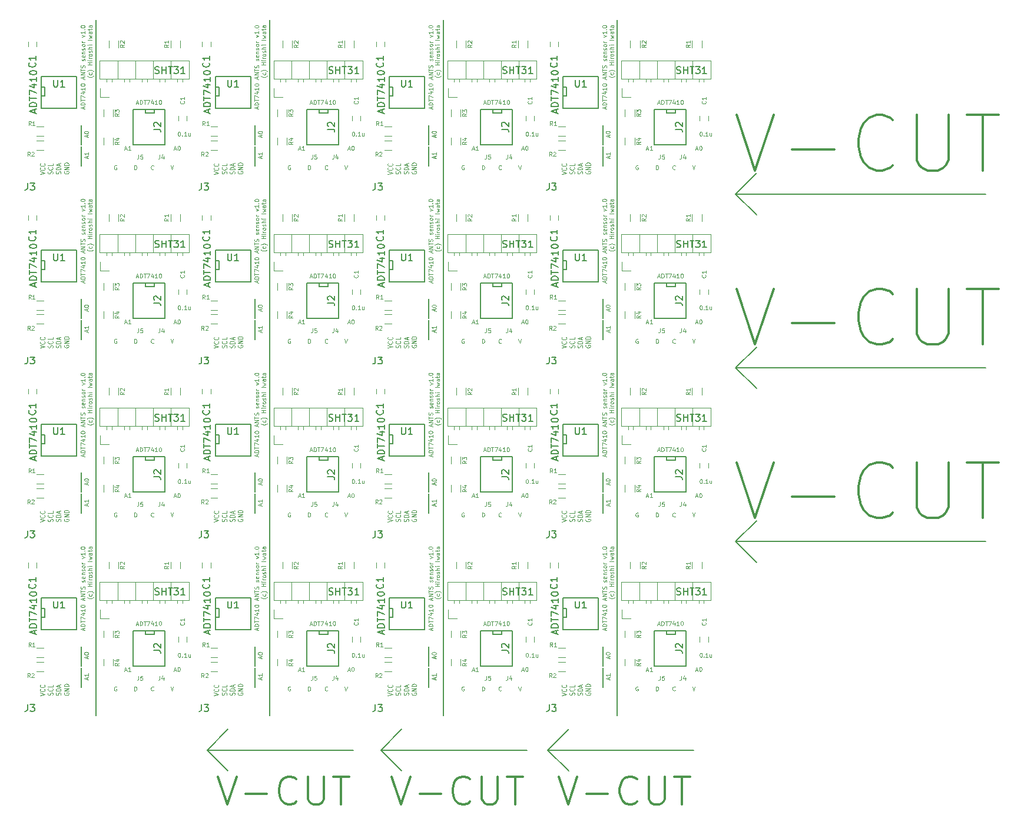
<source format=gto>
G04 #@! TF.FileFunction,Legend,Top*
%FSLAX46Y46*%
G04 Gerber Fmt 4.6, Leading zero omitted, Abs format (unit mm)*
G04 Created by KiCad (PCBNEW 4.0.6) date 11/11/17 16:17:48*
%MOMM*%
%LPD*%
G01*
G04 APERTURE LIST*
%ADD10C,0.100000*%
%ADD11C,0.300000*%
%ADD12C,0.200000*%
%ADD13C,0.150000*%
%ADD14C,0.120000*%
G04 APERTURE END LIST*
D10*
D11*
X93571429Y-143809524D02*
X94904763Y-147809524D01*
X96238096Y-143809524D01*
X97571429Y-146285714D02*
X100619048Y-146285714D01*
X104809524Y-147428571D02*
X104619048Y-147619048D01*
X104047619Y-147809524D01*
X103666667Y-147809524D01*
X103095239Y-147619048D01*
X102714286Y-147238095D01*
X102523810Y-146857143D01*
X102333334Y-146095238D01*
X102333334Y-145523810D01*
X102523810Y-144761905D01*
X102714286Y-144380952D01*
X103095239Y-144000000D01*
X103666667Y-143809524D01*
X104047619Y-143809524D01*
X104619048Y-144000000D01*
X104809524Y-144190476D01*
X106523810Y-143809524D02*
X106523810Y-147047619D01*
X106714286Y-147428571D01*
X106904762Y-147619048D01*
X107285715Y-147809524D01*
X108047619Y-147809524D01*
X108428572Y-147619048D01*
X108619048Y-147428571D01*
X108809524Y-147047619D01*
X108809524Y-143809524D01*
X110142857Y-143809524D02*
X112428572Y-143809524D01*
X111285715Y-147809524D02*
X111285715Y-143809524D01*
D12*
X92000000Y-140000000D02*
X95000000Y-143000000D01*
X92000000Y-140000000D02*
X95000000Y-137000000D01*
X113000000Y-140000000D02*
X92000000Y-140000000D01*
X92000000Y-140000000D02*
X113000000Y-140000000D01*
D11*
X118571429Y-143809524D02*
X119904763Y-147809524D01*
X121238096Y-143809524D01*
X122571429Y-146285714D02*
X125619048Y-146285714D01*
X129809524Y-147428571D02*
X129619048Y-147619048D01*
X129047619Y-147809524D01*
X128666667Y-147809524D01*
X128095239Y-147619048D01*
X127714286Y-147238095D01*
X127523810Y-146857143D01*
X127333334Y-146095238D01*
X127333334Y-145523810D01*
X127523810Y-144761905D01*
X127714286Y-144380952D01*
X128095239Y-144000000D01*
X128666667Y-143809524D01*
X129047619Y-143809524D01*
X129619048Y-144000000D01*
X129809524Y-144190476D01*
X131523810Y-143809524D02*
X131523810Y-147047619D01*
X131714286Y-147428571D01*
X131904762Y-147619048D01*
X132285715Y-147809524D01*
X133047619Y-147809524D01*
X133428572Y-147619048D01*
X133619048Y-147428571D01*
X133809524Y-147047619D01*
X133809524Y-143809524D01*
X135142857Y-143809524D02*
X137428572Y-143809524D01*
X136285715Y-147809524D02*
X136285715Y-143809524D01*
D12*
X117000000Y-140000000D02*
X138000000Y-140000000D01*
X138000000Y-140000000D02*
X117000000Y-140000000D01*
X117000000Y-140000000D02*
X120000000Y-137000000D01*
X117000000Y-140000000D02*
X120000000Y-143000000D01*
X141000000Y-140000000D02*
X144000000Y-143000000D01*
X141000000Y-140000000D02*
X144000000Y-137000000D01*
X162000000Y-140000000D02*
X141000000Y-140000000D01*
X141000000Y-140000000D02*
X162000000Y-140000000D01*
D11*
X142571429Y-143809524D02*
X143904763Y-147809524D01*
X145238096Y-143809524D01*
X146571429Y-146285714D02*
X149619048Y-146285714D01*
X153809524Y-147428571D02*
X153619048Y-147619048D01*
X153047619Y-147809524D01*
X152666667Y-147809524D01*
X152095239Y-147619048D01*
X151714286Y-147238095D01*
X151523810Y-146857143D01*
X151333334Y-146095238D01*
X151333334Y-145523810D01*
X151523810Y-144761905D01*
X151714286Y-144380952D01*
X152095239Y-144000000D01*
X152666667Y-143809524D01*
X153047619Y-143809524D01*
X153619048Y-144000000D01*
X153809524Y-144190476D01*
X155523810Y-143809524D02*
X155523810Y-147047619D01*
X155714286Y-147428571D01*
X155904762Y-147619048D01*
X156285715Y-147809524D01*
X157047619Y-147809524D01*
X157428572Y-147619048D01*
X157619048Y-147428571D01*
X157809524Y-147047619D01*
X157809524Y-143809524D01*
X159142857Y-143809524D02*
X161428572Y-143809524D01*
X160285715Y-147809524D02*
X160285715Y-143809524D01*
X168142858Y-98619048D02*
X170809524Y-106619048D01*
X173476191Y-98619048D01*
X176142858Y-103571429D02*
X182238096Y-103571429D01*
X190619048Y-105857143D02*
X190238096Y-106238095D01*
X189095239Y-106619048D01*
X188333334Y-106619048D01*
X187190477Y-106238095D01*
X186428572Y-105476190D01*
X186047620Y-104714286D01*
X185666668Y-103190476D01*
X185666668Y-102047619D01*
X186047620Y-100523810D01*
X186428572Y-99761905D01*
X187190477Y-99000000D01*
X188333334Y-98619048D01*
X189095239Y-98619048D01*
X190238096Y-99000000D01*
X190619048Y-99380952D01*
X194047620Y-98619048D02*
X194047620Y-105095238D01*
X194428572Y-105857143D01*
X194809525Y-106238095D01*
X195571429Y-106619048D01*
X197095239Y-106619048D01*
X197857144Y-106238095D01*
X198238096Y-105857143D01*
X198619048Y-105095238D01*
X198619048Y-98619048D01*
X201285715Y-98619048D02*
X205857143Y-98619048D01*
X203571429Y-106619048D02*
X203571429Y-98619048D01*
D12*
X168000000Y-110000000D02*
X204000000Y-110000000D01*
X171000000Y-107000000D02*
X168000000Y-110000000D01*
X168000000Y-110000000D02*
X171000000Y-113000000D01*
D11*
X168142858Y-48619048D02*
X170809524Y-56619048D01*
X173476191Y-48619048D01*
X176142858Y-53571429D02*
X182238096Y-53571429D01*
X190619048Y-55857143D02*
X190238096Y-56238095D01*
X189095239Y-56619048D01*
X188333334Y-56619048D01*
X187190477Y-56238095D01*
X186428572Y-55476190D01*
X186047620Y-54714286D01*
X185666668Y-53190476D01*
X185666668Y-52047619D01*
X186047620Y-50523810D01*
X186428572Y-49761905D01*
X187190477Y-49000000D01*
X188333334Y-48619048D01*
X189095239Y-48619048D01*
X190238096Y-49000000D01*
X190619048Y-49380952D01*
X194047620Y-48619048D02*
X194047620Y-55095238D01*
X194428572Y-55857143D01*
X194809525Y-56238095D01*
X195571429Y-56619048D01*
X197095239Y-56619048D01*
X197857144Y-56238095D01*
X198238096Y-55857143D01*
X198619048Y-55095238D01*
X198619048Y-48619048D01*
X201285715Y-48619048D02*
X205857143Y-48619048D01*
X203571429Y-56619048D02*
X203571429Y-48619048D01*
D12*
X168000000Y-60000000D02*
X204000000Y-60000000D01*
X171000000Y-57000000D02*
X168000000Y-60000000D01*
X168000000Y-60000000D02*
X171000000Y-63000000D01*
X168000000Y-85000000D02*
X171000000Y-88000000D01*
X171000000Y-82000000D02*
X168000000Y-85000000D01*
X168000000Y-85000000D02*
X204000000Y-85000000D01*
D11*
X168142858Y-73619048D02*
X170809524Y-81619048D01*
X173476191Y-73619048D01*
X176142858Y-78571429D02*
X182238096Y-78571429D01*
X190619048Y-80857143D02*
X190238096Y-81238095D01*
X189095239Y-81619048D01*
X188333334Y-81619048D01*
X187190477Y-81238095D01*
X186428572Y-80476190D01*
X186047620Y-79714286D01*
X185666668Y-78190476D01*
X185666668Y-77047619D01*
X186047620Y-75523810D01*
X186428572Y-74761905D01*
X187190477Y-74000000D01*
X188333334Y-73619048D01*
X189095239Y-73619048D01*
X190238096Y-74000000D01*
X190619048Y-74380952D01*
X194047620Y-73619048D02*
X194047620Y-80095238D01*
X194428572Y-80857143D01*
X194809525Y-81238095D01*
X195571429Y-81619048D01*
X197095239Y-81619048D01*
X197857144Y-81238095D01*
X198238096Y-80857143D01*
X198619048Y-80095238D01*
X198619048Y-73619048D01*
X201285715Y-73619048D02*
X205857143Y-73619048D01*
X203571429Y-81619048D02*
X203571429Y-73619048D01*
D12*
X151000000Y-135000000D02*
X151000000Y-35000000D01*
X126000000Y-35000000D02*
X126000000Y-135000000D01*
X101000000Y-135000000D02*
X101000000Y-35000000D01*
X76000000Y-35000000D02*
X76000000Y-135000000D01*
D10*
X124252000Y-122730289D02*
X124252000Y-122444575D01*
X124423429Y-122787432D02*
X123823429Y-122587432D01*
X124423429Y-122387432D01*
X124423429Y-122187432D02*
X123823429Y-122187432D01*
X123823429Y-122044575D01*
X123852000Y-121958860D01*
X123909143Y-121901718D01*
X123966286Y-121873146D01*
X124080571Y-121844575D01*
X124166286Y-121844575D01*
X124280571Y-121873146D01*
X124337714Y-121901718D01*
X124394857Y-121958860D01*
X124423429Y-122044575D01*
X124423429Y-122187432D01*
X123823429Y-121673146D02*
X123823429Y-121330289D01*
X124423429Y-121501718D02*
X123823429Y-121501718D01*
X123823429Y-121187432D02*
X123823429Y-120787432D01*
X124423429Y-121044575D01*
X124023429Y-120301717D02*
X124423429Y-120301717D01*
X123794857Y-120444574D02*
X124223429Y-120587431D01*
X124223429Y-120216003D01*
X124423429Y-119673145D02*
X124423429Y-120016002D01*
X124423429Y-119844574D02*
X123823429Y-119844574D01*
X123909143Y-119901717D01*
X123966286Y-119958859D01*
X123994857Y-120016002D01*
X123823429Y-119301716D02*
X123823429Y-119244573D01*
X123852000Y-119187430D01*
X123880571Y-119158859D01*
X123937714Y-119130288D01*
X124052000Y-119101716D01*
X124194857Y-119101716D01*
X124309143Y-119130288D01*
X124366286Y-119158859D01*
X124394857Y-119187430D01*
X124423429Y-119244573D01*
X124423429Y-119301716D01*
X124394857Y-119358859D01*
X124366286Y-119387430D01*
X124309143Y-119416002D01*
X124194857Y-119444573D01*
X124052000Y-119444573D01*
X123937714Y-119416002D01*
X123880571Y-119387430D01*
X123852000Y-119358859D01*
X123823429Y-119301716D01*
X124252000Y-118416001D02*
X124252000Y-118130287D01*
X124423429Y-118473144D02*
X123823429Y-118273144D01*
X124423429Y-118073144D01*
X124423429Y-117873144D02*
X123823429Y-117873144D01*
X124423429Y-117530287D01*
X123823429Y-117530287D01*
X123823429Y-117330287D02*
X123823429Y-116987430D01*
X124423429Y-117158859D02*
X123823429Y-117158859D01*
X124394857Y-116816001D02*
X124423429Y-116730287D01*
X124423429Y-116587430D01*
X124394857Y-116530287D01*
X124366286Y-116501716D01*
X124309143Y-116473144D01*
X124252000Y-116473144D01*
X124194857Y-116501716D01*
X124166286Y-116530287D01*
X124137714Y-116587430D01*
X124109143Y-116701716D01*
X124080571Y-116758858D01*
X124052000Y-116787430D01*
X123994857Y-116816001D01*
X123937714Y-116816001D01*
X123880571Y-116787430D01*
X123852000Y-116758858D01*
X123823429Y-116701716D01*
X123823429Y-116558858D01*
X123852000Y-116473144D01*
X124394857Y-115787429D02*
X124423429Y-115730286D01*
X124423429Y-115616001D01*
X124394857Y-115558858D01*
X124337714Y-115530286D01*
X124309143Y-115530286D01*
X124252000Y-115558858D01*
X124223429Y-115616001D01*
X124223429Y-115701715D01*
X124194857Y-115758858D01*
X124137714Y-115787429D01*
X124109143Y-115787429D01*
X124052000Y-115758858D01*
X124023429Y-115701715D01*
X124023429Y-115616001D01*
X124052000Y-115558858D01*
X124394857Y-115044572D02*
X124423429Y-115101715D01*
X124423429Y-115216001D01*
X124394857Y-115273144D01*
X124337714Y-115301715D01*
X124109143Y-115301715D01*
X124052000Y-115273144D01*
X124023429Y-115216001D01*
X124023429Y-115101715D01*
X124052000Y-115044572D01*
X124109143Y-115016001D01*
X124166286Y-115016001D01*
X124223429Y-115301715D01*
X124023429Y-114758858D02*
X124423429Y-114758858D01*
X124080571Y-114758858D02*
X124052000Y-114730286D01*
X124023429Y-114673144D01*
X124023429Y-114587429D01*
X124052000Y-114530286D01*
X124109143Y-114501715D01*
X124423429Y-114501715D01*
X124394857Y-114244572D02*
X124423429Y-114187429D01*
X124423429Y-114073144D01*
X124394857Y-114016001D01*
X124337714Y-113987429D01*
X124309143Y-113987429D01*
X124252000Y-114016001D01*
X124223429Y-114073144D01*
X124223429Y-114158858D01*
X124194857Y-114216001D01*
X124137714Y-114244572D01*
X124109143Y-114244572D01*
X124052000Y-114216001D01*
X124023429Y-114158858D01*
X124023429Y-114073144D01*
X124052000Y-114016001D01*
X124423429Y-113644573D02*
X124394857Y-113701715D01*
X124366286Y-113730287D01*
X124309143Y-113758858D01*
X124137714Y-113758858D01*
X124080571Y-113730287D01*
X124052000Y-113701715D01*
X124023429Y-113644573D01*
X124023429Y-113558858D01*
X124052000Y-113501715D01*
X124080571Y-113473144D01*
X124137714Y-113444573D01*
X124309143Y-113444573D01*
X124366286Y-113473144D01*
X124394857Y-113501715D01*
X124423429Y-113558858D01*
X124423429Y-113644573D01*
X124423429Y-113187430D02*
X124023429Y-113187430D01*
X124137714Y-113187430D02*
X124080571Y-113158858D01*
X124052000Y-113130287D01*
X124023429Y-113073144D01*
X124023429Y-113016001D01*
X124023429Y-112416001D02*
X124423429Y-112273144D01*
X124023429Y-112130286D01*
X124423429Y-111587429D02*
X124423429Y-111930286D01*
X124423429Y-111758858D02*
X123823429Y-111758858D01*
X123909143Y-111816001D01*
X123966286Y-111873143D01*
X123994857Y-111930286D01*
X124366286Y-111330286D02*
X124394857Y-111301714D01*
X124423429Y-111330286D01*
X124394857Y-111358857D01*
X124366286Y-111330286D01*
X124423429Y-111330286D01*
X123823429Y-110930286D02*
X123823429Y-110873143D01*
X123852000Y-110816000D01*
X123880571Y-110787429D01*
X123937714Y-110758858D01*
X124052000Y-110730286D01*
X124194857Y-110730286D01*
X124309143Y-110758858D01*
X124366286Y-110787429D01*
X124394857Y-110816000D01*
X124423429Y-110873143D01*
X124423429Y-110930286D01*
X124394857Y-110987429D01*
X124366286Y-111016000D01*
X124309143Y-111044572D01*
X124194857Y-111073143D01*
X124052000Y-111073143D01*
X123937714Y-111044572D01*
X123880571Y-111016000D01*
X123852000Y-110987429D01*
X123823429Y-110930286D01*
X125652000Y-118015998D02*
X125623429Y-118044570D01*
X125537714Y-118101713D01*
X125480571Y-118130284D01*
X125394857Y-118158855D01*
X125252000Y-118187427D01*
X125137714Y-118187427D01*
X124994857Y-118158855D01*
X124909143Y-118130284D01*
X124852000Y-118101713D01*
X124766286Y-118044570D01*
X124737714Y-118015998D01*
X125394857Y-117530284D02*
X125423429Y-117587427D01*
X125423429Y-117701713D01*
X125394857Y-117758855D01*
X125366286Y-117787427D01*
X125309143Y-117815998D01*
X125137714Y-117815998D01*
X125080571Y-117787427D01*
X125052000Y-117758855D01*
X125023429Y-117701713D01*
X125023429Y-117587427D01*
X125052000Y-117530284D01*
X125652000Y-117330284D02*
X125623429Y-117301712D01*
X125537714Y-117244569D01*
X125480571Y-117215998D01*
X125394857Y-117187427D01*
X125252000Y-117158855D01*
X125137714Y-117158855D01*
X124994857Y-117187427D01*
X124909143Y-117215998D01*
X124852000Y-117244569D01*
X124766286Y-117301712D01*
X124737714Y-117330284D01*
X125423429Y-116415998D02*
X124823429Y-116415998D01*
X125109143Y-116415998D02*
X125109143Y-116073141D01*
X125423429Y-116073141D02*
X124823429Y-116073141D01*
X125423429Y-115787427D02*
X125023429Y-115787427D01*
X124823429Y-115787427D02*
X124852000Y-115815998D01*
X124880571Y-115787427D01*
X124852000Y-115758855D01*
X124823429Y-115787427D01*
X124880571Y-115787427D01*
X125423429Y-115501713D02*
X125023429Y-115501713D01*
X125137714Y-115501713D02*
X125080571Y-115473141D01*
X125052000Y-115444570D01*
X125023429Y-115387427D01*
X125023429Y-115330284D01*
X125423429Y-115044570D02*
X125394857Y-115101712D01*
X125366286Y-115130284D01*
X125309143Y-115158855D01*
X125137714Y-115158855D01*
X125080571Y-115130284D01*
X125052000Y-115101712D01*
X125023429Y-115044570D01*
X125023429Y-114958855D01*
X125052000Y-114901712D01*
X125080571Y-114873141D01*
X125137714Y-114844570D01*
X125309143Y-114844570D01*
X125366286Y-114873141D01*
X125394857Y-114901712D01*
X125423429Y-114958855D01*
X125423429Y-115044570D01*
X125394857Y-114615998D02*
X125423429Y-114558855D01*
X125423429Y-114444570D01*
X125394857Y-114387427D01*
X125337714Y-114358855D01*
X125309143Y-114358855D01*
X125252000Y-114387427D01*
X125223429Y-114444570D01*
X125223429Y-114530284D01*
X125194857Y-114587427D01*
X125137714Y-114615998D01*
X125109143Y-114615998D01*
X125052000Y-114587427D01*
X125023429Y-114530284D01*
X125023429Y-114444570D01*
X125052000Y-114387427D01*
X125423429Y-114101713D02*
X124823429Y-114101713D01*
X125423429Y-113844570D02*
X125109143Y-113844570D01*
X125052000Y-113873141D01*
X125023429Y-113930284D01*
X125023429Y-114015999D01*
X125052000Y-114073141D01*
X125080571Y-114101713D01*
X125423429Y-113558856D02*
X125023429Y-113558856D01*
X124823429Y-113558856D02*
X124852000Y-113587427D01*
X124880571Y-113558856D01*
X124852000Y-113530284D01*
X124823429Y-113558856D01*
X124880571Y-113558856D01*
X125423429Y-112815999D02*
X124823429Y-112815999D01*
X125023429Y-112587428D02*
X125423429Y-112473142D01*
X125137714Y-112358856D01*
X125423429Y-112244571D01*
X125023429Y-112130285D01*
X125423429Y-111644571D02*
X125109143Y-111644571D01*
X125052000Y-111673142D01*
X125023429Y-111730285D01*
X125023429Y-111844571D01*
X125052000Y-111901714D01*
X125394857Y-111644571D02*
X125423429Y-111701714D01*
X125423429Y-111844571D01*
X125394857Y-111901714D01*
X125337714Y-111930285D01*
X125280571Y-111930285D01*
X125223429Y-111901714D01*
X125194857Y-111844571D01*
X125194857Y-111701714D01*
X125166286Y-111644571D01*
X125023429Y-111444571D02*
X125023429Y-111216000D01*
X124823429Y-111358857D02*
X125337714Y-111358857D01*
X125394857Y-111330285D01*
X125423429Y-111273143D01*
X125423429Y-111216000D01*
X125423429Y-110758857D02*
X125109143Y-110758857D01*
X125052000Y-110787428D01*
X125023429Y-110844571D01*
X125023429Y-110958857D01*
X125052000Y-111016000D01*
X125394857Y-110758857D02*
X125423429Y-110816000D01*
X125423429Y-110958857D01*
X125394857Y-111016000D01*
X125337714Y-111044571D01*
X125280571Y-111044571D01*
X125223429Y-111016000D01*
X125194857Y-110958857D01*
X125194857Y-110816000D01*
X125166286Y-110758857D01*
X117971667Y-132148857D02*
X118671667Y-131948857D01*
X117971667Y-131748857D01*
X118605000Y-131206000D02*
X118638333Y-131234571D01*
X118671667Y-131320285D01*
X118671667Y-131377428D01*
X118638333Y-131463143D01*
X118571667Y-131520285D01*
X118505000Y-131548857D01*
X118371667Y-131577428D01*
X118271667Y-131577428D01*
X118138333Y-131548857D01*
X118071667Y-131520285D01*
X118005000Y-131463143D01*
X117971667Y-131377428D01*
X117971667Y-131320285D01*
X118005000Y-131234571D01*
X118038333Y-131206000D01*
X118605000Y-130606000D02*
X118638333Y-130634571D01*
X118671667Y-130720285D01*
X118671667Y-130777428D01*
X118638333Y-130863143D01*
X118571667Y-130920285D01*
X118505000Y-130948857D01*
X118371667Y-130977428D01*
X118271667Y-130977428D01*
X118138333Y-130948857D01*
X118071667Y-130920285D01*
X118005000Y-130863143D01*
X117971667Y-130777428D01*
X117971667Y-130720285D01*
X118005000Y-130634571D01*
X118038333Y-130606000D01*
X119788333Y-132091714D02*
X119821667Y-132006000D01*
X119821667Y-131863143D01*
X119788333Y-131806000D01*
X119755000Y-131777429D01*
X119688333Y-131748857D01*
X119621667Y-131748857D01*
X119555000Y-131777429D01*
X119521667Y-131806000D01*
X119488333Y-131863143D01*
X119455000Y-131977429D01*
X119421667Y-132034571D01*
X119388333Y-132063143D01*
X119321667Y-132091714D01*
X119255000Y-132091714D01*
X119188333Y-132063143D01*
X119155000Y-132034571D01*
X119121667Y-131977429D01*
X119121667Y-131834571D01*
X119155000Y-131748857D01*
X119755000Y-131148857D02*
X119788333Y-131177428D01*
X119821667Y-131263142D01*
X119821667Y-131320285D01*
X119788333Y-131406000D01*
X119721667Y-131463142D01*
X119655000Y-131491714D01*
X119521667Y-131520285D01*
X119421667Y-131520285D01*
X119288333Y-131491714D01*
X119221667Y-131463142D01*
X119155000Y-131406000D01*
X119121667Y-131320285D01*
X119121667Y-131263142D01*
X119155000Y-131177428D01*
X119188333Y-131148857D01*
X119821667Y-130606000D02*
X119821667Y-130891714D01*
X119121667Y-130891714D01*
X120938333Y-132091714D02*
X120971667Y-132006000D01*
X120971667Y-131863143D01*
X120938333Y-131806000D01*
X120905000Y-131777429D01*
X120838333Y-131748857D01*
X120771667Y-131748857D01*
X120705000Y-131777429D01*
X120671667Y-131806000D01*
X120638333Y-131863143D01*
X120605000Y-131977429D01*
X120571667Y-132034571D01*
X120538333Y-132063143D01*
X120471667Y-132091714D01*
X120405000Y-132091714D01*
X120338333Y-132063143D01*
X120305000Y-132034571D01*
X120271667Y-131977429D01*
X120271667Y-131834571D01*
X120305000Y-131748857D01*
X120971667Y-131491714D02*
X120271667Y-131491714D01*
X120271667Y-131348857D01*
X120305000Y-131263142D01*
X120371667Y-131206000D01*
X120438333Y-131177428D01*
X120571667Y-131148857D01*
X120671667Y-131148857D01*
X120805000Y-131177428D01*
X120871667Y-131206000D01*
X120938333Y-131263142D01*
X120971667Y-131348857D01*
X120971667Y-131491714D01*
X120771667Y-130920285D02*
X120771667Y-130634571D01*
X120971667Y-130977428D02*
X120271667Y-130777428D01*
X120971667Y-130577428D01*
X121455000Y-131748857D02*
X121421667Y-131806000D01*
X121421667Y-131891714D01*
X121455000Y-131977429D01*
X121521667Y-132034571D01*
X121588333Y-132063143D01*
X121721667Y-132091714D01*
X121821667Y-132091714D01*
X121955000Y-132063143D01*
X122021667Y-132034571D01*
X122088333Y-131977429D01*
X122121667Y-131891714D01*
X122121667Y-131834571D01*
X122088333Y-131748857D01*
X122055000Y-131720286D01*
X121821667Y-131720286D01*
X121821667Y-131834571D01*
X122121667Y-131463143D02*
X121421667Y-131463143D01*
X122121667Y-131120286D01*
X121421667Y-131120286D01*
X122121667Y-130834572D02*
X121421667Y-130834572D01*
X121421667Y-130691715D01*
X121455000Y-130606000D01*
X121521667Y-130548858D01*
X121588333Y-130520286D01*
X121721667Y-130491715D01*
X121821667Y-130491715D01*
X121955000Y-130520286D01*
X122021667Y-130548858D01*
X122088333Y-130606000D01*
X122121667Y-130691715D01*
X122121667Y-130834572D01*
X117971667Y-107148857D02*
X118671667Y-106948857D01*
X117971667Y-106748857D01*
X118605000Y-106206000D02*
X118638333Y-106234571D01*
X118671667Y-106320285D01*
X118671667Y-106377428D01*
X118638333Y-106463143D01*
X118571667Y-106520285D01*
X118505000Y-106548857D01*
X118371667Y-106577428D01*
X118271667Y-106577428D01*
X118138333Y-106548857D01*
X118071667Y-106520285D01*
X118005000Y-106463143D01*
X117971667Y-106377428D01*
X117971667Y-106320285D01*
X118005000Y-106234571D01*
X118038333Y-106206000D01*
X118605000Y-105606000D02*
X118638333Y-105634571D01*
X118671667Y-105720285D01*
X118671667Y-105777428D01*
X118638333Y-105863143D01*
X118571667Y-105920285D01*
X118505000Y-105948857D01*
X118371667Y-105977428D01*
X118271667Y-105977428D01*
X118138333Y-105948857D01*
X118071667Y-105920285D01*
X118005000Y-105863143D01*
X117971667Y-105777428D01*
X117971667Y-105720285D01*
X118005000Y-105634571D01*
X118038333Y-105606000D01*
X119788333Y-107091714D02*
X119821667Y-107006000D01*
X119821667Y-106863143D01*
X119788333Y-106806000D01*
X119755000Y-106777429D01*
X119688333Y-106748857D01*
X119621667Y-106748857D01*
X119555000Y-106777429D01*
X119521667Y-106806000D01*
X119488333Y-106863143D01*
X119455000Y-106977429D01*
X119421667Y-107034571D01*
X119388333Y-107063143D01*
X119321667Y-107091714D01*
X119255000Y-107091714D01*
X119188333Y-107063143D01*
X119155000Y-107034571D01*
X119121667Y-106977429D01*
X119121667Y-106834571D01*
X119155000Y-106748857D01*
X119755000Y-106148857D02*
X119788333Y-106177428D01*
X119821667Y-106263142D01*
X119821667Y-106320285D01*
X119788333Y-106406000D01*
X119721667Y-106463142D01*
X119655000Y-106491714D01*
X119521667Y-106520285D01*
X119421667Y-106520285D01*
X119288333Y-106491714D01*
X119221667Y-106463142D01*
X119155000Y-106406000D01*
X119121667Y-106320285D01*
X119121667Y-106263142D01*
X119155000Y-106177428D01*
X119188333Y-106148857D01*
X119821667Y-105606000D02*
X119821667Y-105891714D01*
X119121667Y-105891714D01*
X120938333Y-107091714D02*
X120971667Y-107006000D01*
X120971667Y-106863143D01*
X120938333Y-106806000D01*
X120905000Y-106777429D01*
X120838333Y-106748857D01*
X120771667Y-106748857D01*
X120705000Y-106777429D01*
X120671667Y-106806000D01*
X120638333Y-106863143D01*
X120605000Y-106977429D01*
X120571667Y-107034571D01*
X120538333Y-107063143D01*
X120471667Y-107091714D01*
X120405000Y-107091714D01*
X120338333Y-107063143D01*
X120305000Y-107034571D01*
X120271667Y-106977429D01*
X120271667Y-106834571D01*
X120305000Y-106748857D01*
X120971667Y-106491714D02*
X120271667Y-106491714D01*
X120271667Y-106348857D01*
X120305000Y-106263142D01*
X120371667Y-106206000D01*
X120438333Y-106177428D01*
X120571667Y-106148857D01*
X120671667Y-106148857D01*
X120805000Y-106177428D01*
X120871667Y-106206000D01*
X120938333Y-106263142D01*
X120971667Y-106348857D01*
X120971667Y-106491714D01*
X120771667Y-105920285D02*
X120771667Y-105634571D01*
X120971667Y-105977428D02*
X120271667Y-105777428D01*
X120971667Y-105577428D01*
X121455000Y-106748857D02*
X121421667Y-106806000D01*
X121421667Y-106891714D01*
X121455000Y-106977429D01*
X121521667Y-107034571D01*
X121588333Y-107063143D01*
X121721667Y-107091714D01*
X121821667Y-107091714D01*
X121955000Y-107063143D01*
X122021667Y-107034571D01*
X122088333Y-106977429D01*
X122121667Y-106891714D01*
X122121667Y-106834571D01*
X122088333Y-106748857D01*
X122055000Y-106720286D01*
X121821667Y-106720286D01*
X121821667Y-106834571D01*
X122121667Y-106463143D02*
X121421667Y-106463143D01*
X122121667Y-106120286D01*
X121421667Y-106120286D01*
X122121667Y-105834572D02*
X121421667Y-105834572D01*
X121421667Y-105691715D01*
X121455000Y-105606000D01*
X121521667Y-105548858D01*
X121588333Y-105520286D01*
X121721667Y-105491715D01*
X121821667Y-105491715D01*
X121955000Y-105520286D01*
X122021667Y-105548858D01*
X122088333Y-105606000D01*
X122121667Y-105691715D01*
X122121667Y-105834572D01*
X124252000Y-97730289D02*
X124252000Y-97444575D01*
X124423429Y-97787432D02*
X123823429Y-97587432D01*
X124423429Y-97387432D01*
X124423429Y-97187432D02*
X123823429Y-97187432D01*
X123823429Y-97044575D01*
X123852000Y-96958860D01*
X123909143Y-96901718D01*
X123966286Y-96873146D01*
X124080571Y-96844575D01*
X124166286Y-96844575D01*
X124280571Y-96873146D01*
X124337714Y-96901718D01*
X124394857Y-96958860D01*
X124423429Y-97044575D01*
X124423429Y-97187432D01*
X123823429Y-96673146D02*
X123823429Y-96330289D01*
X124423429Y-96501718D02*
X123823429Y-96501718D01*
X123823429Y-96187432D02*
X123823429Y-95787432D01*
X124423429Y-96044575D01*
X124023429Y-95301717D02*
X124423429Y-95301717D01*
X123794857Y-95444574D02*
X124223429Y-95587431D01*
X124223429Y-95216003D01*
X124423429Y-94673145D02*
X124423429Y-95016002D01*
X124423429Y-94844574D02*
X123823429Y-94844574D01*
X123909143Y-94901717D01*
X123966286Y-94958859D01*
X123994857Y-95016002D01*
X123823429Y-94301716D02*
X123823429Y-94244573D01*
X123852000Y-94187430D01*
X123880571Y-94158859D01*
X123937714Y-94130288D01*
X124052000Y-94101716D01*
X124194857Y-94101716D01*
X124309143Y-94130288D01*
X124366286Y-94158859D01*
X124394857Y-94187430D01*
X124423429Y-94244573D01*
X124423429Y-94301716D01*
X124394857Y-94358859D01*
X124366286Y-94387430D01*
X124309143Y-94416002D01*
X124194857Y-94444573D01*
X124052000Y-94444573D01*
X123937714Y-94416002D01*
X123880571Y-94387430D01*
X123852000Y-94358859D01*
X123823429Y-94301716D01*
X124252000Y-93416001D02*
X124252000Y-93130287D01*
X124423429Y-93473144D02*
X123823429Y-93273144D01*
X124423429Y-93073144D01*
X124423429Y-92873144D02*
X123823429Y-92873144D01*
X124423429Y-92530287D01*
X123823429Y-92530287D01*
X123823429Y-92330287D02*
X123823429Y-91987430D01*
X124423429Y-92158859D02*
X123823429Y-92158859D01*
X124394857Y-91816001D02*
X124423429Y-91730287D01*
X124423429Y-91587430D01*
X124394857Y-91530287D01*
X124366286Y-91501716D01*
X124309143Y-91473144D01*
X124252000Y-91473144D01*
X124194857Y-91501716D01*
X124166286Y-91530287D01*
X124137714Y-91587430D01*
X124109143Y-91701716D01*
X124080571Y-91758858D01*
X124052000Y-91787430D01*
X123994857Y-91816001D01*
X123937714Y-91816001D01*
X123880571Y-91787430D01*
X123852000Y-91758858D01*
X123823429Y-91701716D01*
X123823429Y-91558858D01*
X123852000Y-91473144D01*
X124394857Y-90787429D02*
X124423429Y-90730286D01*
X124423429Y-90616001D01*
X124394857Y-90558858D01*
X124337714Y-90530286D01*
X124309143Y-90530286D01*
X124252000Y-90558858D01*
X124223429Y-90616001D01*
X124223429Y-90701715D01*
X124194857Y-90758858D01*
X124137714Y-90787429D01*
X124109143Y-90787429D01*
X124052000Y-90758858D01*
X124023429Y-90701715D01*
X124023429Y-90616001D01*
X124052000Y-90558858D01*
X124394857Y-90044572D02*
X124423429Y-90101715D01*
X124423429Y-90216001D01*
X124394857Y-90273144D01*
X124337714Y-90301715D01*
X124109143Y-90301715D01*
X124052000Y-90273144D01*
X124023429Y-90216001D01*
X124023429Y-90101715D01*
X124052000Y-90044572D01*
X124109143Y-90016001D01*
X124166286Y-90016001D01*
X124223429Y-90301715D01*
X124023429Y-89758858D02*
X124423429Y-89758858D01*
X124080571Y-89758858D02*
X124052000Y-89730286D01*
X124023429Y-89673144D01*
X124023429Y-89587429D01*
X124052000Y-89530286D01*
X124109143Y-89501715D01*
X124423429Y-89501715D01*
X124394857Y-89244572D02*
X124423429Y-89187429D01*
X124423429Y-89073144D01*
X124394857Y-89016001D01*
X124337714Y-88987429D01*
X124309143Y-88987429D01*
X124252000Y-89016001D01*
X124223429Y-89073144D01*
X124223429Y-89158858D01*
X124194857Y-89216001D01*
X124137714Y-89244572D01*
X124109143Y-89244572D01*
X124052000Y-89216001D01*
X124023429Y-89158858D01*
X124023429Y-89073144D01*
X124052000Y-89016001D01*
X124423429Y-88644573D02*
X124394857Y-88701715D01*
X124366286Y-88730287D01*
X124309143Y-88758858D01*
X124137714Y-88758858D01*
X124080571Y-88730287D01*
X124052000Y-88701715D01*
X124023429Y-88644573D01*
X124023429Y-88558858D01*
X124052000Y-88501715D01*
X124080571Y-88473144D01*
X124137714Y-88444573D01*
X124309143Y-88444573D01*
X124366286Y-88473144D01*
X124394857Y-88501715D01*
X124423429Y-88558858D01*
X124423429Y-88644573D01*
X124423429Y-88187430D02*
X124023429Y-88187430D01*
X124137714Y-88187430D02*
X124080571Y-88158858D01*
X124052000Y-88130287D01*
X124023429Y-88073144D01*
X124023429Y-88016001D01*
X124023429Y-87416001D02*
X124423429Y-87273144D01*
X124023429Y-87130286D01*
X124423429Y-86587429D02*
X124423429Y-86930286D01*
X124423429Y-86758858D02*
X123823429Y-86758858D01*
X123909143Y-86816001D01*
X123966286Y-86873143D01*
X123994857Y-86930286D01*
X124366286Y-86330286D02*
X124394857Y-86301714D01*
X124423429Y-86330286D01*
X124394857Y-86358857D01*
X124366286Y-86330286D01*
X124423429Y-86330286D01*
X123823429Y-85930286D02*
X123823429Y-85873143D01*
X123852000Y-85816000D01*
X123880571Y-85787429D01*
X123937714Y-85758858D01*
X124052000Y-85730286D01*
X124194857Y-85730286D01*
X124309143Y-85758858D01*
X124366286Y-85787429D01*
X124394857Y-85816000D01*
X124423429Y-85873143D01*
X124423429Y-85930286D01*
X124394857Y-85987429D01*
X124366286Y-86016000D01*
X124309143Y-86044572D01*
X124194857Y-86073143D01*
X124052000Y-86073143D01*
X123937714Y-86044572D01*
X123880571Y-86016000D01*
X123852000Y-85987429D01*
X123823429Y-85930286D01*
X125652000Y-93015998D02*
X125623429Y-93044570D01*
X125537714Y-93101713D01*
X125480571Y-93130284D01*
X125394857Y-93158855D01*
X125252000Y-93187427D01*
X125137714Y-93187427D01*
X124994857Y-93158855D01*
X124909143Y-93130284D01*
X124852000Y-93101713D01*
X124766286Y-93044570D01*
X124737714Y-93015998D01*
X125394857Y-92530284D02*
X125423429Y-92587427D01*
X125423429Y-92701713D01*
X125394857Y-92758855D01*
X125366286Y-92787427D01*
X125309143Y-92815998D01*
X125137714Y-92815998D01*
X125080571Y-92787427D01*
X125052000Y-92758855D01*
X125023429Y-92701713D01*
X125023429Y-92587427D01*
X125052000Y-92530284D01*
X125652000Y-92330284D02*
X125623429Y-92301712D01*
X125537714Y-92244569D01*
X125480571Y-92215998D01*
X125394857Y-92187427D01*
X125252000Y-92158855D01*
X125137714Y-92158855D01*
X124994857Y-92187427D01*
X124909143Y-92215998D01*
X124852000Y-92244569D01*
X124766286Y-92301712D01*
X124737714Y-92330284D01*
X125423429Y-91415998D02*
X124823429Y-91415998D01*
X125109143Y-91415998D02*
X125109143Y-91073141D01*
X125423429Y-91073141D02*
X124823429Y-91073141D01*
X125423429Y-90787427D02*
X125023429Y-90787427D01*
X124823429Y-90787427D02*
X124852000Y-90815998D01*
X124880571Y-90787427D01*
X124852000Y-90758855D01*
X124823429Y-90787427D01*
X124880571Y-90787427D01*
X125423429Y-90501713D02*
X125023429Y-90501713D01*
X125137714Y-90501713D02*
X125080571Y-90473141D01*
X125052000Y-90444570D01*
X125023429Y-90387427D01*
X125023429Y-90330284D01*
X125423429Y-90044570D02*
X125394857Y-90101712D01*
X125366286Y-90130284D01*
X125309143Y-90158855D01*
X125137714Y-90158855D01*
X125080571Y-90130284D01*
X125052000Y-90101712D01*
X125023429Y-90044570D01*
X125023429Y-89958855D01*
X125052000Y-89901712D01*
X125080571Y-89873141D01*
X125137714Y-89844570D01*
X125309143Y-89844570D01*
X125366286Y-89873141D01*
X125394857Y-89901712D01*
X125423429Y-89958855D01*
X125423429Y-90044570D01*
X125394857Y-89615998D02*
X125423429Y-89558855D01*
X125423429Y-89444570D01*
X125394857Y-89387427D01*
X125337714Y-89358855D01*
X125309143Y-89358855D01*
X125252000Y-89387427D01*
X125223429Y-89444570D01*
X125223429Y-89530284D01*
X125194857Y-89587427D01*
X125137714Y-89615998D01*
X125109143Y-89615998D01*
X125052000Y-89587427D01*
X125023429Y-89530284D01*
X125023429Y-89444570D01*
X125052000Y-89387427D01*
X125423429Y-89101713D02*
X124823429Y-89101713D01*
X125423429Y-88844570D02*
X125109143Y-88844570D01*
X125052000Y-88873141D01*
X125023429Y-88930284D01*
X125023429Y-89015999D01*
X125052000Y-89073141D01*
X125080571Y-89101713D01*
X125423429Y-88558856D02*
X125023429Y-88558856D01*
X124823429Y-88558856D02*
X124852000Y-88587427D01*
X124880571Y-88558856D01*
X124852000Y-88530284D01*
X124823429Y-88558856D01*
X124880571Y-88558856D01*
X125423429Y-87815999D02*
X124823429Y-87815999D01*
X125023429Y-87587428D02*
X125423429Y-87473142D01*
X125137714Y-87358856D01*
X125423429Y-87244571D01*
X125023429Y-87130285D01*
X125423429Y-86644571D02*
X125109143Y-86644571D01*
X125052000Y-86673142D01*
X125023429Y-86730285D01*
X125023429Y-86844571D01*
X125052000Y-86901714D01*
X125394857Y-86644571D02*
X125423429Y-86701714D01*
X125423429Y-86844571D01*
X125394857Y-86901714D01*
X125337714Y-86930285D01*
X125280571Y-86930285D01*
X125223429Y-86901714D01*
X125194857Y-86844571D01*
X125194857Y-86701714D01*
X125166286Y-86644571D01*
X125023429Y-86444571D02*
X125023429Y-86216000D01*
X124823429Y-86358857D02*
X125337714Y-86358857D01*
X125394857Y-86330285D01*
X125423429Y-86273143D01*
X125423429Y-86216000D01*
X125423429Y-85758857D02*
X125109143Y-85758857D01*
X125052000Y-85787428D01*
X125023429Y-85844571D01*
X125023429Y-85958857D01*
X125052000Y-86016000D01*
X125394857Y-85758857D02*
X125423429Y-85816000D01*
X125423429Y-85958857D01*
X125394857Y-86016000D01*
X125337714Y-86044571D01*
X125280571Y-86044571D01*
X125223429Y-86016000D01*
X125194857Y-85958857D01*
X125194857Y-85816000D01*
X125166286Y-85758857D01*
X124252000Y-47730289D02*
X124252000Y-47444575D01*
X124423429Y-47787432D02*
X123823429Y-47587432D01*
X124423429Y-47387432D01*
X124423429Y-47187432D02*
X123823429Y-47187432D01*
X123823429Y-47044575D01*
X123852000Y-46958860D01*
X123909143Y-46901718D01*
X123966286Y-46873146D01*
X124080571Y-46844575D01*
X124166286Y-46844575D01*
X124280571Y-46873146D01*
X124337714Y-46901718D01*
X124394857Y-46958860D01*
X124423429Y-47044575D01*
X124423429Y-47187432D01*
X123823429Y-46673146D02*
X123823429Y-46330289D01*
X124423429Y-46501718D02*
X123823429Y-46501718D01*
X123823429Y-46187432D02*
X123823429Y-45787432D01*
X124423429Y-46044575D01*
X124023429Y-45301717D02*
X124423429Y-45301717D01*
X123794857Y-45444574D02*
X124223429Y-45587431D01*
X124223429Y-45216003D01*
X124423429Y-44673145D02*
X124423429Y-45016002D01*
X124423429Y-44844574D02*
X123823429Y-44844574D01*
X123909143Y-44901717D01*
X123966286Y-44958859D01*
X123994857Y-45016002D01*
X123823429Y-44301716D02*
X123823429Y-44244573D01*
X123852000Y-44187430D01*
X123880571Y-44158859D01*
X123937714Y-44130288D01*
X124052000Y-44101716D01*
X124194857Y-44101716D01*
X124309143Y-44130288D01*
X124366286Y-44158859D01*
X124394857Y-44187430D01*
X124423429Y-44244573D01*
X124423429Y-44301716D01*
X124394857Y-44358859D01*
X124366286Y-44387430D01*
X124309143Y-44416002D01*
X124194857Y-44444573D01*
X124052000Y-44444573D01*
X123937714Y-44416002D01*
X123880571Y-44387430D01*
X123852000Y-44358859D01*
X123823429Y-44301716D01*
X124252000Y-43416001D02*
X124252000Y-43130287D01*
X124423429Y-43473144D02*
X123823429Y-43273144D01*
X124423429Y-43073144D01*
X124423429Y-42873144D02*
X123823429Y-42873144D01*
X124423429Y-42530287D01*
X123823429Y-42530287D01*
X123823429Y-42330287D02*
X123823429Y-41987430D01*
X124423429Y-42158859D02*
X123823429Y-42158859D01*
X124394857Y-41816001D02*
X124423429Y-41730287D01*
X124423429Y-41587430D01*
X124394857Y-41530287D01*
X124366286Y-41501716D01*
X124309143Y-41473144D01*
X124252000Y-41473144D01*
X124194857Y-41501716D01*
X124166286Y-41530287D01*
X124137714Y-41587430D01*
X124109143Y-41701716D01*
X124080571Y-41758858D01*
X124052000Y-41787430D01*
X123994857Y-41816001D01*
X123937714Y-41816001D01*
X123880571Y-41787430D01*
X123852000Y-41758858D01*
X123823429Y-41701716D01*
X123823429Y-41558858D01*
X123852000Y-41473144D01*
X124394857Y-40787429D02*
X124423429Y-40730286D01*
X124423429Y-40616001D01*
X124394857Y-40558858D01*
X124337714Y-40530286D01*
X124309143Y-40530286D01*
X124252000Y-40558858D01*
X124223429Y-40616001D01*
X124223429Y-40701715D01*
X124194857Y-40758858D01*
X124137714Y-40787429D01*
X124109143Y-40787429D01*
X124052000Y-40758858D01*
X124023429Y-40701715D01*
X124023429Y-40616001D01*
X124052000Y-40558858D01*
X124394857Y-40044572D02*
X124423429Y-40101715D01*
X124423429Y-40216001D01*
X124394857Y-40273144D01*
X124337714Y-40301715D01*
X124109143Y-40301715D01*
X124052000Y-40273144D01*
X124023429Y-40216001D01*
X124023429Y-40101715D01*
X124052000Y-40044572D01*
X124109143Y-40016001D01*
X124166286Y-40016001D01*
X124223429Y-40301715D01*
X124023429Y-39758858D02*
X124423429Y-39758858D01*
X124080571Y-39758858D02*
X124052000Y-39730286D01*
X124023429Y-39673144D01*
X124023429Y-39587429D01*
X124052000Y-39530286D01*
X124109143Y-39501715D01*
X124423429Y-39501715D01*
X124394857Y-39244572D02*
X124423429Y-39187429D01*
X124423429Y-39073144D01*
X124394857Y-39016001D01*
X124337714Y-38987429D01*
X124309143Y-38987429D01*
X124252000Y-39016001D01*
X124223429Y-39073144D01*
X124223429Y-39158858D01*
X124194857Y-39216001D01*
X124137714Y-39244572D01*
X124109143Y-39244572D01*
X124052000Y-39216001D01*
X124023429Y-39158858D01*
X124023429Y-39073144D01*
X124052000Y-39016001D01*
X124423429Y-38644573D02*
X124394857Y-38701715D01*
X124366286Y-38730287D01*
X124309143Y-38758858D01*
X124137714Y-38758858D01*
X124080571Y-38730287D01*
X124052000Y-38701715D01*
X124023429Y-38644573D01*
X124023429Y-38558858D01*
X124052000Y-38501715D01*
X124080571Y-38473144D01*
X124137714Y-38444573D01*
X124309143Y-38444573D01*
X124366286Y-38473144D01*
X124394857Y-38501715D01*
X124423429Y-38558858D01*
X124423429Y-38644573D01*
X124423429Y-38187430D02*
X124023429Y-38187430D01*
X124137714Y-38187430D02*
X124080571Y-38158858D01*
X124052000Y-38130287D01*
X124023429Y-38073144D01*
X124023429Y-38016001D01*
X124023429Y-37416001D02*
X124423429Y-37273144D01*
X124023429Y-37130286D01*
X124423429Y-36587429D02*
X124423429Y-36930286D01*
X124423429Y-36758858D02*
X123823429Y-36758858D01*
X123909143Y-36816001D01*
X123966286Y-36873143D01*
X123994857Y-36930286D01*
X124366286Y-36330286D02*
X124394857Y-36301714D01*
X124423429Y-36330286D01*
X124394857Y-36358857D01*
X124366286Y-36330286D01*
X124423429Y-36330286D01*
X123823429Y-35930286D02*
X123823429Y-35873143D01*
X123852000Y-35816000D01*
X123880571Y-35787429D01*
X123937714Y-35758858D01*
X124052000Y-35730286D01*
X124194857Y-35730286D01*
X124309143Y-35758858D01*
X124366286Y-35787429D01*
X124394857Y-35816000D01*
X124423429Y-35873143D01*
X124423429Y-35930286D01*
X124394857Y-35987429D01*
X124366286Y-36016000D01*
X124309143Y-36044572D01*
X124194857Y-36073143D01*
X124052000Y-36073143D01*
X123937714Y-36044572D01*
X123880571Y-36016000D01*
X123852000Y-35987429D01*
X123823429Y-35930286D01*
X125652000Y-43015998D02*
X125623429Y-43044570D01*
X125537714Y-43101713D01*
X125480571Y-43130284D01*
X125394857Y-43158855D01*
X125252000Y-43187427D01*
X125137714Y-43187427D01*
X124994857Y-43158855D01*
X124909143Y-43130284D01*
X124852000Y-43101713D01*
X124766286Y-43044570D01*
X124737714Y-43015998D01*
X125394857Y-42530284D02*
X125423429Y-42587427D01*
X125423429Y-42701713D01*
X125394857Y-42758855D01*
X125366286Y-42787427D01*
X125309143Y-42815998D01*
X125137714Y-42815998D01*
X125080571Y-42787427D01*
X125052000Y-42758855D01*
X125023429Y-42701713D01*
X125023429Y-42587427D01*
X125052000Y-42530284D01*
X125652000Y-42330284D02*
X125623429Y-42301712D01*
X125537714Y-42244569D01*
X125480571Y-42215998D01*
X125394857Y-42187427D01*
X125252000Y-42158855D01*
X125137714Y-42158855D01*
X124994857Y-42187427D01*
X124909143Y-42215998D01*
X124852000Y-42244569D01*
X124766286Y-42301712D01*
X124737714Y-42330284D01*
X125423429Y-41415998D02*
X124823429Y-41415998D01*
X125109143Y-41415998D02*
X125109143Y-41073141D01*
X125423429Y-41073141D02*
X124823429Y-41073141D01*
X125423429Y-40787427D02*
X125023429Y-40787427D01*
X124823429Y-40787427D02*
X124852000Y-40815998D01*
X124880571Y-40787427D01*
X124852000Y-40758855D01*
X124823429Y-40787427D01*
X124880571Y-40787427D01*
X125423429Y-40501713D02*
X125023429Y-40501713D01*
X125137714Y-40501713D02*
X125080571Y-40473141D01*
X125052000Y-40444570D01*
X125023429Y-40387427D01*
X125023429Y-40330284D01*
X125423429Y-40044570D02*
X125394857Y-40101712D01*
X125366286Y-40130284D01*
X125309143Y-40158855D01*
X125137714Y-40158855D01*
X125080571Y-40130284D01*
X125052000Y-40101712D01*
X125023429Y-40044570D01*
X125023429Y-39958855D01*
X125052000Y-39901712D01*
X125080571Y-39873141D01*
X125137714Y-39844570D01*
X125309143Y-39844570D01*
X125366286Y-39873141D01*
X125394857Y-39901712D01*
X125423429Y-39958855D01*
X125423429Y-40044570D01*
X125394857Y-39615998D02*
X125423429Y-39558855D01*
X125423429Y-39444570D01*
X125394857Y-39387427D01*
X125337714Y-39358855D01*
X125309143Y-39358855D01*
X125252000Y-39387427D01*
X125223429Y-39444570D01*
X125223429Y-39530284D01*
X125194857Y-39587427D01*
X125137714Y-39615998D01*
X125109143Y-39615998D01*
X125052000Y-39587427D01*
X125023429Y-39530284D01*
X125023429Y-39444570D01*
X125052000Y-39387427D01*
X125423429Y-39101713D02*
X124823429Y-39101713D01*
X125423429Y-38844570D02*
X125109143Y-38844570D01*
X125052000Y-38873141D01*
X125023429Y-38930284D01*
X125023429Y-39015999D01*
X125052000Y-39073141D01*
X125080571Y-39101713D01*
X125423429Y-38558856D02*
X125023429Y-38558856D01*
X124823429Y-38558856D02*
X124852000Y-38587427D01*
X124880571Y-38558856D01*
X124852000Y-38530284D01*
X124823429Y-38558856D01*
X124880571Y-38558856D01*
X125423429Y-37815999D02*
X124823429Y-37815999D01*
X125023429Y-37587428D02*
X125423429Y-37473142D01*
X125137714Y-37358856D01*
X125423429Y-37244571D01*
X125023429Y-37130285D01*
X125423429Y-36644571D02*
X125109143Y-36644571D01*
X125052000Y-36673142D01*
X125023429Y-36730285D01*
X125023429Y-36844571D01*
X125052000Y-36901714D01*
X125394857Y-36644571D02*
X125423429Y-36701714D01*
X125423429Y-36844571D01*
X125394857Y-36901714D01*
X125337714Y-36930285D01*
X125280571Y-36930285D01*
X125223429Y-36901714D01*
X125194857Y-36844571D01*
X125194857Y-36701714D01*
X125166286Y-36644571D01*
X125023429Y-36444571D02*
X125023429Y-36216000D01*
X124823429Y-36358857D02*
X125337714Y-36358857D01*
X125394857Y-36330285D01*
X125423429Y-36273143D01*
X125423429Y-36216000D01*
X125423429Y-35758857D02*
X125109143Y-35758857D01*
X125052000Y-35787428D01*
X125023429Y-35844571D01*
X125023429Y-35958857D01*
X125052000Y-36016000D01*
X125394857Y-35758857D02*
X125423429Y-35816000D01*
X125423429Y-35958857D01*
X125394857Y-36016000D01*
X125337714Y-36044571D01*
X125280571Y-36044571D01*
X125223429Y-36016000D01*
X125194857Y-35958857D01*
X125194857Y-35816000D01*
X125166286Y-35758857D01*
X117971667Y-57148857D02*
X118671667Y-56948857D01*
X117971667Y-56748857D01*
X118605000Y-56206000D02*
X118638333Y-56234571D01*
X118671667Y-56320285D01*
X118671667Y-56377428D01*
X118638333Y-56463143D01*
X118571667Y-56520285D01*
X118505000Y-56548857D01*
X118371667Y-56577428D01*
X118271667Y-56577428D01*
X118138333Y-56548857D01*
X118071667Y-56520285D01*
X118005000Y-56463143D01*
X117971667Y-56377428D01*
X117971667Y-56320285D01*
X118005000Y-56234571D01*
X118038333Y-56206000D01*
X118605000Y-55606000D02*
X118638333Y-55634571D01*
X118671667Y-55720285D01*
X118671667Y-55777428D01*
X118638333Y-55863143D01*
X118571667Y-55920285D01*
X118505000Y-55948857D01*
X118371667Y-55977428D01*
X118271667Y-55977428D01*
X118138333Y-55948857D01*
X118071667Y-55920285D01*
X118005000Y-55863143D01*
X117971667Y-55777428D01*
X117971667Y-55720285D01*
X118005000Y-55634571D01*
X118038333Y-55606000D01*
X119788333Y-57091714D02*
X119821667Y-57006000D01*
X119821667Y-56863143D01*
X119788333Y-56806000D01*
X119755000Y-56777429D01*
X119688333Y-56748857D01*
X119621667Y-56748857D01*
X119555000Y-56777429D01*
X119521667Y-56806000D01*
X119488333Y-56863143D01*
X119455000Y-56977429D01*
X119421667Y-57034571D01*
X119388333Y-57063143D01*
X119321667Y-57091714D01*
X119255000Y-57091714D01*
X119188333Y-57063143D01*
X119155000Y-57034571D01*
X119121667Y-56977429D01*
X119121667Y-56834571D01*
X119155000Y-56748857D01*
X119755000Y-56148857D02*
X119788333Y-56177428D01*
X119821667Y-56263142D01*
X119821667Y-56320285D01*
X119788333Y-56406000D01*
X119721667Y-56463142D01*
X119655000Y-56491714D01*
X119521667Y-56520285D01*
X119421667Y-56520285D01*
X119288333Y-56491714D01*
X119221667Y-56463142D01*
X119155000Y-56406000D01*
X119121667Y-56320285D01*
X119121667Y-56263142D01*
X119155000Y-56177428D01*
X119188333Y-56148857D01*
X119821667Y-55606000D02*
X119821667Y-55891714D01*
X119121667Y-55891714D01*
X120938333Y-57091714D02*
X120971667Y-57006000D01*
X120971667Y-56863143D01*
X120938333Y-56806000D01*
X120905000Y-56777429D01*
X120838333Y-56748857D01*
X120771667Y-56748857D01*
X120705000Y-56777429D01*
X120671667Y-56806000D01*
X120638333Y-56863143D01*
X120605000Y-56977429D01*
X120571667Y-57034571D01*
X120538333Y-57063143D01*
X120471667Y-57091714D01*
X120405000Y-57091714D01*
X120338333Y-57063143D01*
X120305000Y-57034571D01*
X120271667Y-56977429D01*
X120271667Y-56834571D01*
X120305000Y-56748857D01*
X120971667Y-56491714D02*
X120271667Y-56491714D01*
X120271667Y-56348857D01*
X120305000Y-56263142D01*
X120371667Y-56206000D01*
X120438333Y-56177428D01*
X120571667Y-56148857D01*
X120671667Y-56148857D01*
X120805000Y-56177428D01*
X120871667Y-56206000D01*
X120938333Y-56263142D01*
X120971667Y-56348857D01*
X120971667Y-56491714D01*
X120771667Y-55920285D02*
X120771667Y-55634571D01*
X120971667Y-55977428D02*
X120271667Y-55777428D01*
X120971667Y-55577428D01*
X121455000Y-56748857D02*
X121421667Y-56806000D01*
X121421667Y-56891714D01*
X121455000Y-56977429D01*
X121521667Y-57034571D01*
X121588333Y-57063143D01*
X121721667Y-57091714D01*
X121821667Y-57091714D01*
X121955000Y-57063143D01*
X122021667Y-57034571D01*
X122088333Y-56977429D01*
X122121667Y-56891714D01*
X122121667Y-56834571D01*
X122088333Y-56748857D01*
X122055000Y-56720286D01*
X121821667Y-56720286D01*
X121821667Y-56834571D01*
X122121667Y-56463143D02*
X121421667Y-56463143D01*
X122121667Y-56120286D01*
X121421667Y-56120286D01*
X122121667Y-55834572D02*
X121421667Y-55834572D01*
X121421667Y-55691715D01*
X121455000Y-55606000D01*
X121521667Y-55548858D01*
X121588333Y-55520286D01*
X121721667Y-55491715D01*
X121821667Y-55491715D01*
X121955000Y-55520286D01*
X122021667Y-55548858D01*
X122088333Y-55606000D01*
X122121667Y-55691715D01*
X122121667Y-55834572D01*
X117971667Y-82148857D02*
X118671667Y-81948857D01*
X117971667Y-81748857D01*
X118605000Y-81206000D02*
X118638333Y-81234571D01*
X118671667Y-81320285D01*
X118671667Y-81377428D01*
X118638333Y-81463143D01*
X118571667Y-81520285D01*
X118505000Y-81548857D01*
X118371667Y-81577428D01*
X118271667Y-81577428D01*
X118138333Y-81548857D01*
X118071667Y-81520285D01*
X118005000Y-81463143D01*
X117971667Y-81377428D01*
X117971667Y-81320285D01*
X118005000Y-81234571D01*
X118038333Y-81206000D01*
X118605000Y-80606000D02*
X118638333Y-80634571D01*
X118671667Y-80720285D01*
X118671667Y-80777428D01*
X118638333Y-80863143D01*
X118571667Y-80920285D01*
X118505000Y-80948857D01*
X118371667Y-80977428D01*
X118271667Y-80977428D01*
X118138333Y-80948857D01*
X118071667Y-80920285D01*
X118005000Y-80863143D01*
X117971667Y-80777428D01*
X117971667Y-80720285D01*
X118005000Y-80634571D01*
X118038333Y-80606000D01*
X119788333Y-82091714D02*
X119821667Y-82006000D01*
X119821667Y-81863143D01*
X119788333Y-81806000D01*
X119755000Y-81777429D01*
X119688333Y-81748857D01*
X119621667Y-81748857D01*
X119555000Y-81777429D01*
X119521667Y-81806000D01*
X119488333Y-81863143D01*
X119455000Y-81977429D01*
X119421667Y-82034571D01*
X119388333Y-82063143D01*
X119321667Y-82091714D01*
X119255000Y-82091714D01*
X119188333Y-82063143D01*
X119155000Y-82034571D01*
X119121667Y-81977429D01*
X119121667Y-81834571D01*
X119155000Y-81748857D01*
X119755000Y-81148857D02*
X119788333Y-81177428D01*
X119821667Y-81263142D01*
X119821667Y-81320285D01*
X119788333Y-81406000D01*
X119721667Y-81463142D01*
X119655000Y-81491714D01*
X119521667Y-81520285D01*
X119421667Y-81520285D01*
X119288333Y-81491714D01*
X119221667Y-81463142D01*
X119155000Y-81406000D01*
X119121667Y-81320285D01*
X119121667Y-81263142D01*
X119155000Y-81177428D01*
X119188333Y-81148857D01*
X119821667Y-80606000D02*
X119821667Y-80891714D01*
X119121667Y-80891714D01*
X120938333Y-82091714D02*
X120971667Y-82006000D01*
X120971667Y-81863143D01*
X120938333Y-81806000D01*
X120905000Y-81777429D01*
X120838333Y-81748857D01*
X120771667Y-81748857D01*
X120705000Y-81777429D01*
X120671667Y-81806000D01*
X120638333Y-81863143D01*
X120605000Y-81977429D01*
X120571667Y-82034571D01*
X120538333Y-82063143D01*
X120471667Y-82091714D01*
X120405000Y-82091714D01*
X120338333Y-82063143D01*
X120305000Y-82034571D01*
X120271667Y-81977429D01*
X120271667Y-81834571D01*
X120305000Y-81748857D01*
X120971667Y-81491714D02*
X120271667Y-81491714D01*
X120271667Y-81348857D01*
X120305000Y-81263142D01*
X120371667Y-81206000D01*
X120438333Y-81177428D01*
X120571667Y-81148857D01*
X120671667Y-81148857D01*
X120805000Y-81177428D01*
X120871667Y-81206000D01*
X120938333Y-81263142D01*
X120971667Y-81348857D01*
X120971667Y-81491714D01*
X120771667Y-80920285D02*
X120771667Y-80634571D01*
X120971667Y-80977428D02*
X120271667Y-80777428D01*
X120971667Y-80577428D01*
X121455000Y-81748857D02*
X121421667Y-81806000D01*
X121421667Y-81891714D01*
X121455000Y-81977429D01*
X121521667Y-82034571D01*
X121588333Y-82063143D01*
X121721667Y-82091714D01*
X121821667Y-82091714D01*
X121955000Y-82063143D01*
X122021667Y-82034571D01*
X122088333Y-81977429D01*
X122121667Y-81891714D01*
X122121667Y-81834571D01*
X122088333Y-81748857D01*
X122055000Y-81720286D01*
X121821667Y-81720286D01*
X121821667Y-81834571D01*
X122121667Y-81463143D02*
X121421667Y-81463143D01*
X122121667Y-81120286D01*
X121421667Y-81120286D01*
X122121667Y-80834572D02*
X121421667Y-80834572D01*
X121421667Y-80691715D01*
X121455000Y-80606000D01*
X121521667Y-80548858D01*
X121588333Y-80520286D01*
X121721667Y-80491715D01*
X121821667Y-80491715D01*
X121955000Y-80520286D01*
X122021667Y-80548858D01*
X122088333Y-80606000D01*
X122121667Y-80691715D01*
X122121667Y-80834572D01*
X124252000Y-72730289D02*
X124252000Y-72444575D01*
X124423429Y-72787432D02*
X123823429Y-72587432D01*
X124423429Y-72387432D01*
X124423429Y-72187432D02*
X123823429Y-72187432D01*
X123823429Y-72044575D01*
X123852000Y-71958860D01*
X123909143Y-71901718D01*
X123966286Y-71873146D01*
X124080571Y-71844575D01*
X124166286Y-71844575D01*
X124280571Y-71873146D01*
X124337714Y-71901718D01*
X124394857Y-71958860D01*
X124423429Y-72044575D01*
X124423429Y-72187432D01*
X123823429Y-71673146D02*
X123823429Y-71330289D01*
X124423429Y-71501718D02*
X123823429Y-71501718D01*
X123823429Y-71187432D02*
X123823429Y-70787432D01*
X124423429Y-71044575D01*
X124023429Y-70301717D02*
X124423429Y-70301717D01*
X123794857Y-70444574D02*
X124223429Y-70587431D01*
X124223429Y-70216003D01*
X124423429Y-69673145D02*
X124423429Y-70016002D01*
X124423429Y-69844574D02*
X123823429Y-69844574D01*
X123909143Y-69901717D01*
X123966286Y-69958859D01*
X123994857Y-70016002D01*
X123823429Y-69301716D02*
X123823429Y-69244573D01*
X123852000Y-69187430D01*
X123880571Y-69158859D01*
X123937714Y-69130288D01*
X124052000Y-69101716D01*
X124194857Y-69101716D01*
X124309143Y-69130288D01*
X124366286Y-69158859D01*
X124394857Y-69187430D01*
X124423429Y-69244573D01*
X124423429Y-69301716D01*
X124394857Y-69358859D01*
X124366286Y-69387430D01*
X124309143Y-69416002D01*
X124194857Y-69444573D01*
X124052000Y-69444573D01*
X123937714Y-69416002D01*
X123880571Y-69387430D01*
X123852000Y-69358859D01*
X123823429Y-69301716D01*
X124252000Y-68416001D02*
X124252000Y-68130287D01*
X124423429Y-68473144D02*
X123823429Y-68273144D01*
X124423429Y-68073144D01*
X124423429Y-67873144D02*
X123823429Y-67873144D01*
X124423429Y-67530287D01*
X123823429Y-67530287D01*
X123823429Y-67330287D02*
X123823429Y-66987430D01*
X124423429Y-67158859D02*
X123823429Y-67158859D01*
X124394857Y-66816001D02*
X124423429Y-66730287D01*
X124423429Y-66587430D01*
X124394857Y-66530287D01*
X124366286Y-66501716D01*
X124309143Y-66473144D01*
X124252000Y-66473144D01*
X124194857Y-66501716D01*
X124166286Y-66530287D01*
X124137714Y-66587430D01*
X124109143Y-66701716D01*
X124080571Y-66758858D01*
X124052000Y-66787430D01*
X123994857Y-66816001D01*
X123937714Y-66816001D01*
X123880571Y-66787430D01*
X123852000Y-66758858D01*
X123823429Y-66701716D01*
X123823429Y-66558858D01*
X123852000Y-66473144D01*
X124394857Y-65787429D02*
X124423429Y-65730286D01*
X124423429Y-65616001D01*
X124394857Y-65558858D01*
X124337714Y-65530286D01*
X124309143Y-65530286D01*
X124252000Y-65558858D01*
X124223429Y-65616001D01*
X124223429Y-65701715D01*
X124194857Y-65758858D01*
X124137714Y-65787429D01*
X124109143Y-65787429D01*
X124052000Y-65758858D01*
X124023429Y-65701715D01*
X124023429Y-65616001D01*
X124052000Y-65558858D01*
X124394857Y-65044572D02*
X124423429Y-65101715D01*
X124423429Y-65216001D01*
X124394857Y-65273144D01*
X124337714Y-65301715D01*
X124109143Y-65301715D01*
X124052000Y-65273144D01*
X124023429Y-65216001D01*
X124023429Y-65101715D01*
X124052000Y-65044572D01*
X124109143Y-65016001D01*
X124166286Y-65016001D01*
X124223429Y-65301715D01*
X124023429Y-64758858D02*
X124423429Y-64758858D01*
X124080571Y-64758858D02*
X124052000Y-64730286D01*
X124023429Y-64673144D01*
X124023429Y-64587429D01*
X124052000Y-64530286D01*
X124109143Y-64501715D01*
X124423429Y-64501715D01*
X124394857Y-64244572D02*
X124423429Y-64187429D01*
X124423429Y-64073144D01*
X124394857Y-64016001D01*
X124337714Y-63987429D01*
X124309143Y-63987429D01*
X124252000Y-64016001D01*
X124223429Y-64073144D01*
X124223429Y-64158858D01*
X124194857Y-64216001D01*
X124137714Y-64244572D01*
X124109143Y-64244572D01*
X124052000Y-64216001D01*
X124023429Y-64158858D01*
X124023429Y-64073144D01*
X124052000Y-64016001D01*
X124423429Y-63644573D02*
X124394857Y-63701715D01*
X124366286Y-63730287D01*
X124309143Y-63758858D01*
X124137714Y-63758858D01*
X124080571Y-63730287D01*
X124052000Y-63701715D01*
X124023429Y-63644573D01*
X124023429Y-63558858D01*
X124052000Y-63501715D01*
X124080571Y-63473144D01*
X124137714Y-63444573D01*
X124309143Y-63444573D01*
X124366286Y-63473144D01*
X124394857Y-63501715D01*
X124423429Y-63558858D01*
X124423429Y-63644573D01*
X124423429Y-63187430D02*
X124023429Y-63187430D01*
X124137714Y-63187430D02*
X124080571Y-63158858D01*
X124052000Y-63130287D01*
X124023429Y-63073144D01*
X124023429Y-63016001D01*
X124023429Y-62416001D02*
X124423429Y-62273144D01*
X124023429Y-62130286D01*
X124423429Y-61587429D02*
X124423429Y-61930286D01*
X124423429Y-61758858D02*
X123823429Y-61758858D01*
X123909143Y-61816001D01*
X123966286Y-61873143D01*
X123994857Y-61930286D01*
X124366286Y-61330286D02*
X124394857Y-61301714D01*
X124423429Y-61330286D01*
X124394857Y-61358857D01*
X124366286Y-61330286D01*
X124423429Y-61330286D01*
X123823429Y-60930286D02*
X123823429Y-60873143D01*
X123852000Y-60816000D01*
X123880571Y-60787429D01*
X123937714Y-60758858D01*
X124052000Y-60730286D01*
X124194857Y-60730286D01*
X124309143Y-60758858D01*
X124366286Y-60787429D01*
X124394857Y-60816000D01*
X124423429Y-60873143D01*
X124423429Y-60930286D01*
X124394857Y-60987429D01*
X124366286Y-61016000D01*
X124309143Y-61044572D01*
X124194857Y-61073143D01*
X124052000Y-61073143D01*
X123937714Y-61044572D01*
X123880571Y-61016000D01*
X123852000Y-60987429D01*
X123823429Y-60930286D01*
X125652000Y-68015998D02*
X125623429Y-68044570D01*
X125537714Y-68101713D01*
X125480571Y-68130284D01*
X125394857Y-68158855D01*
X125252000Y-68187427D01*
X125137714Y-68187427D01*
X124994857Y-68158855D01*
X124909143Y-68130284D01*
X124852000Y-68101713D01*
X124766286Y-68044570D01*
X124737714Y-68015998D01*
X125394857Y-67530284D02*
X125423429Y-67587427D01*
X125423429Y-67701713D01*
X125394857Y-67758855D01*
X125366286Y-67787427D01*
X125309143Y-67815998D01*
X125137714Y-67815998D01*
X125080571Y-67787427D01*
X125052000Y-67758855D01*
X125023429Y-67701713D01*
X125023429Y-67587427D01*
X125052000Y-67530284D01*
X125652000Y-67330284D02*
X125623429Y-67301712D01*
X125537714Y-67244569D01*
X125480571Y-67215998D01*
X125394857Y-67187427D01*
X125252000Y-67158855D01*
X125137714Y-67158855D01*
X124994857Y-67187427D01*
X124909143Y-67215998D01*
X124852000Y-67244569D01*
X124766286Y-67301712D01*
X124737714Y-67330284D01*
X125423429Y-66415998D02*
X124823429Y-66415998D01*
X125109143Y-66415998D02*
X125109143Y-66073141D01*
X125423429Y-66073141D02*
X124823429Y-66073141D01*
X125423429Y-65787427D02*
X125023429Y-65787427D01*
X124823429Y-65787427D02*
X124852000Y-65815998D01*
X124880571Y-65787427D01*
X124852000Y-65758855D01*
X124823429Y-65787427D01*
X124880571Y-65787427D01*
X125423429Y-65501713D02*
X125023429Y-65501713D01*
X125137714Y-65501713D02*
X125080571Y-65473141D01*
X125052000Y-65444570D01*
X125023429Y-65387427D01*
X125023429Y-65330284D01*
X125423429Y-65044570D02*
X125394857Y-65101712D01*
X125366286Y-65130284D01*
X125309143Y-65158855D01*
X125137714Y-65158855D01*
X125080571Y-65130284D01*
X125052000Y-65101712D01*
X125023429Y-65044570D01*
X125023429Y-64958855D01*
X125052000Y-64901712D01*
X125080571Y-64873141D01*
X125137714Y-64844570D01*
X125309143Y-64844570D01*
X125366286Y-64873141D01*
X125394857Y-64901712D01*
X125423429Y-64958855D01*
X125423429Y-65044570D01*
X125394857Y-64615998D02*
X125423429Y-64558855D01*
X125423429Y-64444570D01*
X125394857Y-64387427D01*
X125337714Y-64358855D01*
X125309143Y-64358855D01*
X125252000Y-64387427D01*
X125223429Y-64444570D01*
X125223429Y-64530284D01*
X125194857Y-64587427D01*
X125137714Y-64615998D01*
X125109143Y-64615998D01*
X125052000Y-64587427D01*
X125023429Y-64530284D01*
X125023429Y-64444570D01*
X125052000Y-64387427D01*
X125423429Y-64101713D02*
X124823429Y-64101713D01*
X125423429Y-63844570D02*
X125109143Y-63844570D01*
X125052000Y-63873141D01*
X125023429Y-63930284D01*
X125023429Y-64015999D01*
X125052000Y-64073141D01*
X125080571Y-64101713D01*
X125423429Y-63558856D02*
X125023429Y-63558856D01*
X124823429Y-63558856D02*
X124852000Y-63587427D01*
X124880571Y-63558856D01*
X124852000Y-63530284D01*
X124823429Y-63558856D01*
X124880571Y-63558856D01*
X125423429Y-62815999D02*
X124823429Y-62815999D01*
X125023429Y-62587428D02*
X125423429Y-62473142D01*
X125137714Y-62358856D01*
X125423429Y-62244571D01*
X125023429Y-62130285D01*
X125423429Y-61644571D02*
X125109143Y-61644571D01*
X125052000Y-61673142D01*
X125023429Y-61730285D01*
X125023429Y-61844571D01*
X125052000Y-61901714D01*
X125394857Y-61644571D02*
X125423429Y-61701714D01*
X125423429Y-61844571D01*
X125394857Y-61901714D01*
X125337714Y-61930285D01*
X125280571Y-61930285D01*
X125223429Y-61901714D01*
X125194857Y-61844571D01*
X125194857Y-61701714D01*
X125166286Y-61644571D01*
X125023429Y-61444571D02*
X125023429Y-61216000D01*
X124823429Y-61358857D02*
X125337714Y-61358857D01*
X125394857Y-61330285D01*
X125423429Y-61273143D01*
X125423429Y-61216000D01*
X125423429Y-60758857D02*
X125109143Y-60758857D01*
X125052000Y-60787428D01*
X125023429Y-60844571D01*
X125023429Y-60958857D01*
X125052000Y-61016000D01*
X125394857Y-60758857D02*
X125423429Y-60816000D01*
X125423429Y-60958857D01*
X125394857Y-61016000D01*
X125337714Y-61044571D01*
X125280571Y-61044571D01*
X125223429Y-61016000D01*
X125194857Y-60958857D01*
X125194857Y-60816000D01*
X125166286Y-60758857D01*
X128957999Y-80890000D02*
X128900856Y-80861429D01*
X128815142Y-80861429D01*
X128729427Y-80890000D01*
X128672285Y-80947143D01*
X128643713Y-81004286D01*
X128615142Y-81118571D01*
X128615142Y-81204286D01*
X128643713Y-81318571D01*
X128672285Y-81375714D01*
X128729427Y-81432857D01*
X128815142Y-81461429D01*
X128872285Y-81461429D01*
X128957999Y-81432857D01*
X128986570Y-81404286D01*
X128986570Y-81204286D01*
X128872285Y-81204286D01*
X131529428Y-81461429D02*
X131529428Y-80861429D01*
X131672285Y-80861429D01*
X131758000Y-80890000D01*
X131815142Y-80947143D01*
X131843714Y-81004286D01*
X131872285Y-81118571D01*
X131872285Y-81204286D01*
X131843714Y-81318571D01*
X131815142Y-81375714D01*
X131758000Y-81432857D01*
X131672285Y-81461429D01*
X131529428Y-81461429D01*
X134300857Y-81404286D02*
X134272286Y-81432857D01*
X134186572Y-81461429D01*
X134129429Y-81461429D01*
X134043714Y-81432857D01*
X133986572Y-81375714D01*
X133958000Y-81318571D01*
X133929429Y-81204286D01*
X133929429Y-81118571D01*
X133958000Y-81004286D01*
X133986572Y-80947143D01*
X134043714Y-80890000D01*
X134129429Y-80861429D01*
X134186572Y-80861429D01*
X134272286Y-80890000D01*
X134300857Y-80918571D01*
X136758001Y-80861429D02*
X136958001Y-81461429D01*
X137158001Y-80861429D01*
X128957999Y-55890000D02*
X128900856Y-55861429D01*
X128815142Y-55861429D01*
X128729427Y-55890000D01*
X128672285Y-55947143D01*
X128643713Y-56004286D01*
X128615142Y-56118571D01*
X128615142Y-56204286D01*
X128643713Y-56318571D01*
X128672285Y-56375714D01*
X128729427Y-56432857D01*
X128815142Y-56461429D01*
X128872285Y-56461429D01*
X128957999Y-56432857D01*
X128986570Y-56404286D01*
X128986570Y-56204286D01*
X128872285Y-56204286D01*
X131529428Y-56461429D02*
X131529428Y-55861429D01*
X131672285Y-55861429D01*
X131758000Y-55890000D01*
X131815142Y-55947143D01*
X131843714Y-56004286D01*
X131872285Y-56118571D01*
X131872285Y-56204286D01*
X131843714Y-56318571D01*
X131815142Y-56375714D01*
X131758000Y-56432857D01*
X131672285Y-56461429D01*
X131529428Y-56461429D01*
X134300857Y-56404286D02*
X134272286Y-56432857D01*
X134186572Y-56461429D01*
X134129429Y-56461429D01*
X134043714Y-56432857D01*
X133986572Y-56375714D01*
X133958000Y-56318571D01*
X133929429Y-56204286D01*
X133929429Y-56118571D01*
X133958000Y-56004286D01*
X133986572Y-55947143D01*
X134043714Y-55890000D01*
X134129429Y-55861429D01*
X134186572Y-55861429D01*
X134272286Y-55890000D01*
X134300857Y-55918571D01*
X136758001Y-55861429D02*
X136958001Y-56461429D01*
X137158001Y-55861429D01*
X128957999Y-105890000D02*
X128900856Y-105861429D01*
X128815142Y-105861429D01*
X128729427Y-105890000D01*
X128672285Y-105947143D01*
X128643713Y-106004286D01*
X128615142Y-106118571D01*
X128615142Y-106204286D01*
X128643713Y-106318571D01*
X128672285Y-106375714D01*
X128729427Y-106432857D01*
X128815142Y-106461429D01*
X128872285Y-106461429D01*
X128957999Y-106432857D01*
X128986570Y-106404286D01*
X128986570Y-106204286D01*
X128872285Y-106204286D01*
X131529428Y-106461429D02*
X131529428Y-105861429D01*
X131672285Y-105861429D01*
X131758000Y-105890000D01*
X131815142Y-105947143D01*
X131843714Y-106004286D01*
X131872285Y-106118571D01*
X131872285Y-106204286D01*
X131843714Y-106318571D01*
X131815142Y-106375714D01*
X131758000Y-106432857D01*
X131672285Y-106461429D01*
X131529428Y-106461429D01*
X134300857Y-106404286D02*
X134272286Y-106432857D01*
X134186572Y-106461429D01*
X134129429Y-106461429D01*
X134043714Y-106432857D01*
X133986572Y-106375714D01*
X133958000Y-106318571D01*
X133929429Y-106204286D01*
X133929429Y-106118571D01*
X133958000Y-106004286D01*
X133986572Y-105947143D01*
X134043714Y-105890000D01*
X134129429Y-105861429D01*
X134186572Y-105861429D01*
X134272286Y-105890000D01*
X134300857Y-105918571D01*
X136758001Y-105861429D02*
X136958001Y-106461429D01*
X137158001Y-105861429D01*
X128957999Y-130890000D02*
X128900856Y-130861429D01*
X128815142Y-130861429D01*
X128729427Y-130890000D01*
X128672285Y-130947143D01*
X128643713Y-131004286D01*
X128615142Y-131118571D01*
X128615142Y-131204286D01*
X128643713Y-131318571D01*
X128672285Y-131375714D01*
X128729427Y-131432857D01*
X128815142Y-131461429D01*
X128872285Y-131461429D01*
X128957999Y-131432857D01*
X128986570Y-131404286D01*
X128986570Y-131204286D01*
X128872285Y-131204286D01*
X131529428Y-131461429D02*
X131529428Y-130861429D01*
X131672285Y-130861429D01*
X131758000Y-130890000D01*
X131815142Y-130947143D01*
X131843714Y-131004286D01*
X131872285Y-131118571D01*
X131872285Y-131204286D01*
X131843714Y-131318571D01*
X131815142Y-131375714D01*
X131758000Y-131432857D01*
X131672285Y-131461429D01*
X131529428Y-131461429D01*
X134300857Y-131404286D02*
X134272286Y-131432857D01*
X134186572Y-131461429D01*
X134129429Y-131461429D01*
X134043714Y-131432857D01*
X133986572Y-131375714D01*
X133958000Y-131318571D01*
X133929429Y-131204286D01*
X133929429Y-131118571D01*
X133958000Y-131004286D01*
X133986572Y-130947143D01*
X134043714Y-130890000D01*
X134129429Y-130861429D01*
X134186572Y-130861429D01*
X134272286Y-130890000D01*
X134300857Y-130918571D01*
X136758001Y-130861429D02*
X136958001Y-131461429D01*
X137158001Y-130861429D01*
X153957999Y-130890000D02*
X153900856Y-130861429D01*
X153815142Y-130861429D01*
X153729427Y-130890000D01*
X153672285Y-130947143D01*
X153643713Y-131004286D01*
X153615142Y-131118571D01*
X153615142Y-131204286D01*
X153643713Y-131318571D01*
X153672285Y-131375714D01*
X153729427Y-131432857D01*
X153815142Y-131461429D01*
X153872285Y-131461429D01*
X153957999Y-131432857D01*
X153986570Y-131404286D01*
X153986570Y-131204286D01*
X153872285Y-131204286D01*
X156529428Y-131461429D02*
X156529428Y-130861429D01*
X156672285Y-130861429D01*
X156758000Y-130890000D01*
X156815142Y-130947143D01*
X156843714Y-131004286D01*
X156872285Y-131118571D01*
X156872285Y-131204286D01*
X156843714Y-131318571D01*
X156815142Y-131375714D01*
X156758000Y-131432857D01*
X156672285Y-131461429D01*
X156529428Y-131461429D01*
X159300857Y-131404286D02*
X159272286Y-131432857D01*
X159186572Y-131461429D01*
X159129429Y-131461429D01*
X159043714Y-131432857D01*
X158986572Y-131375714D01*
X158958000Y-131318571D01*
X158929429Y-131204286D01*
X158929429Y-131118571D01*
X158958000Y-131004286D01*
X158986572Y-130947143D01*
X159043714Y-130890000D01*
X159129429Y-130861429D01*
X159186572Y-130861429D01*
X159272286Y-130890000D01*
X159300857Y-130918571D01*
X161758001Y-130861429D02*
X161958001Y-131461429D01*
X162158001Y-130861429D01*
X153957999Y-105890000D02*
X153900856Y-105861429D01*
X153815142Y-105861429D01*
X153729427Y-105890000D01*
X153672285Y-105947143D01*
X153643713Y-106004286D01*
X153615142Y-106118571D01*
X153615142Y-106204286D01*
X153643713Y-106318571D01*
X153672285Y-106375714D01*
X153729427Y-106432857D01*
X153815142Y-106461429D01*
X153872285Y-106461429D01*
X153957999Y-106432857D01*
X153986570Y-106404286D01*
X153986570Y-106204286D01*
X153872285Y-106204286D01*
X156529428Y-106461429D02*
X156529428Y-105861429D01*
X156672285Y-105861429D01*
X156758000Y-105890000D01*
X156815142Y-105947143D01*
X156843714Y-106004286D01*
X156872285Y-106118571D01*
X156872285Y-106204286D01*
X156843714Y-106318571D01*
X156815142Y-106375714D01*
X156758000Y-106432857D01*
X156672285Y-106461429D01*
X156529428Y-106461429D01*
X159300857Y-106404286D02*
X159272286Y-106432857D01*
X159186572Y-106461429D01*
X159129429Y-106461429D01*
X159043714Y-106432857D01*
X158986572Y-106375714D01*
X158958000Y-106318571D01*
X158929429Y-106204286D01*
X158929429Y-106118571D01*
X158958000Y-106004286D01*
X158986572Y-105947143D01*
X159043714Y-105890000D01*
X159129429Y-105861429D01*
X159186572Y-105861429D01*
X159272286Y-105890000D01*
X159300857Y-105918571D01*
X161758001Y-105861429D02*
X161958001Y-106461429D01*
X162158001Y-105861429D01*
X153957999Y-55890000D02*
X153900856Y-55861429D01*
X153815142Y-55861429D01*
X153729427Y-55890000D01*
X153672285Y-55947143D01*
X153643713Y-56004286D01*
X153615142Y-56118571D01*
X153615142Y-56204286D01*
X153643713Y-56318571D01*
X153672285Y-56375714D01*
X153729427Y-56432857D01*
X153815142Y-56461429D01*
X153872285Y-56461429D01*
X153957999Y-56432857D01*
X153986570Y-56404286D01*
X153986570Y-56204286D01*
X153872285Y-56204286D01*
X156529428Y-56461429D02*
X156529428Y-55861429D01*
X156672285Y-55861429D01*
X156758000Y-55890000D01*
X156815142Y-55947143D01*
X156843714Y-56004286D01*
X156872285Y-56118571D01*
X156872285Y-56204286D01*
X156843714Y-56318571D01*
X156815142Y-56375714D01*
X156758000Y-56432857D01*
X156672285Y-56461429D01*
X156529428Y-56461429D01*
X159300857Y-56404286D02*
X159272286Y-56432857D01*
X159186572Y-56461429D01*
X159129429Y-56461429D01*
X159043714Y-56432857D01*
X158986572Y-56375714D01*
X158958000Y-56318571D01*
X158929429Y-56204286D01*
X158929429Y-56118571D01*
X158958000Y-56004286D01*
X158986572Y-55947143D01*
X159043714Y-55890000D01*
X159129429Y-55861429D01*
X159186572Y-55861429D01*
X159272286Y-55890000D01*
X159300857Y-55918571D01*
X161758001Y-55861429D02*
X161958001Y-56461429D01*
X162158001Y-55861429D01*
X153957999Y-80890000D02*
X153900856Y-80861429D01*
X153815142Y-80861429D01*
X153729427Y-80890000D01*
X153672285Y-80947143D01*
X153643713Y-81004286D01*
X153615142Y-81118571D01*
X153615142Y-81204286D01*
X153643713Y-81318571D01*
X153672285Y-81375714D01*
X153729427Y-81432857D01*
X153815142Y-81461429D01*
X153872285Y-81461429D01*
X153957999Y-81432857D01*
X153986570Y-81404286D01*
X153986570Y-81204286D01*
X153872285Y-81204286D01*
X156529428Y-81461429D02*
X156529428Y-80861429D01*
X156672285Y-80861429D01*
X156758000Y-80890000D01*
X156815142Y-80947143D01*
X156843714Y-81004286D01*
X156872285Y-81118571D01*
X156872285Y-81204286D01*
X156843714Y-81318571D01*
X156815142Y-81375714D01*
X156758000Y-81432857D01*
X156672285Y-81461429D01*
X156529428Y-81461429D01*
X159300857Y-81404286D02*
X159272286Y-81432857D01*
X159186572Y-81461429D01*
X159129429Y-81461429D01*
X159043714Y-81432857D01*
X158986572Y-81375714D01*
X158958000Y-81318571D01*
X158929429Y-81204286D01*
X158929429Y-81118571D01*
X158958000Y-81004286D01*
X158986572Y-80947143D01*
X159043714Y-80890000D01*
X159129429Y-80861429D01*
X159186572Y-80861429D01*
X159272286Y-80890000D01*
X159300857Y-80918571D01*
X161758001Y-80861429D02*
X161958001Y-81461429D01*
X162158001Y-80861429D01*
X149252000Y-72730289D02*
X149252000Y-72444575D01*
X149423429Y-72787432D02*
X148823429Y-72587432D01*
X149423429Y-72387432D01*
X149423429Y-72187432D02*
X148823429Y-72187432D01*
X148823429Y-72044575D01*
X148852000Y-71958860D01*
X148909143Y-71901718D01*
X148966286Y-71873146D01*
X149080571Y-71844575D01*
X149166286Y-71844575D01*
X149280571Y-71873146D01*
X149337714Y-71901718D01*
X149394857Y-71958860D01*
X149423429Y-72044575D01*
X149423429Y-72187432D01*
X148823429Y-71673146D02*
X148823429Y-71330289D01*
X149423429Y-71501718D02*
X148823429Y-71501718D01*
X148823429Y-71187432D02*
X148823429Y-70787432D01*
X149423429Y-71044575D01*
X149023429Y-70301717D02*
X149423429Y-70301717D01*
X148794857Y-70444574D02*
X149223429Y-70587431D01*
X149223429Y-70216003D01*
X149423429Y-69673145D02*
X149423429Y-70016002D01*
X149423429Y-69844574D02*
X148823429Y-69844574D01*
X148909143Y-69901717D01*
X148966286Y-69958859D01*
X148994857Y-70016002D01*
X148823429Y-69301716D02*
X148823429Y-69244573D01*
X148852000Y-69187430D01*
X148880571Y-69158859D01*
X148937714Y-69130288D01*
X149052000Y-69101716D01*
X149194857Y-69101716D01*
X149309143Y-69130288D01*
X149366286Y-69158859D01*
X149394857Y-69187430D01*
X149423429Y-69244573D01*
X149423429Y-69301716D01*
X149394857Y-69358859D01*
X149366286Y-69387430D01*
X149309143Y-69416002D01*
X149194857Y-69444573D01*
X149052000Y-69444573D01*
X148937714Y-69416002D01*
X148880571Y-69387430D01*
X148852000Y-69358859D01*
X148823429Y-69301716D01*
X149252000Y-68416001D02*
X149252000Y-68130287D01*
X149423429Y-68473144D02*
X148823429Y-68273144D01*
X149423429Y-68073144D01*
X149423429Y-67873144D02*
X148823429Y-67873144D01*
X149423429Y-67530287D01*
X148823429Y-67530287D01*
X148823429Y-67330287D02*
X148823429Y-66987430D01*
X149423429Y-67158859D02*
X148823429Y-67158859D01*
X149394857Y-66816001D02*
X149423429Y-66730287D01*
X149423429Y-66587430D01*
X149394857Y-66530287D01*
X149366286Y-66501716D01*
X149309143Y-66473144D01*
X149252000Y-66473144D01*
X149194857Y-66501716D01*
X149166286Y-66530287D01*
X149137714Y-66587430D01*
X149109143Y-66701716D01*
X149080571Y-66758858D01*
X149052000Y-66787430D01*
X148994857Y-66816001D01*
X148937714Y-66816001D01*
X148880571Y-66787430D01*
X148852000Y-66758858D01*
X148823429Y-66701716D01*
X148823429Y-66558858D01*
X148852000Y-66473144D01*
X149394857Y-65787429D02*
X149423429Y-65730286D01*
X149423429Y-65616001D01*
X149394857Y-65558858D01*
X149337714Y-65530286D01*
X149309143Y-65530286D01*
X149252000Y-65558858D01*
X149223429Y-65616001D01*
X149223429Y-65701715D01*
X149194857Y-65758858D01*
X149137714Y-65787429D01*
X149109143Y-65787429D01*
X149052000Y-65758858D01*
X149023429Y-65701715D01*
X149023429Y-65616001D01*
X149052000Y-65558858D01*
X149394857Y-65044572D02*
X149423429Y-65101715D01*
X149423429Y-65216001D01*
X149394857Y-65273144D01*
X149337714Y-65301715D01*
X149109143Y-65301715D01*
X149052000Y-65273144D01*
X149023429Y-65216001D01*
X149023429Y-65101715D01*
X149052000Y-65044572D01*
X149109143Y-65016001D01*
X149166286Y-65016001D01*
X149223429Y-65301715D01*
X149023429Y-64758858D02*
X149423429Y-64758858D01*
X149080571Y-64758858D02*
X149052000Y-64730286D01*
X149023429Y-64673144D01*
X149023429Y-64587429D01*
X149052000Y-64530286D01*
X149109143Y-64501715D01*
X149423429Y-64501715D01*
X149394857Y-64244572D02*
X149423429Y-64187429D01*
X149423429Y-64073144D01*
X149394857Y-64016001D01*
X149337714Y-63987429D01*
X149309143Y-63987429D01*
X149252000Y-64016001D01*
X149223429Y-64073144D01*
X149223429Y-64158858D01*
X149194857Y-64216001D01*
X149137714Y-64244572D01*
X149109143Y-64244572D01*
X149052000Y-64216001D01*
X149023429Y-64158858D01*
X149023429Y-64073144D01*
X149052000Y-64016001D01*
X149423429Y-63644573D02*
X149394857Y-63701715D01*
X149366286Y-63730287D01*
X149309143Y-63758858D01*
X149137714Y-63758858D01*
X149080571Y-63730287D01*
X149052000Y-63701715D01*
X149023429Y-63644573D01*
X149023429Y-63558858D01*
X149052000Y-63501715D01*
X149080571Y-63473144D01*
X149137714Y-63444573D01*
X149309143Y-63444573D01*
X149366286Y-63473144D01*
X149394857Y-63501715D01*
X149423429Y-63558858D01*
X149423429Y-63644573D01*
X149423429Y-63187430D02*
X149023429Y-63187430D01*
X149137714Y-63187430D02*
X149080571Y-63158858D01*
X149052000Y-63130287D01*
X149023429Y-63073144D01*
X149023429Y-63016001D01*
X149023429Y-62416001D02*
X149423429Y-62273144D01*
X149023429Y-62130286D01*
X149423429Y-61587429D02*
X149423429Y-61930286D01*
X149423429Y-61758858D02*
X148823429Y-61758858D01*
X148909143Y-61816001D01*
X148966286Y-61873143D01*
X148994857Y-61930286D01*
X149366286Y-61330286D02*
X149394857Y-61301714D01*
X149423429Y-61330286D01*
X149394857Y-61358857D01*
X149366286Y-61330286D01*
X149423429Y-61330286D01*
X148823429Y-60930286D02*
X148823429Y-60873143D01*
X148852000Y-60816000D01*
X148880571Y-60787429D01*
X148937714Y-60758858D01*
X149052000Y-60730286D01*
X149194857Y-60730286D01*
X149309143Y-60758858D01*
X149366286Y-60787429D01*
X149394857Y-60816000D01*
X149423429Y-60873143D01*
X149423429Y-60930286D01*
X149394857Y-60987429D01*
X149366286Y-61016000D01*
X149309143Y-61044572D01*
X149194857Y-61073143D01*
X149052000Y-61073143D01*
X148937714Y-61044572D01*
X148880571Y-61016000D01*
X148852000Y-60987429D01*
X148823429Y-60930286D01*
X150652000Y-68015998D02*
X150623429Y-68044570D01*
X150537714Y-68101713D01*
X150480571Y-68130284D01*
X150394857Y-68158855D01*
X150252000Y-68187427D01*
X150137714Y-68187427D01*
X149994857Y-68158855D01*
X149909143Y-68130284D01*
X149852000Y-68101713D01*
X149766286Y-68044570D01*
X149737714Y-68015998D01*
X150394857Y-67530284D02*
X150423429Y-67587427D01*
X150423429Y-67701713D01*
X150394857Y-67758855D01*
X150366286Y-67787427D01*
X150309143Y-67815998D01*
X150137714Y-67815998D01*
X150080571Y-67787427D01*
X150052000Y-67758855D01*
X150023429Y-67701713D01*
X150023429Y-67587427D01*
X150052000Y-67530284D01*
X150652000Y-67330284D02*
X150623429Y-67301712D01*
X150537714Y-67244569D01*
X150480571Y-67215998D01*
X150394857Y-67187427D01*
X150252000Y-67158855D01*
X150137714Y-67158855D01*
X149994857Y-67187427D01*
X149909143Y-67215998D01*
X149852000Y-67244569D01*
X149766286Y-67301712D01*
X149737714Y-67330284D01*
X150423429Y-66415998D02*
X149823429Y-66415998D01*
X150109143Y-66415998D02*
X150109143Y-66073141D01*
X150423429Y-66073141D02*
X149823429Y-66073141D01*
X150423429Y-65787427D02*
X150023429Y-65787427D01*
X149823429Y-65787427D02*
X149852000Y-65815998D01*
X149880571Y-65787427D01*
X149852000Y-65758855D01*
X149823429Y-65787427D01*
X149880571Y-65787427D01*
X150423429Y-65501713D02*
X150023429Y-65501713D01*
X150137714Y-65501713D02*
X150080571Y-65473141D01*
X150052000Y-65444570D01*
X150023429Y-65387427D01*
X150023429Y-65330284D01*
X150423429Y-65044570D02*
X150394857Y-65101712D01*
X150366286Y-65130284D01*
X150309143Y-65158855D01*
X150137714Y-65158855D01*
X150080571Y-65130284D01*
X150052000Y-65101712D01*
X150023429Y-65044570D01*
X150023429Y-64958855D01*
X150052000Y-64901712D01*
X150080571Y-64873141D01*
X150137714Y-64844570D01*
X150309143Y-64844570D01*
X150366286Y-64873141D01*
X150394857Y-64901712D01*
X150423429Y-64958855D01*
X150423429Y-65044570D01*
X150394857Y-64615998D02*
X150423429Y-64558855D01*
X150423429Y-64444570D01*
X150394857Y-64387427D01*
X150337714Y-64358855D01*
X150309143Y-64358855D01*
X150252000Y-64387427D01*
X150223429Y-64444570D01*
X150223429Y-64530284D01*
X150194857Y-64587427D01*
X150137714Y-64615998D01*
X150109143Y-64615998D01*
X150052000Y-64587427D01*
X150023429Y-64530284D01*
X150023429Y-64444570D01*
X150052000Y-64387427D01*
X150423429Y-64101713D02*
X149823429Y-64101713D01*
X150423429Y-63844570D02*
X150109143Y-63844570D01*
X150052000Y-63873141D01*
X150023429Y-63930284D01*
X150023429Y-64015999D01*
X150052000Y-64073141D01*
X150080571Y-64101713D01*
X150423429Y-63558856D02*
X150023429Y-63558856D01*
X149823429Y-63558856D02*
X149852000Y-63587427D01*
X149880571Y-63558856D01*
X149852000Y-63530284D01*
X149823429Y-63558856D01*
X149880571Y-63558856D01*
X150423429Y-62815999D02*
X149823429Y-62815999D01*
X150023429Y-62587428D02*
X150423429Y-62473142D01*
X150137714Y-62358856D01*
X150423429Y-62244571D01*
X150023429Y-62130285D01*
X150423429Y-61644571D02*
X150109143Y-61644571D01*
X150052000Y-61673142D01*
X150023429Y-61730285D01*
X150023429Y-61844571D01*
X150052000Y-61901714D01*
X150394857Y-61644571D02*
X150423429Y-61701714D01*
X150423429Y-61844571D01*
X150394857Y-61901714D01*
X150337714Y-61930285D01*
X150280571Y-61930285D01*
X150223429Y-61901714D01*
X150194857Y-61844571D01*
X150194857Y-61701714D01*
X150166286Y-61644571D01*
X150023429Y-61444571D02*
X150023429Y-61216000D01*
X149823429Y-61358857D02*
X150337714Y-61358857D01*
X150394857Y-61330285D01*
X150423429Y-61273143D01*
X150423429Y-61216000D01*
X150423429Y-60758857D02*
X150109143Y-60758857D01*
X150052000Y-60787428D01*
X150023429Y-60844571D01*
X150023429Y-60958857D01*
X150052000Y-61016000D01*
X150394857Y-60758857D02*
X150423429Y-60816000D01*
X150423429Y-60958857D01*
X150394857Y-61016000D01*
X150337714Y-61044571D01*
X150280571Y-61044571D01*
X150223429Y-61016000D01*
X150194857Y-60958857D01*
X150194857Y-60816000D01*
X150166286Y-60758857D01*
X142971667Y-82148857D02*
X143671667Y-81948857D01*
X142971667Y-81748857D01*
X143605000Y-81206000D02*
X143638333Y-81234571D01*
X143671667Y-81320285D01*
X143671667Y-81377428D01*
X143638333Y-81463143D01*
X143571667Y-81520285D01*
X143505000Y-81548857D01*
X143371667Y-81577428D01*
X143271667Y-81577428D01*
X143138333Y-81548857D01*
X143071667Y-81520285D01*
X143005000Y-81463143D01*
X142971667Y-81377428D01*
X142971667Y-81320285D01*
X143005000Y-81234571D01*
X143038333Y-81206000D01*
X143605000Y-80606000D02*
X143638333Y-80634571D01*
X143671667Y-80720285D01*
X143671667Y-80777428D01*
X143638333Y-80863143D01*
X143571667Y-80920285D01*
X143505000Y-80948857D01*
X143371667Y-80977428D01*
X143271667Y-80977428D01*
X143138333Y-80948857D01*
X143071667Y-80920285D01*
X143005000Y-80863143D01*
X142971667Y-80777428D01*
X142971667Y-80720285D01*
X143005000Y-80634571D01*
X143038333Y-80606000D01*
X144788333Y-82091714D02*
X144821667Y-82006000D01*
X144821667Y-81863143D01*
X144788333Y-81806000D01*
X144755000Y-81777429D01*
X144688333Y-81748857D01*
X144621667Y-81748857D01*
X144555000Y-81777429D01*
X144521667Y-81806000D01*
X144488333Y-81863143D01*
X144455000Y-81977429D01*
X144421667Y-82034571D01*
X144388333Y-82063143D01*
X144321667Y-82091714D01*
X144255000Y-82091714D01*
X144188333Y-82063143D01*
X144155000Y-82034571D01*
X144121667Y-81977429D01*
X144121667Y-81834571D01*
X144155000Y-81748857D01*
X144755000Y-81148857D02*
X144788333Y-81177428D01*
X144821667Y-81263142D01*
X144821667Y-81320285D01*
X144788333Y-81406000D01*
X144721667Y-81463142D01*
X144655000Y-81491714D01*
X144521667Y-81520285D01*
X144421667Y-81520285D01*
X144288333Y-81491714D01*
X144221667Y-81463142D01*
X144155000Y-81406000D01*
X144121667Y-81320285D01*
X144121667Y-81263142D01*
X144155000Y-81177428D01*
X144188333Y-81148857D01*
X144821667Y-80606000D02*
X144821667Y-80891714D01*
X144121667Y-80891714D01*
X145938333Y-82091714D02*
X145971667Y-82006000D01*
X145971667Y-81863143D01*
X145938333Y-81806000D01*
X145905000Y-81777429D01*
X145838333Y-81748857D01*
X145771667Y-81748857D01*
X145705000Y-81777429D01*
X145671667Y-81806000D01*
X145638333Y-81863143D01*
X145605000Y-81977429D01*
X145571667Y-82034571D01*
X145538333Y-82063143D01*
X145471667Y-82091714D01*
X145405000Y-82091714D01*
X145338333Y-82063143D01*
X145305000Y-82034571D01*
X145271667Y-81977429D01*
X145271667Y-81834571D01*
X145305000Y-81748857D01*
X145971667Y-81491714D02*
X145271667Y-81491714D01*
X145271667Y-81348857D01*
X145305000Y-81263142D01*
X145371667Y-81206000D01*
X145438333Y-81177428D01*
X145571667Y-81148857D01*
X145671667Y-81148857D01*
X145805000Y-81177428D01*
X145871667Y-81206000D01*
X145938333Y-81263142D01*
X145971667Y-81348857D01*
X145971667Y-81491714D01*
X145771667Y-80920285D02*
X145771667Y-80634571D01*
X145971667Y-80977428D02*
X145271667Y-80777428D01*
X145971667Y-80577428D01*
X146455000Y-81748857D02*
X146421667Y-81806000D01*
X146421667Y-81891714D01*
X146455000Y-81977429D01*
X146521667Y-82034571D01*
X146588333Y-82063143D01*
X146721667Y-82091714D01*
X146821667Y-82091714D01*
X146955000Y-82063143D01*
X147021667Y-82034571D01*
X147088333Y-81977429D01*
X147121667Y-81891714D01*
X147121667Y-81834571D01*
X147088333Y-81748857D01*
X147055000Y-81720286D01*
X146821667Y-81720286D01*
X146821667Y-81834571D01*
X147121667Y-81463143D02*
X146421667Y-81463143D01*
X147121667Y-81120286D01*
X146421667Y-81120286D01*
X147121667Y-80834572D02*
X146421667Y-80834572D01*
X146421667Y-80691715D01*
X146455000Y-80606000D01*
X146521667Y-80548858D01*
X146588333Y-80520286D01*
X146721667Y-80491715D01*
X146821667Y-80491715D01*
X146955000Y-80520286D01*
X147021667Y-80548858D01*
X147088333Y-80606000D01*
X147121667Y-80691715D01*
X147121667Y-80834572D01*
X142971667Y-57148857D02*
X143671667Y-56948857D01*
X142971667Y-56748857D01*
X143605000Y-56206000D02*
X143638333Y-56234571D01*
X143671667Y-56320285D01*
X143671667Y-56377428D01*
X143638333Y-56463143D01*
X143571667Y-56520285D01*
X143505000Y-56548857D01*
X143371667Y-56577428D01*
X143271667Y-56577428D01*
X143138333Y-56548857D01*
X143071667Y-56520285D01*
X143005000Y-56463143D01*
X142971667Y-56377428D01*
X142971667Y-56320285D01*
X143005000Y-56234571D01*
X143038333Y-56206000D01*
X143605000Y-55606000D02*
X143638333Y-55634571D01*
X143671667Y-55720285D01*
X143671667Y-55777428D01*
X143638333Y-55863143D01*
X143571667Y-55920285D01*
X143505000Y-55948857D01*
X143371667Y-55977428D01*
X143271667Y-55977428D01*
X143138333Y-55948857D01*
X143071667Y-55920285D01*
X143005000Y-55863143D01*
X142971667Y-55777428D01*
X142971667Y-55720285D01*
X143005000Y-55634571D01*
X143038333Y-55606000D01*
X144788333Y-57091714D02*
X144821667Y-57006000D01*
X144821667Y-56863143D01*
X144788333Y-56806000D01*
X144755000Y-56777429D01*
X144688333Y-56748857D01*
X144621667Y-56748857D01*
X144555000Y-56777429D01*
X144521667Y-56806000D01*
X144488333Y-56863143D01*
X144455000Y-56977429D01*
X144421667Y-57034571D01*
X144388333Y-57063143D01*
X144321667Y-57091714D01*
X144255000Y-57091714D01*
X144188333Y-57063143D01*
X144155000Y-57034571D01*
X144121667Y-56977429D01*
X144121667Y-56834571D01*
X144155000Y-56748857D01*
X144755000Y-56148857D02*
X144788333Y-56177428D01*
X144821667Y-56263142D01*
X144821667Y-56320285D01*
X144788333Y-56406000D01*
X144721667Y-56463142D01*
X144655000Y-56491714D01*
X144521667Y-56520285D01*
X144421667Y-56520285D01*
X144288333Y-56491714D01*
X144221667Y-56463142D01*
X144155000Y-56406000D01*
X144121667Y-56320285D01*
X144121667Y-56263142D01*
X144155000Y-56177428D01*
X144188333Y-56148857D01*
X144821667Y-55606000D02*
X144821667Y-55891714D01*
X144121667Y-55891714D01*
X145938333Y-57091714D02*
X145971667Y-57006000D01*
X145971667Y-56863143D01*
X145938333Y-56806000D01*
X145905000Y-56777429D01*
X145838333Y-56748857D01*
X145771667Y-56748857D01*
X145705000Y-56777429D01*
X145671667Y-56806000D01*
X145638333Y-56863143D01*
X145605000Y-56977429D01*
X145571667Y-57034571D01*
X145538333Y-57063143D01*
X145471667Y-57091714D01*
X145405000Y-57091714D01*
X145338333Y-57063143D01*
X145305000Y-57034571D01*
X145271667Y-56977429D01*
X145271667Y-56834571D01*
X145305000Y-56748857D01*
X145971667Y-56491714D02*
X145271667Y-56491714D01*
X145271667Y-56348857D01*
X145305000Y-56263142D01*
X145371667Y-56206000D01*
X145438333Y-56177428D01*
X145571667Y-56148857D01*
X145671667Y-56148857D01*
X145805000Y-56177428D01*
X145871667Y-56206000D01*
X145938333Y-56263142D01*
X145971667Y-56348857D01*
X145971667Y-56491714D01*
X145771667Y-55920285D02*
X145771667Y-55634571D01*
X145971667Y-55977428D02*
X145271667Y-55777428D01*
X145971667Y-55577428D01*
X146455000Y-56748857D02*
X146421667Y-56806000D01*
X146421667Y-56891714D01*
X146455000Y-56977429D01*
X146521667Y-57034571D01*
X146588333Y-57063143D01*
X146721667Y-57091714D01*
X146821667Y-57091714D01*
X146955000Y-57063143D01*
X147021667Y-57034571D01*
X147088333Y-56977429D01*
X147121667Y-56891714D01*
X147121667Y-56834571D01*
X147088333Y-56748857D01*
X147055000Y-56720286D01*
X146821667Y-56720286D01*
X146821667Y-56834571D01*
X147121667Y-56463143D02*
X146421667Y-56463143D01*
X147121667Y-56120286D01*
X146421667Y-56120286D01*
X147121667Y-55834572D02*
X146421667Y-55834572D01*
X146421667Y-55691715D01*
X146455000Y-55606000D01*
X146521667Y-55548858D01*
X146588333Y-55520286D01*
X146721667Y-55491715D01*
X146821667Y-55491715D01*
X146955000Y-55520286D01*
X147021667Y-55548858D01*
X147088333Y-55606000D01*
X147121667Y-55691715D01*
X147121667Y-55834572D01*
X149252000Y-47730289D02*
X149252000Y-47444575D01*
X149423429Y-47787432D02*
X148823429Y-47587432D01*
X149423429Y-47387432D01*
X149423429Y-47187432D02*
X148823429Y-47187432D01*
X148823429Y-47044575D01*
X148852000Y-46958860D01*
X148909143Y-46901718D01*
X148966286Y-46873146D01*
X149080571Y-46844575D01*
X149166286Y-46844575D01*
X149280571Y-46873146D01*
X149337714Y-46901718D01*
X149394857Y-46958860D01*
X149423429Y-47044575D01*
X149423429Y-47187432D01*
X148823429Y-46673146D02*
X148823429Y-46330289D01*
X149423429Y-46501718D02*
X148823429Y-46501718D01*
X148823429Y-46187432D02*
X148823429Y-45787432D01*
X149423429Y-46044575D01*
X149023429Y-45301717D02*
X149423429Y-45301717D01*
X148794857Y-45444574D02*
X149223429Y-45587431D01*
X149223429Y-45216003D01*
X149423429Y-44673145D02*
X149423429Y-45016002D01*
X149423429Y-44844574D02*
X148823429Y-44844574D01*
X148909143Y-44901717D01*
X148966286Y-44958859D01*
X148994857Y-45016002D01*
X148823429Y-44301716D02*
X148823429Y-44244573D01*
X148852000Y-44187430D01*
X148880571Y-44158859D01*
X148937714Y-44130288D01*
X149052000Y-44101716D01*
X149194857Y-44101716D01*
X149309143Y-44130288D01*
X149366286Y-44158859D01*
X149394857Y-44187430D01*
X149423429Y-44244573D01*
X149423429Y-44301716D01*
X149394857Y-44358859D01*
X149366286Y-44387430D01*
X149309143Y-44416002D01*
X149194857Y-44444573D01*
X149052000Y-44444573D01*
X148937714Y-44416002D01*
X148880571Y-44387430D01*
X148852000Y-44358859D01*
X148823429Y-44301716D01*
X149252000Y-43416001D02*
X149252000Y-43130287D01*
X149423429Y-43473144D02*
X148823429Y-43273144D01*
X149423429Y-43073144D01*
X149423429Y-42873144D02*
X148823429Y-42873144D01*
X149423429Y-42530287D01*
X148823429Y-42530287D01*
X148823429Y-42330287D02*
X148823429Y-41987430D01*
X149423429Y-42158859D02*
X148823429Y-42158859D01*
X149394857Y-41816001D02*
X149423429Y-41730287D01*
X149423429Y-41587430D01*
X149394857Y-41530287D01*
X149366286Y-41501716D01*
X149309143Y-41473144D01*
X149252000Y-41473144D01*
X149194857Y-41501716D01*
X149166286Y-41530287D01*
X149137714Y-41587430D01*
X149109143Y-41701716D01*
X149080571Y-41758858D01*
X149052000Y-41787430D01*
X148994857Y-41816001D01*
X148937714Y-41816001D01*
X148880571Y-41787430D01*
X148852000Y-41758858D01*
X148823429Y-41701716D01*
X148823429Y-41558858D01*
X148852000Y-41473144D01*
X149394857Y-40787429D02*
X149423429Y-40730286D01*
X149423429Y-40616001D01*
X149394857Y-40558858D01*
X149337714Y-40530286D01*
X149309143Y-40530286D01*
X149252000Y-40558858D01*
X149223429Y-40616001D01*
X149223429Y-40701715D01*
X149194857Y-40758858D01*
X149137714Y-40787429D01*
X149109143Y-40787429D01*
X149052000Y-40758858D01*
X149023429Y-40701715D01*
X149023429Y-40616001D01*
X149052000Y-40558858D01*
X149394857Y-40044572D02*
X149423429Y-40101715D01*
X149423429Y-40216001D01*
X149394857Y-40273144D01*
X149337714Y-40301715D01*
X149109143Y-40301715D01*
X149052000Y-40273144D01*
X149023429Y-40216001D01*
X149023429Y-40101715D01*
X149052000Y-40044572D01*
X149109143Y-40016001D01*
X149166286Y-40016001D01*
X149223429Y-40301715D01*
X149023429Y-39758858D02*
X149423429Y-39758858D01*
X149080571Y-39758858D02*
X149052000Y-39730286D01*
X149023429Y-39673144D01*
X149023429Y-39587429D01*
X149052000Y-39530286D01*
X149109143Y-39501715D01*
X149423429Y-39501715D01*
X149394857Y-39244572D02*
X149423429Y-39187429D01*
X149423429Y-39073144D01*
X149394857Y-39016001D01*
X149337714Y-38987429D01*
X149309143Y-38987429D01*
X149252000Y-39016001D01*
X149223429Y-39073144D01*
X149223429Y-39158858D01*
X149194857Y-39216001D01*
X149137714Y-39244572D01*
X149109143Y-39244572D01*
X149052000Y-39216001D01*
X149023429Y-39158858D01*
X149023429Y-39073144D01*
X149052000Y-39016001D01*
X149423429Y-38644573D02*
X149394857Y-38701715D01*
X149366286Y-38730287D01*
X149309143Y-38758858D01*
X149137714Y-38758858D01*
X149080571Y-38730287D01*
X149052000Y-38701715D01*
X149023429Y-38644573D01*
X149023429Y-38558858D01*
X149052000Y-38501715D01*
X149080571Y-38473144D01*
X149137714Y-38444573D01*
X149309143Y-38444573D01*
X149366286Y-38473144D01*
X149394857Y-38501715D01*
X149423429Y-38558858D01*
X149423429Y-38644573D01*
X149423429Y-38187430D02*
X149023429Y-38187430D01*
X149137714Y-38187430D02*
X149080571Y-38158858D01*
X149052000Y-38130287D01*
X149023429Y-38073144D01*
X149023429Y-38016001D01*
X149023429Y-37416001D02*
X149423429Y-37273144D01*
X149023429Y-37130286D01*
X149423429Y-36587429D02*
X149423429Y-36930286D01*
X149423429Y-36758858D02*
X148823429Y-36758858D01*
X148909143Y-36816001D01*
X148966286Y-36873143D01*
X148994857Y-36930286D01*
X149366286Y-36330286D02*
X149394857Y-36301714D01*
X149423429Y-36330286D01*
X149394857Y-36358857D01*
X149366286Y-36330286D01*
X149423429Y-36330286D01*
X148823429Y-35930286D02*
X148823429Y-35873143D01*
X148852000Y-35816000D01*
X148880571Y-35787429D01*
X148937714Y-35758858D01*
X149052000Y-35730286D01*
X149194857Y-35730286D01*
X149309143Y-35758858D01*
X149366286Y-35787429D01*
X149394857Y-35816000D01*
X149423429Y-35873143D01*
X149423429Y-35930286D01*
X149394857Y-35987429D01*
X149366286Y-36016000D01*
X149309143Y-36044572D01*
X149194857Y-36073143D01*
X149052000Y-36073143D01*
X148937714Y-36044572D01*
X148880571Y-36016000D01*
X148852000Y-35987429D01*
X148823429Y-35930286D01*
X150652000Y-43015998D02*
X150623429Y-43044570D01*
X150537714Y-43101713D01*
X150480571Y-43130284D01*
X150394857Y-43158855D01*
X150252000Y-43187427D01*
X150137714Y-43187427D01*
X149994857Y-43158855D01*
X149909143Y-43130284D01*
X149852000Y-43101713D01*
X149766286Y-43044570D01*
X149737714Y-43015998D01*
X150394857Y-42530284D02*
X150423429Y-42587427D01*
X150423429Y-42701713D01*
X150394857Y-42758855D01*
X150366286Y-42787427D01*
X150309143Y-42815998D01*
X150137714Y-42815998D01*
X150080571Y-42787427D01*
X150052000Y-42758855D01*
X150023429Y-42701713D01*
X150023429Y-42587427D01*
X150052000Y-42530284D01*
X150652000Y-42330284D02*
X150623429Y-42301712D01*
X150537714Y-42244569D01*
X150480571Y-42215998D01*
X150394857Y-42187427D01*
X150252000Y-42158855D01*
X150137714Y-42158855D01*
X149994857Y-42187427D01*
X149909143Y-42215998D01*
X149852000Y-42244569D01*
X149766286Y-42301712D01*
X149737714Y-42330284D01*
X150423429Y-41415998D02*
X149823429Y-41415998D01*
X150109143Y-41415998D02*
X150109143Y-41073141D01*
X150423429Y-41073141D02*
X149823429Y-41073141D01*
X150423429Y-40787427D02*
X150023429Y-40787427D01*
X149823429Y-40787427D02*
X149852000Y-40815998D01*
X149880571Y-40787427D01*
X149852000Y-40758855D01*
X149823429Y-40787427D01*
X149880571Y-40787427D01*
X150423429Y-40501713D02*
X150023429Y-40501713D01*
X150137714Y-40501713D02*
X150080571Y-40473141D01*
X150052000Y-40444570D01*
X150023429Y-40387427D01*
X150023429Y-40330284D01*
X150423429Y-40044570D02*
X150394857Y-40101712D01*
X150366286Y-40130284D01*
X150309143Y-40158855D01*
X150137714Y-40158855D01*
X150080571Y-40130284D01*
X150052000Y-40101712D01*
X150023429Y-40044570D01*
X150023429Y-39958855D01*
X150052000Y-39901712D01*
X150080571Y-39873141D01*
X150137714Y-39844570D01*
X150309143Y-39844570D01*
X150366286Y-39873141D01*
X150394857Y-39901712D01*
X150423429Y-39958855D01*
X150423429Y-40044570D01*
X150394857Y-39615998D02*
X150423429Y-39558855D01*
X150423429Y-39444570D01*
X150394857Y-39387427D01*
X150337714Y-39358855D01*
X150309143Y-39358855D01*
X150252000Y-39387427D01*
X150223429Y-39444570D01*
X150223429Y-39530284D01*
X150194857Y-39587427D01*
X150137714Y-39615998D01*
X150109143Y-39615998D01*
X150052000Y-39587427D01*
X150023429Y-39530284D01*
X150023429Y-39444570D01*
X150052000Y-39387427D01*
X150423429Y-39101713D02*
X149823429Y-39101713D01*
X150423429Y-38844570D02*
X150109143Y-38844570D01*
X150052000Y-38873141D01*
X150023429Y-38930284D01*
X150023429Y-39015999D01*
X150052000Y-39073141D01*
X150080571Y-39101713D01*
X150423429Y-38558856D02*
X150023429Y-38558856D01*
X149823429Y-38558856D02*
X149852000Y-38587427D01*
X149880571Y-38558856D01*
X149852000Y-38530284D01*
X149823429Y-38558856D01*
X149880571Y-38558856D01*
X150423429Y-37815999D02*
X149823429Y-37815999D01*
X150023429Y-37587428D02*
X150423429Y-37473142D01*
X150137714Y-37358856D01*
X150423429Y-37244571D01*
X150023429Y-37130285D01*
X150423429Y-36644571D02*
X150109143Y-36644571D01*
X150052000Y-36673142D01*
X150023429Y-36730285D01*
X150023429Y-36844571D01*
X150052000Y-36901714D01*
X150394857Y-36644571D02*
X150423429Y-36701714D01*
X150423429Y-36844571D01*
X150394857Y-36901714D01*
X150337714Y-36930285D01*
X150280571Y-36930285D01*
X150223429Y-36901714D01*
X150194857Y-36844571D01*
X150194857Y-36701714D01*
X150166286Y-36644571D01*
X150023429Y-36444571D02*
X150023429Y-36216000D01*
X149823429Y-36358857D02*
X150337714Y-36358857D01*
X150394857Y-36330285D01*
X150423429Y-36273143D01*
X150423429Y-36216000D01*
X150423429Y-35758857D02*
X150109143Y-35758857D01*
X150052000Y-35787428D01*
X150023429Y-35844571D01*
X150023429Y-35958857D01*
X150052000Y-36016000D01*
X150394857Y-35758857D02*
X150423429Y-35816000D01*
X150423429Y-35958857D01*
X150394857Y-36016000D01*
X150337714Y-36044571D01*
X150280571Y-36044571D01*
X150223429Y-36016000D01*
X150194857Y-35958857D01*
X150194857Y-35816000D01*
X150166286Y-35758857D01*
X149252000Y-97730289D02*
X149252000Y-97444575D01*
X149423429Y-97787432D02*
X148823429Y-97587432D01*
X149423429Y-97387432D01*
X149423429Y-97187432D02*
X148823429Y-97187432D01*
X148823429Y-97044575D01*
X148852000Y-96958860D01*
X148909143Y-96901718D01*
X148966286Y-96873146D01*
X149080571Y-96844575D01*
X149166286Y-96844575D01*
X149280571Y-96873146D01*
X149337714Y-96901718D01*
X149394857Y-96958860D01*
X149423429Y-97044575D01*
X149423429Y-97187432D01*
X148823429Y-96673146D02*
X148823429Y-96330289D01*
X149423429Y-96501718D02*
X148823429Y-96501718D01*
X148823429Y-96187432D02*
X148823429Y-95787432D01*
X149423429Y-96044575D01*
X149023429Y-95301717D02*
X149423429Y-95301717D01*
X148794857Y-95444574D02*
X149223429Y-95587431D01*
X149223429Y-95216003D01*
X149423429Y-94673145D02*
X149423429Y-95016002D01*
X149423429Y-94844574D02*
X148823429Y-94844574D01*
X148909143Y-94901717D01*
X148966286Y-94958859D01*
X148994857Y-95016002D01*
X148823429Y-94301716D02*
X148823429Y-94244573D01*
X148852000Y-94187430D01*
X148880571Y-94158859D01*
X148937714Y-94130288D01*
X149052000Y-94101716D01*
X149194857Y-94101716D01*
X149309143Y-94130288D01*
X149366286Y-94158859D01*
X149394857Y-94187430D01*
X149423429Y-94244573D01*
X149423429Y-94301716D01*
X149394857Y-94358859D01*
X149366286Y-94387430D01*
X149309143Y-94416002D01*
X149194857Y-94444573D01*
X149052000Y-94444573D01*
X148937714Y-94416002D01*
X148880571Y-94387430D01*
X148852000Y-94358859D01*
X148823429Y-94301716D01*
X149252000Y-93416001D02*
X149252000Y-93130287D01*
X149423429Y-93473144D02*
X148823429Y-93273144D01*
X149423429Y-93073144D01*
X149423429Y-92873144D02*
X148823429Y-92873144D01*
X149423429Y-92530287D01*
X148823429Y-92530287D01*
X148823429Y-92330287D02*
X148823429Y-91987430D01*
X149423429Y-92158859D02*
X148823429Y-92158859D01*
X149394857Y-91816001D02*
X149423429Y-91730287D01*
X149423429Y-91587430D01*
X149394857Y-91530287D01*
X149366286Y-91501716D01*
X149309143Y-91473144D01*
X149252000Y-91473144D01*
X149194857Y-91501716D01*
X149166286Y-91530287D01*
X149137714Y-91587430D01*
X149109143Y-91701716D01*
X149080571Y-91758858D01*
X149052000Y-91787430D01*
X148994857Y-91816001D01*
X148937714Y-91816001D01*
X148880571Y-91787430D01*
X148852000Y-91758858D01*
X148823429Y-91701716D01*
X148823429Y-91558858D01*
X148852000Y-91473144D01*
X149394857Y-90787429D02*
X149423429Y-90730286D01*
X149423429Y-90616001D01*
X149394857Y-90558858D01*
X149337714Y-90530286D01*
X149309143Y-90530286D01*
X149252000Y-90558858D01*
X149223429Y-90616001D01*
X149223429Y-90701715D01*
X149194857Y-90758858D01*
X149137714Y-90787429D01*
X149109143Y-90787429D01*
X149052000Y-90758858D01*
X149023429Y-90701715D01*
X149023429Y-90616001D01*
X149052000Y-90558858D01*
X149394857Y-90044572D02*
X149423429Y-90101715D01*
X149423429Y-90216001D01*
X149394857Y-90273144D01*
X149337714Y-90301715D01*
X149109143Y-90301715D01*
X149052000Y-90273144D01*
X149023429Y-90216001D01*
X149023429Y-90101715D01*
X149052000Y-90044572D01*
X149109143Y-90016001D01*
X149166286Y-90016001D01*
X149223429Y-90301715D01*
X149023429Y-89758858D02*
X149423429Y-89758858D01*
X149080571Y-89758858D02*
X149052000Y-89730286D01*
X149023429Y-89673144D01*
X149023429Y-89587429D01*
X149052000Y-89530286D01*
X149109143Y-89501715D01*
X149423429Y-89501715D01*
X149394857Y-89244572D02*
X149423429Y-89187429D01*
X149423429Y-89073144D01*
X149394857Y-89016001D01*
X149337714Y-88987429D01*
X149309143Y-88987429D01*
X149252000Y-89016001D01*
X149223429Y-89073144D01*
X149223429Y-89158858D01*
X149194857Y-89216001D01*
X149137714Y-89244572D01*
X149109143Y-89244572D01*
X149052000Y-89216001D01*
X149023429Y-89158858D01*
X149023429Y-89073144D01*
X149052000Y-89016001D01*
X149423429Y-88644573D02*
X149394857Y-88701715D01*
X149366286Y-88730287D01*
X149309143Y-88758858D01*
X149137714Y-88758858D01*
X149080571Y-88730287D01*
X149052000Y-88701715D01*
X149023429Y-88644573D01*
X149023429Y-88558858D01*
X149052000Y-88501715D01*
X149080571Y-88473144D01*
X149137714Y-88444573D01*
X149309143Y-88444573D01*
X149366286Y-88473144D01*
X149394857Y-88501715D01*
X149423429Y-88558858D01*
X149423429Y-88644573D01*
X149423429Y-88187430D02*
X149023429Y-88187430D01*
X149137714Y-88187430D02*
X149080571Y-88158858D01*
X149052000Y-88130287D01*
X149023429Y-88073144D01*
X149023429Y-88016001D01*
X149023429Y-87416001D02*
X149423429Y-87273144D01*
X149023429Y-87130286D01*
X149423429Y-86587429D02*
X149423429Y-86930286D01*
X149423429Y-86758858D02*
X148823429Y-86758858D01*
X148909143Y-86816001D01*
X148966286Y-86873143D01*
X148994857Y-86930286D01*
X149366286Y-86330286D02*
X149394857Y-86301714D01*
X149423429Y-86330286D01*
X149394857Y-86358857D01*
X149366286Y-86330286D01*
X149423429Y-86330286D01*
X148823429Y-85930286D02*
X148823429Y-85873143D01*
X148852000Y-85816000D01*
X148880571Y-85787429D01*
X148937714Y-85758858D01*
X149052000Y-85730286D01*
X149194857Y-85730286D01*
X149309143Y-85758858D01*
X149366286Y-85787429D01*
X149394857Y-85816000D01*
X149423429Y-85873143D01*
X149423429Y-85930286D01*
X149394857Y-85987429D01*
X149366286Y-86016000D01*
X149309143Y-86044572D01*
X149194857Y-86073143D01*
X149052000Y-86073143D01*
X148937714Y-86044572D01*
X148880571Y-86016000D01*
X148852000Y-85987429D01*
X148823429Y-85930286D01*
X150652000Y-93015998D02*
X150623429Y-93044570D01*
X150537714Y-93101713D01*
X150480571Y-93130284D01*
X150394857Y-93158855D01*
X150252000Y-93187427D01*
X150137714Y-93187427D01*
X149994857Y-93158855D01*
X149909143Y-93130284D01*
X149852000Y-93101713D01*
X149766286Y-93044570D01*
X149737714Y-93015998D01*
X150394857Y-92530284D02*
X150423429Y-92587427D01*
X150423429Y-92701713D01*
X150394857Y-92758855D01*
X150366286Y-92787427D01*
X150309143Y-92815998D01*
X150137714Y-92815998D01*
X150080571Y-92787427D01*
X150052000Y-92758855D01*
X150023429Y-92701713D01*
X150023429Y-92587427D01*
X150052000Y-92530284D01*
X150652000Y-92330284D02*
X150623429Y-92301712D01*
X150537714Y-92244569D01*
X150480571Y-92215998D01*
X150394857Y-92187427D01*
X150252000Y-92158855D01*
X150137714Y-92158855D01*
X149994857Y-92187427D01*
X149909143Y-92215998D01*
X149852000Y-92244569D01*
X149766286Y-92301712D01*
X149737714Y-92330284D01*
X150423429Y-91415998D02*
X149823429Y-91415998D01*
X150109143Y-91415998D02*
X150109143Y-91073141D01*
X150423429Y-91073141D02*
X149823429Y-91073141D01*
X150423429Y-90787427D02*
X150023429Y-90787427D01*
X149823429Y-90787427D02*
X149852000Y-90815998D01*
X149880571Y-90787427D01*
X149852000Y-90758855D01*
X149823429Y-90787427D01*
X149880571Y-90787427D01*
X150423429Y-90501713D02*
X150023429Y-90501713D01*
X150137714Y-90501713D02*
X150080571Y-90473141D01*
X150052000Y-90444570D01*
X150023429Y-90387427D01*
X150023429Y-90330284D01*
X150423429Y-90044570D02*
X150394857Y-90101712D01*
X150366286Y-90130284D01*
X150309143Y-90158855D01*
X150137714Y-90158855D01*
X150080571Y-90130284D01*
X150052000Y-90101712D01*
X150023429Y-90044570D01*
X150023429Y-89958855D01*
X150052000Y-89901712D01*
X150080571Y-89873141D01*
X150137714Y-89844570D01*
X150309143Y-89844570D01*
X150366286Y-89873141D01*
X150394857Y-89901712D01*
X150423429Y-89958855D01*
X150423429Y-90044570D01*
X150394857Y-89615998D02*
X150423429Y-89558855D01*
X150423429Y-89444570D01*
X150394857Y-89387427D01*
X150337714Y-89358855D01*
X150309143Y-89358855D01*
X150252000Y-89387427D01*
X150223429Y-89444570D01*
X150223429Y-89530284D01*
X150194857Y-89587427D01*
X150137714Y-89615998D01*
X150109143Y-89615998D01*
X150052000Y-89587427D01*
X150023429Y-89530284D01*
X150023429Y-89444570D01*
X150052000Y-89387427D01*
X150423429Y-89101713D02*
X149823429Y-89101713D01*
X150423429Y-88844570D02*
X150109143Y-88844570D01*
X150052000Y-88873141D01*
X150023429Y-88930284D01*
X150023429Y-89015999D01*
X150052000Y-89073141D01*
X150080571Y-89101713D01*
X150423429Y-88558856D02*
X150023429Y-88558856D01*
X149823429Y-88558856D02*
X149852000Y-88587427D01*
X149880571Y-88558856D01*
X149852000Y-88530284D01*
X149823429Y-88558856D01*
X149880571Y-88558856D01*
X150423429Y-87815999D02*
X149823429Y-87815999D01*
X150023429Y-87587428D02*
X150423429Y-87473142D01*
X150137714Y-87358856D01*
X150423429Y-87244571D01*
X150023429Y-87130285D01*
X150423429Y-86644571D02*
X150109143Y-86644571D01*
X150052000Y-86673142D01*
X150023429Y-86730285D01*
X150023429Y-86844571D01*
X150052000Y-86901714D01*
X150394857Y-86644571D02*
X150423429Y-86701714D01*
X150423429Y-86844571D01*
X150394857Y-86901714D01*
X150337714Y-86930285D01*
X150280571Y-86930285D01*
X150223429Y-86901714D01*
X150194857Y-86844571D01*
X150194857Y-86701714D01*
X150166286Y-86644571D01*
X150023429Y-86444571D02*
X150023429Y-86216000D01*
X149823429Y-86358857D02*
X150337714Y-86358857D01*
X150394857Y-86330285D01*
X150423429Y-86273143D01*
X150423429Y-86216000D01*
X150423429Y-85758857D02*
X150109143Y-85758857D01*
X150052000Y-85787428D01*
X150023429Y-85844571D01*
X150023429Y-85958857D01*
X150052000Y-86016000D01*
X150394857Y-85758857D02*
X150423429Y-85816000D01*
X150423429Y-85958857D01*
X150394857Y-86016000D01*
X150337714Y-86044571D01*
X150280571Y-86044571D01*
X150223429Y-86016000D01*
X150194857Y-85958857D01*
X150194857Y-85816000D01*
X150166286Y-85758857D01*
X142971667Y-107148857D02*
X143671667Y-106948857D01*
X142971667Y-106748857D01*
X143605000Y-106206000D02*
X143638333Y-106234571D01*
X143671667Y-106320285D01*
X143671667Y-106377428D01*
X143638333Y-106463143D01*
X143571667Y-106520285D01*
X143505000Y-106548857D01*
X143371667Y-106577428D01*
X143271667Y-106577428D01*
X143138333Y-106548857D01*
X143071667Y-106520285D01*
X143005000Y-106463143D01*
X142971667Y-106377428D01*
X142971667Y-106320285D01*
X143005000Y-106234571D01*
X143038333Y-106206000D01*
X143605000Y-105606000D02*
X143638333Y-105634571D01*
X143671667Y-105720285D01*
X143671667Y-105777428D01*
X143638333Y-105863143D01*
X143571667Y-105920285D01*
X143505000Y-105948857D01*
X143371667Y-105977428D01*
X143271667Y-105977428D01*
X143138333Y-105948857D01*
X143071667Y-105920285D01*
X143005000Y-105863143D01*
X142971667Y-105777428D01*
X142971667Y-105720285D01*
X143005000Y-105634571D01*
X143038333Y-105606000D01*
X144788333Y-107091714D02*
X144821667Y-107006000D01*
X144821667Y-106863143D01*
X144788333Y-106806000D01*
X144755000Y-106777429D01*
X144688333Y-106748857D01*
X144621667Y-106748857D01*
X144555000Y-106777429D01*
X144521667Y-106806000D01*
X144488333Y-106863143D01*
X144455000Y-106977429D01*
X144421667Y-107034571D01*
X144388333Y-107063143D01*
X144321667Y-107091714D01*
X144255000Y-107091714D01*
X144188333Y-107063143D01*
X144155000Y-107034571D01*
X144121667Y-106977429D01*
X144121667Y-106834571D01*
X144155000Y-106748857D01*
X144755000Y-106148857D02*
X144788333Y-106177428D01*
X144821667Y-106263142D01*
X144821667Y-106320285D01*
X144788333Y-106406000D01*
X144721667Y-106463142D01*
X144655000Y-106491714D01*
X144521667Y-106520285D01*
X144421667Y-106520285D01*
X144288333Y-106491714D01*
X144221667Y-106463142D01*
X144155000Y-106406000D01*
X144121667Y-106320285D01*
X144121667Y-106263142D01*
X144155000Y-106177428D01*
X144188333Y-106148857D01*
X144821667Y-105606000D02*
X144821667Y-105891714D01*
X144121667Y-105891714D01*
X145938333Y-107091714D02*
X145971667Y-107006000D01*
X145971667Y-106863143D01*
X145938333Y-106806000D01*
X145905000Y-106777429D01*
X145838333Y-106748857D01*
X145771667Y-106748857D01*
X145705000Y-106777429D01*
X145671667Y-106806000D01*
X145638333Y-106863143D01*
X145605000Y-106977429D01*
X145571667Y-107034571D01*
X145538333Y-107063143D01*
X145471667Y-107091714D01*
X145405000Y-107091714D01*
X145338333Y-107063143D01*
X145305000Y-107034571D01*
X145271667Y-106977429D01*
X145271667Y-106834571D01*
X145305000Y-106748857D01*
X145971667Y-106491714D02*
X145271667Y-106491714D01*
X145271667Y-106348857D01*
X145305000Y-106263142D01*
X145371667Y-106206000D01*
X145438333Y-106177428D01*
X145571667Y-106148857D01*
X145671667Y-106148857D01*
X145805000Y-106177428D01*
X145871667Y-106206000D01*
X145938333Y-106263142D01*
X145971667Y-106348857D01*
X145971667Y-106491714D01*
X145771667Y-105920285D02*
X145771667Y-105634571D01*
X145971667Y-105977428D02*
X145271667Y-105777428D01*
X145971667Y-105577428D01*
X146455000Y-106748857D02*
X146421667Y-106806000D01*
X146421667Y-106891714D01*
X146455000Y-106977429D01*
X146521667Y-107034571D01*
X146588333Y-107063143D01*
X146721667Y-107091714D01*
X146821667Y-107091714D01*
X146955000Y-107063143D01*
X147021667Y-107034571D01*
X147088333Y-106977429D01*
X147121667Y-106891714D01*
X147121667Y-106834571D01*
X147088333Y-106748857D01*
X147055000Y-106720286D01*
X146821667Y-106720286D01*
X146821667Y-106834571D01*
X147121667Y-106463143D02*
X146421667Y-106463143D01*
X147121667Y-106120286D01*
X146421667Y-106120286D01*
X147121667Y-105834572D02*
X146421667Y-105834572D01*
X146421667Y-105691715D01*
X146455000Y-105606000D01*
X146521667Y-105548858D01*
X146588333Y-105520286D01*
X146721667Y-105491715D01*
X146821667Y-105491715D01*
X146955000Y-105520286D01*
X147021667Y-105548858D01*
X147088333Y-105606000D01*
X147121667Y-105691715D01*
X147121667Y-105834572D01*
X142971667Y-132148857D02*
X143671667Y-131948857D01*
X142971667Y-131748857D01*
X143605000Y-131206000D02*
X143638333Y-131234571D01*
X143671667Y-131320285D01*
X143671667Y-131377428D01*
X143638333Y-131463143D01*
X143571667Y-131520285D01*
X143505000Y-131548857D01*
X143371667Y-131577428D01*
X143271667Y-131577428D01*
X143138333Y-131548857D01*
X143071667Y-131520285D01*
X143005000Y-131463143D01*
X142971667Y-131377428D01*
X142971667Y-131320285D01*
X143005000Y-131234571D01*
X143038333Y-131206000D01*
X143605000Y-130606000D02*
X143638333Y-130634571D01*
X143671667Y-130720285D01*
X143671667Y-130777428D01*
X143638333Y-130863143D01*
X143571667Y-130920285D01*
X143505000Y-130948857D01*
X143371667Y-130977428D01*
X143271667Y-130977428D01*
X143138333Y-130948857D01*
X143071667Y-130920285D01*
X143005000Y-130863143D01*
X142971667Y-130777428D01*
X142971667Y-130720285D01*
X143005000Y-130634571D01*
X143038333Y-130606000D01*
X144788333Y-132091714D02*
X144821667Y-132006000D01*
X144821667Y-131863143D01*
X144788333Y-131806000D01*
X144755000Y-131777429D01*
X144688333Y-131748857D01*
X144621667Y-131748857D01*
X144555000Y-131777429D01*
X144521667Y-131806000D01*
X144488333Y-131863143D01*
X144455000Y-131977429D01*
X144421667Y-132034571D01*
X144388333Y-132063143D01*
X144321667Y-132091714D01*
X144255000Y-132091714D01*
X144188333Y-132063143D01*
X144155000Y-132034571D01*
X144121667Y-131977429D01*
X144121667Y-131834571D01*
X144155000Y-131748857D01*
X144755000Y-131148857D02*
X144788333Y-131177428D01*
X144821667Y-131263142D01*
X144821667Y-131320285D01*
X144788333Y-131406000D01*
X144721667Y-131463142D01*
X144655000Y-131491714D01*
X144521667Y-131520285D01*
X144421667Y-131520285D01*
X144288333Y-131491714D01*
X144221667Y-131463142D01*
X144155000Y-131406000D01*
X144121667Y-131320285D01*
X144121667Y-131263142D01*
X144155000Y-131177428D01*
X144188333Y-131148857D01*
X144821667Y-130606000D02*
X144821667Y-130891714D01*
X144121667Y-130891714D01*
X145938333Y-132091714D02*
X145971667Y-132006000D01*
X145971667Y-131863143D01*
X145938333Y-131806000D01*
X145905000Y-131777429D01*
X145838333Y-131748857D01*
X145771667Y-131748857D01*
X145705000Y-131777429D01*
X145671667Y-131806000D01*
X145638333Y-131863143D01*
X145605000Y-131977429D01*
X145571667Y-132034571D01*
X145538333Y-132063143D01*
X145471667Y-132091714D01*
X145405000Y-132091714D01*
X145338333Y-132063143D01*
X145305000Y-132034571D01*
X145271667Y-131977429D01*
X145271667Y-131834571D01*
X145305000Y-131748857D01*
X145971667Y-131491714D02*
X145271667Y-131491714D01*
X145271667Y-131348857D01*
X145305000Y-131263142D01*
X145371667Y-131206000D01*
X145438333Y-131177428D01*
X145571667Y-131148857D01*
X145671667Y-131148857D01*
X145805000Y-131177428D01*
X145871667Y-131206000D01*
X145938333Y-131263142D01*
X145971667Y-131348857D01*
X145971667Y-131491714D01*
X145771667Y-130920285D02*
X145771667Y-130634571D01*
X145971667Y-130977428D02*
X145271667Y-130777428D01*
X145971667Y-130577428D01*
X146455000Y-131748857D02*
X146421667Y-131806000D01*
X146421667Y-131891714D01*
X146455000Y-131977429D01*
X146521667Y-132034571D01*
X146588333Y-132063143D01*
X146721667Y-132091714D01*
X146821667Y-132091714D01*
X146955000Y-132063143D01*
X147021667Y-132034571D01*
X147088333Y-131977429D01*
X147121667Y-131891714D01*
X147121667Y-131834571D01*
X147088333Y-131748857D01*
X147055000Y-131720286D01*
X146821667Y-131720286D01*
X146821667Y-131834571D01*
X147121667Y-131463143D02*
X146421667Y-131463143D01*
X147121667Y-131120286D01*
X146421667Y-131120286D01*
X147121667Y-130834572D02*
X146421667Y-130834572D01*
X146421667Y-130691715D01*
X146455000Y-130606000D01*
X146521667Y-130548858D01*
X146588333Y-130520286D01*
X146721667Y-130491715D01*
X146821667Y-130491715D01*
X146955000Y-130520286D01*
X147021667Y-130548858D01*
X147088333Y-130606000D01*
X147121667Y-130691715D01*
X147121667Y-130834572D01*
X149252000Y-122730289D02*
X149252000Y-122444575D01*
X149423429Y-122787432D02*
X148823429Y-122587432D01*
X149423429Y-122387432D01*
X149423429Y-122187432D02*
X148823429Y-122187432D01*
X148823429Y-122044575D01*
X148852000Y-121958860D01*
X148909143Y-121901718D01*
X148966286Y-121873146D01*
X149080571Y-121844575D01*
X149166286Y-121844575D01*
X149280571Y-121873146D01*
X149337714Y-121901718D01*
X149394857Y-121958860D01*
X149423429Y-122044575D01*
X149423429Y-122187432D01*
X148823429Y-121673146D02*
X148823429Y-121330289D01*
X149423429Y-121501718D02*
X148823429Y-121501718D01*
X148823429Y-121187432D02*
X148823429Y-120787432D01*
X149423429Y-121044575D01*
X149023429Y-120301717D02*
X149423429Y-120301717D01*
X148794857Y-120444574D02*
X149223429Y-120587431D01*
X149223429Y-120216003D01*
X149423429Y-119673145D02*
X149423429Y-120016002D01*
X149423429Y-119844574D02*
X148823429Y-119844574D01*
X148909143Y-119901717D01*
X148966286Y-119958859D01*
X148994857Y-120016002D01*
X148823429Y-119301716D02*
X148823429Y-119244573D01*
X148852000Y-119187430D01*
X148880571Y-119158859D01*
X148937714Y-119130288D01*
X149052000Y-119101716D01*
X149194857Y-119101716D01*
X149309143Y-119130288D01*
X149366286Y-119158859D01*
X149394857Y-119187430D01*
X149423429Y-119244573D01*
X149423429Y-119301716D01*
X149394857Y-119358859D01*
X149366286Y-119387430D01*
X149309143Y-119416002D01*
X149194857Y-119444573D01*
X149052000Y-119444573D01*
X148937714Y-119416002D01*
X148880571Y-119387430D01*
X148852000Y-119358859D01*
X148823429Y-119301716D01*
X149252000Y-118416001D02*
X149252000Y-118130287D01*
X149423429Y-118473144D02*
X148823429Y-118273144D01*
X149423429Y-118073144D01*
X149423429Y-117873144D02*
X148823429Y-117873144D01*
X149423429Y-117530287D01*
X148823429Y-117530287D01*
X148823429Y-117330287D02*
X148823429Y-116987430D01*
X149423429Y-117158859D02*
X148823429Y-117158859D01*
X149394857Y-116816001D02*
X149423429Y-116730287D01*
X149423429Y-116587430D01*
X149394857Y-116530287D01*
X149366286Y-116501716D01*
X149309143Y-116473144D01*
X149252000Y-116473144D01*
X149194857Y-116501716D01*
X149166286Y-116530287D01*
X149137714Y-116587430D01*
X149109143Y-116701716D01*
X149080571Y-116758858D01*
X149052000Y-116787430D01*
X148994857Y-116816001D01*
X148937714Y-116816001D01*
X148880571Y-116787430D01*
X148852000Y-116758858D01*
X148823429Y-116701716D01*
X148823429Y-116558858D01*
X148852000Y-116473144D01*
X149394857Y-115787429D02*
X149423429Y-115730286D01*
X149423429Y-115616001D01*
X149394857Y-115558858D01*
X149337714Y-115530286D01*
X149309143Y-115530286D01*
X149252000Y-115558858D01*
X149223429Y-115616001D01*
X149223429Y-115701715D01*
X149194857Y-115758858D01*
X149137714Y-115787429D01*
X149109143Y-115787429D01*
X149052000Y-115758858D01*
X149023429Y-115701715D01*
X149023429Y-115616001D01*
X149052000Y-115558858D01*
X149394857Y-115044572D02*
X149423429Y-115101715D01*
X149423429Y-115216001D01*
X149394857Y-115273144D01*
X149337714Y-115301715D01*
X149109143Y-115301715D01*
X149052000Y-115273144D01*
X149023429Y-115216001D01*
X149023429Y-115101715D01*
X149052000Y-115044572D01*
X149109143Y-115016001D01*
X149166286Y-115016001D01*
X149223429Y-115301715D01*
X149023429Y-114758858D02*
X149423429Y-114758858D01*
X149080571Y-114758858D02*
X149052000Y-114730286D01*
X149023429Y-114673144D01*
X149023429Y-114587429D01*
X149052000Y-114530286D01*
X149109143Y-114501715D01*
X149423429Y-114501715D01*
X149394857Y-114244572D02*
X149423429Y-114187429D01*
X149423429Y-114073144D01*
X149394857Y-114016001D01*
X149337714Y-113987429D01*
X149309143Y-113987429D01*
X149252000Y-114016001D01*
X149223429Y-114073144D01*
X149223429Y-114158858D01*
X149194857Y-114216001D01*
X149137714Y-114244572D01*
X149109143Y-114244572D01*
X149052000Y-114216001D01*
X149023429Y-114158858D01*
X149023429Y-114073144D01*
X149052000Y-114016001D01*
X149423429Y-113644573D02*
X149394857Y-113701715D01*
X149366286Y-113730287D01*
X149309143Y-113758858D01*
X149137714Y-113758858D01*
X149080571Y-113730287D01*
X149052000Y-113701715D01*
X149023429Y-113644573D01*
X149023429Y-113558858D01*
X149052000Y-113501715D01*
X149080571Y-113473144D01*
X149137714Y-113444573D01*
X149309143Y-113444573D01*
X149366286Y-113473144D01*
X149394857Y-113501715D01*
X149423429Y-113558858D01*
X149423429Y-113644573D01*
X149423429Y-113187430D02*
X149023429Y-113187430D01*
X149137714Y-113187430D02*
X149080571Y-113158858D01*
X149052000Y-113130287D01*
X149023429Y-113073144D01*
X149023429Y-113016001D01*
X149023429Y-112416001D02*
X149423429Y-112273144D01*
X149023429Y-112130286D01*
X149423429Y-111587429D02*
X149423429Y-111930286D01*
X149423429Y-111758858D02*
X148823429Y-111758858D01*
X148909143Y-111816001D01*
X148966286Y-111873143D01*
X148994857Y-111930286D01*
X149366286Y-111330286D02*
X149394857Y-111301714D01*
X149423429Y-111330286D01*
X149394857Y-111358857D01*
X149366286Y-111330286D01*
X149423429Y-111330286D01*
X148823429Y-110930286D02*
X148823429Y-110873143D01*
X148852000Y-110816000D01*
X148880571Y-110787429D01*
X148937714Y-110758858D01*
X149052000Y-110730286D01*
X149194857Y-110730286D01*
X149309143Y-110758858D01*
X149366286Y-110787429D01*
X149394857Y-110816000D01*
X149423429Y-110873143D01*
X149423429Y-110930286D01*
X149394857Y-110987429D01*
X149366286Y-111016000D01*
X149309143Y-111044572D01*
X149194857Y-111073143D01*
X149052000Y-111073143D01*
X148937714Y-111044572D01*
X148880571Y-111016000D01*
X148852000Y-110987429D01*
X148823429Y-110930286D01*
X150652000Y-118015998D02*
X150623429Y-118044570D01*
X150537714Y-118101713D01*
X150480571Y-118130284D01*
X150394857Y-118158855D01*
X150252000Y-118187427D01*
X150137714Y-118187427D01*
X149994857Y-118158855D01*
X149909143Y-118130284D01*
X149852000Y-118101713D01*
X149766286Y-118044570D01*
X149737714Y-118015998D01*
X150394857Y-117530284D02*
X150423429Y-117587427D01*
X150423429Y-117701713D01*
X150394857Y-117758855D01*
X150366286Y-117787427D01*
X150309143Y-117815998D01*
X150137714Y-117815998D01*
X150080571Y-117787427D01*
X150052000Y-117758855D01*
X150023429Y-117701713D01*
X150023429Y-117587427D01*
X150052000Y-117530284D01*
X150652000Y-117330284D02*
X150623429Y-117301712D01*
X150537714Y-117244569D01*
X150480571Y-117215998D01*
X150394857Y-117187427D01*
X150252000Y-117158855D01*
X150137714Y-117158855D01*
X149994857Y-117187427D01*
X149909143Y-117215998D01*
X149852000Y-117244569D01*
X149766286Y-117301712D01*
X149737714Y-117330284D01*
X150423429Y-116415998D02*
X149823429Y-116415998D01*
X150109143Y-116415998D02*
X150109143Y-116073141D01*
X150423429Y-116073141D02*
X149823429Y-116073141D01*
X150423429Y-115787427D02*
X150023429Y-115787427D01*
X149823429Y-115787427D02*
X149852000Y-115815998D01*
X149880571Y-115787427D01*
X149852000Y-115758855D01*
X149823429Y-115787427D01*
X149880571Y-115787427D01*
X150423429Y-115501713D02*
X150023429Y-115501713D01*
X150137714Y-115501713D02*
X150080571Y-115473141D01*
X150052000Y-115444570D01*
X150023429Y-115387427D01*
X150023429Y-115330284D01*
X150423429Y-115044570D02*
X150394857Y-115101712D01*
X150366286Y-115130284D01*
X150309143Y-115158855D01*
X150137714Y-115158855D01*
X150080571Y-115130284D01*
X150052000Y-115101712D01*
X150023429Y-115044570D01*
X150023429Y-114958855D01*
X150052000Y-114901712D01*
X150080571Y-114873141D01*
X150137714Y-114844570D01*
X150309143Y-114844570D01*
X150366286Y-114873141D01*
X150394857Y-114901712D01*
X150423429Y-114958855D01*
X150423429Y-115044570D01*
X150394857Y-114615998D02*
X150423429Y-114558855D01*
X150423429Y-114444570D01*
X150394857Y-114387427D01*
X150337714Y-114358855D01*
X150309143Y-114358855D01*
X150252000Y-114387427D01*
X150223429Y-114444570D01*
X150223429Y-114530284D01*
X150194857Y-114587427D01*
X150137714Y-114615998D01*
X150109143Y-114615998D01*
X150052000Y-114587427D01*
X150023429Y-114530284D01*
X150023429Y-114444570D01*
X150052000Y-114387427D01*
X150423429Y-114101713D02*
X149823429Y-114101713D01*
X150423429Y-113844570D02*
X150109143Y-113844570D01*
X150052000Y-113873141D01*
X150023429Y-113930284D01*
X150023429Y-114015999D01*
X150052000Y-114073141D01*
X150080571Y-114101713D01*
X150423429Y-113558856D02*
X150023429Y-113558856D01*
X149823429Y-113558856D02*
X149852000Y-113587427D01*
X149880571Y-113558856D01*
X149852000Y-113530284D01*
X149823429Y-113558856D01*
X149880571Y-113558856D01*
X150423429Y-112815999D02*
X149823429Y-112815999D01*
X150023429Y-112587428D02*
X150423429Y-112473142D01*
X150137714Y-112358856D01*
X150423429Y-112244571D01*
X150023429Y-112130285D01*
X150423429Y-111644571D02*
X150109143Y-111644571D01*
X150052000Y-111673142D01*
X150023429Y-111730285D01*
X150023429Y-111844571D01*
X150052000Y-111901714D01*
X150394857Y-111644571D02*
X150423429Y-111701714D01*
X150423429Y-111844571D01*
X150394857Y-111901714D01*
X150337714Y-111930285D01*
X150280571Y-111930285D01*
X150223429Y-111901714D01*
X150194857Y-111844571D01*
X150194857Y-111701714D01*
X150166286Y-111644571D01*
X150023429Y-111444571D02*
X150023429Y-111216000D01*
X149823429Y-111358857D02*
X150337714Y-111358857D01*
X150394857Y-111330285D01*
X150423429Y-111273143D01*
X150423429Y-111216000D01*
X150423429Y-110758857D02*
X150109143Y-110758857D01*
X150052000Y-110787428D01*
X150023429Y-110844571D01*
X150023429Y-110958857D01*
X150052000Y-111016000D01*
X150394857Y-110758857D02*
X150423429Y-110816000D01*
X150423429Y-110958857D01*
X150394857Y-111016000D01*
X150337714Y-111044571D01*
X150280571Y-111044571D01*
X150223429Y-111016000D01*
X150194857Y-110958857D01*
X150194857Y-110816000D01*
X150166286Y-110758857D01*
X99252000Y-122730289D02*
X99252000Y-122444575D01*
X99423429Y-122787432D02*
X98823429Y-122587432D01*
X99423429Y-122387432D01*
X99423429Y-122187432D02*
X98823429Y-122187432D01*
X98823429Y-122044575D01*
X98852000Y-121958860D01*
X98909143Y-121901718D01*
X98966286Y-121873146D01*
X99080571Y-121844575D01*
X99166286Y-121844575D01*
X99280571Y-121873146D01*
X99337714Y-121901718D01*
X99394857Y-121958860D01*
X99423429Y-122044575D01*
X99423429Y-122187432D01*
X98823429Y-121673146D02*
X98823429Y-121330289D01*
X99423429Y-121501718D02*
X98823429Y-121501718D01*
X98823429Y-121187432D02*
X98823429Y-120787432D01*
X99423429Y-121044575D01*
X99023429Y-120301717D02*
X99423429Y-120301717D01*
X98794857Y-120444574D02*
X99223429Y-120587431D01*
X99223429Y-120216003D01*
X99423429Y-119673145D02*
X99423429Y-120016002D01*
X99423429Y-119844574D02*
X98823429Y-119844574D01*
X98909143Y-119901717D01*
X98966286Y-119958859D01*
X98994857Y-120016002D01*
X98823429Y-119301716D02*
X98823429Y-119244573D01*
X98852000Y-119187430D01*
X98880571Y-119158859D01*
X98937714Y-119130288D01*
X99052000Y-119101716D01*
X99194857Y-119101716D01*
X99309143Y-119130288D01*
X99366286Y-119158859D01*
X99394857Y-119187430D01*
X99423429Y-119244573D01*
X99423429Y-119301716D01*
X99394857Y-119358859D01*
X99366286Y-119387430D01*
X99309143Y-119416002D01*
X99194857Y-119444573D01*
X99052000Y-119444573D01*
X98937714Y-119416002D01*
X98880571Y-119387430D01*
X98852000Y-119358859D01*
X98823429Y-119301716D01*
X99252000Y-118416001D02*
X99252000Y-118130287D01*
X99423429Y-118473144D02*
X98823429Y-118273144D01*
X99423429Y-118073144D01*
X99423429Y-117873144D02*
X98823429Y-117873144D01*
X99423429Y-117530287D01*
X98823429Y-117530287D01*
X98823429Y-117330287D02*
X98823429Y-116987430D01*
X99423429Y-117158859D02*
X98823429Y-117158859D01*
X99394857Y-116816001D02*
X99423429Y-116730287D01*
X99423429Y-116587430D01*
X99394857Y-116530287D01*
X99366286Y-116501716D01*
X99309143Y-116473144D01*
X99252000Y-116473144D01*
X99194857Y-116501716D01*
X99166286Y-116530287D01*
X99137714Y-116587430D01*
X99109143Y-116701716D01*
X99080571Y-116758858D01*
X99052000Y-116787430D01*
X98994857Y-116816001D01*
X98937714Y-116816001D01*
X98880571Y-116787430D01*
X98852000Y-116758858D01*
X98823429Y-116701716D01*
X98823429Y-116558858D01*
X98852000Y-116473144D01*
X99394857Y-115787429D02*
X99423429Y-115730286D01*
X99423429Y-115616001D01*
X99394857Y-115558858D01*
X99337714Y-115530286D01*
X99309143Y-115530286D01*
X99252000Y-115558858D01*
X99223429Y-115616001D01*
X99223429Y-115701715D01*
X99194857Y-115758858D01*
X99137714Y-115787429D01*
X99109143Y-115787429D01*
X99052000Y-115758858D01*
X99023429Y-115701715D01*
X99023429Y-115616001D01*
X99052000Y-115558858D01*
X99394857Y-115044572D02*
X99423429Y-115101715D01*
X99423429Y-115216001D01*
X99394857Y-115273144D01*
X99337714Y-115301715D01*
X99109143Y-115301715D01*
X99052000Y-115273144D01*
X99023429Y-115216001D01*
X99023429Y-115101715D01*
X99052000Y-115044572D01*
X99109143Y-115016001D01*
X99166286Y-115016001D01*
X99223429Y-115301715D01*
X99023429Y-114758858D02*
X99423429Y-114758858D01*
X99080571Y-114758858D02*
X99052000Y-114730286D01*
X99023429Y-114673144D01*
X99023429Y-114587429D01*
X99052000Y-114530286D01*
X99109143Y-114501715D01*
X99423429Y-114501715D01*
X99394857Y-114244572D02*
X99423429Y-114187429D01*
X99423429Y-114073144D01*
X99394857Y-114016001D01*
X99337714Y-113987429D01*
X99309143Y-113987429D01*
X99252000Y-114016001D01*
X99223429Y-114073144D01*
X99223429Y-114158858D01*
X99194857Y-114216001D01*
X99137714Y-114244572D01*
X99109143Y-114244572D01*
X99052000Y-114216001D01*
X99023429Y-114158858D01*
X99023429Y-114073144D01*
X99052000Y-114016001D01*
X99423429Y-113644573D02*
X99394857Y-113701715D01*
X99366286Y-113730287D01*
X99309143Y-113758858D01*
X99137714Y-113758858D01*
X99080571Y-113730287D01*
X99052000Y-113701715D01*
X99023429Y-113644573D01*
X99023429Y-113558858D01*
X99052000Y-113501715D01*
X99080571Y-113473144D01*
X99137714Y-113444573D01*
X99309143Y-113444573D01*
X99366286Y-113473144D01*
X99394857Y-113501715D01*
X99423429Y-113558858D01*
X99423429Y-113644573D01*
X99423429Y-113187430D02*
X99023429Y-113187430D01*
X99137714Y-113187430D02*
X99080571Y-113158858D01*
X99052000Y-113130287D01*
X99023429Y-113073144D01*
X99023429Y-113016001D01*
X99023429Y-112416001D02*
X99423429Y-112273144D01*
X99023429Y-112130286D01*
X99423429Y-111587429D02*
X99423429Y-111930286D01*
X99423429Y-111758858D02*
X98823429Y-111758858D01*
X98909143Y-111816001D01*
X98966286Y-111873143D01*
X98994857Y-111930286D01*
X99366286Y-111330286D02*
X99394857Y-111301714D01*
X99423429Y-111330286D01*
X99394857Y-111358857D01*
X99366286Y-111330286D01*
X99423429Y-111330286D01*
X98823429Y-110930286D02*
X98823429Y-110873143D01*
X98852000Y-110816000D01*
X98880571Y-110787429D01*
X98937714Y-110758858D01*
X99052000Y-110730286D01*
X99194857Y-110730286D01*
X99309143Y-110758858D01*
X99366286Y-110787429D01*
X99394857Y-110816000D01*
X99423429Y-110873143D01*
X99423429Y-110930286D01*
X99394857Y-110987429D01*
X99366286Y-111016000D01*
X99309143Y-111044572D01*
X99194857Y-111073143D01*
X99052000Y-111073143D01*
X98937714Y-111044572D01*
X98880571Y-111016000D01*
X98852000Y-110987429D01*
X98823429Y-110930286D01*
X100652000Y-118015998D02*
X100623429Y-118044570D01*
X100537714Y-118101713D01*
X100480571Y-118130284D01*
X100394857Y-118158855D01*
X100252000Y-118187427D01*
X100137714Y-118187427D01*
X99994857Y-118158855D01*
X99909143Y-118130284D01*
X99852000Y-118101713D01*
X99766286Y-118044570D01*
X99737714Y-118015998D01*
X100394857Y-117530284D02*
X100423429Y-117587427D01*
X100423429Y-117701713D01*
X100394857Y-117758855D01*
X100366286Y-117787427D01*
X100309143Y-117815998D01*
X100137714Y-117815998D01*
X100080571Y-117787427D01*
X100052000Y-117758855D01*
X100023429Y-117701713D01*
X100023429Y-117587427D01*
X100052000Y-117530284D01*
X100652000Y-117330284D02*
X100623429Y-117301712D01*
X100537714Y-117244569D01*
X100480571Y-117215998D01*
X100394857Y-117187427D01*
X100252000Y-117158855D01*
X100137714Y-117158855D01*
X99994857Y-117187427D01*
X99909143Y-117215998D01*
X99852000Y-117244569D01*
X99766286Y-117301712D01*
X99737714Y-117330284D01*
X100423429Y-116415998D02*
X99823429Y-116415998D01*
X100109143Y-116415998D02*
X100109143Y-116073141D01*
X100423429Y-116073141D02*
X99823429Y-116073141D01*
X100423429Y-115787427D02*
X100023429Y-115787427D01*
X99823429Y-115787427D02*
X99852000Y-115815998D01*
X99880571Y-115787427D01*
X99852000Y-115758855D01*
X99823429Y-115787427D01*
X99880571Y-115787427D01*
X100423429Y-115501713D02*
X100023429Y-115501713D01*
X100137714Y-115501713D02*
X100080571Y-115473141D01*
X100052000Y-115444570D01*
X100023429Y-115387427D01*
X100023429Y-115330284D01*
X100423429Y-115044570D02*
X100394857Y-115101712D01*
X100366286Y-115130284D01*
X100309143Y-115158855D01*
X100137714Y-115158855D01*
X100080571Y-115130284D01*
X100052000Y-115101712D01*
X100023429Y-115044570D01*
X100023429Y-114958855D01*
X100052000Y-114901712D01*
X100080571Y-114873141D01*
X100137714Y-114844570D01*
X100309143Y-114844570D01*
X100366286Y-114873141D01*
X100394857Y-114901712D01*
X100423429Y-114958855D01*
X100423429Y-115044570D01*
X100394857Y-114615998D02*
X100423429Y-114558855D01*
X100423429Y-114444570D01*
X100394857Y-114387427D01*
X100337714Y-114358855D01*
X100309143Y-114358855D01*
X100252000Y-114387427D01*
X100223429Y-114444570D01*
X100223429Y-114530284D01*
X100194857Y-114587427D01*
X100137714Y-114615998D01*
X100109143Y-114615998D01*
X100052000Y-114587427D01*
X100023429Y-114530284D01*
X100023429Y-114444570D01*
X100052000Y-114387427D01*
X100423429Y-114101713D02*
X99823429Y-114101713D01*
X100423429Y-113844570D02*
X100109143Y-113844570D01*
X100052000Y-113873141D01*
X100023429Y-113930284D01*
X100023429Y-114015999D01*
X100052000Y-114073141D01*
X100080571Y-114101713D01*
X100423429Y-113558856D02*
X100023429Y-113558856D01*
X99823429Y-113558856D02*
X99852000Y-113587427D01*
X99880571Y-113558856D01*
X99852000Y-113530284D01*
X99823429Y-113558856D01*
X99880571Y-113558856D01*
X100423429Y-112815999D02*
X99823429Y-112815999D01*
X100023429Y-112587428D02*
X100423429Y-112473142D01*
X100137714Y-112358856D01*
X100423429Y-112244571D01*
X100023429Y-112130285D01*
X100423429Y-111644571D02*
X100109143Y-111644571D01*
X100052000Y-111673142D01*
X100023429Y-111730285D01*
X100023429Y-111844571D01*
X100052000Y-111901714D01*
X100394857Y-111644571D02*
X100423429Y-111701714D01*
X100423429Y-111844571D01*
X100394857Y-111901714D01*
X100337714Y-111930285D01*
X100280571Y-111930285D01*
X100223429Y-111901714D01*
X100194857Y-111844571D01*
X100194857Y-111701714D01*
X100166286Y-111644571D01*
X100023429Y-111444571D02*
X100023429Y-111216000D01*
X99823429Y-111358857D02*
X100337714Y-111358857D01*
X100394857Y-111330285D01*
X100423429Y-111273143D01*
X100423429Y-111216000D01*
X100423429Y-110758857D02*
X100109143Y-110758857D01*
X100052000Y-110787428D01*
X100023429Y-110844571D01*
X100023429Y-110958857D01*
X100052000Y-111016000D01*
X100394857Y-110758857D02*
X100423429Y-110816000D01*
X100423429Y-110958857D01*
X100394857Y-111016000D01*
X100337714Y-111044571D01*
X100280571Y-111044571D01*
X100223429Y-111016000D01*
X100194857Y-110958857D01*
X100194857Y-110816000D01*
X100166286Y-110758857D01*
X92971667Y-132148857D02*
X93671667Y-131948857D01*
X92971667Y-131748857D01*
X93605000Y-131206000D02*
X93638333Y-131234571D01*
X93671667Y-131320285D01*
X93671667Y-131377428D01*
X93638333Y-131463143D01*
X93571667Y-131520285D01*
X93505000Y-131548857D01*
X93371667Y-131577428D01*
X93271667Y-131577428D01*
X93138333Y-131548857D01*
X93071667Y-131520285D01*
X93005000Y-131463143D01*
X92971667Y-131377428D01*
X92971667Y-131320285D01*
X93005000Y-131234571D01*
X93038333Y-131206000D01*
X93605000Y-130606000D02*
X93638333Y-130634571D01*
X93671667Y-130720285D01*
X93671667Y-130777428D01*
X93638333Y-130863143D01*
X93571667Y-130920285D01*
X93505000Y-130948857D01*
X93371667Y-130977428D01*
X93271667Y-130977428D01*
X93138333Y-130948857D01*
X93071667Y-130920285D01*
X93005000Y-130863143D01*
X92971667Y-130777428D01*
X92971667Y-130720285D01*
X93005000Y-130634571D01*
X93038333Y-130606000D01*
X94788333Y-132091714D02*
X94821667Y-132006000D01*
X94821667Y-131863143D01*
X94788333Y-131806000D01*
X94755000Y-131777429D01*
X94688333Y-131748857D01*
X94621667Y-131748857D01*
X94555000Y-131777429D01*
X94521667Y-131806000D01*
X94488333Y-131863143D01*
X94455000Y-131977429D01*
X94421667Y-132034571D01*
X94388333Y-132063143D01*
X94321667Y-132091714D01*
X94255000Y-132091714D01*
X94188333Y-132063143D01*
X94155000Y-132034571D01*
X94121667Y-131977429D01*
X94121667Y-131834571D01*
X94155000Y-131748857D01*
X94755000Y-131148857D02*
X94788333Y-131177428D01*
X94821667Y-131263142D01*
X94821667Y-131320285D01*
X94788333Y-131406000D01*
X94721667Y-131463142D01*
X94655000Y-131491714D01*
X94521667Y-131520285D01*
X94421667Y-131520285D01*
X94288333Y-131491714D01*
X94221667Y-131463142D01*
X94155000Y-131406000D01*
X94121667Y-131320285D01*
X94121667Y-131263142D01*
X94155000Y-131177428D01*
X94188333Y-131148857D01*
X94821667Y-130606000D02*
X94821667Y-130891714D01*
X94121667Y-130891714D01*
X95938333Y-132091714D02*
X95971667Y-132006000D01*
X95971667Y-131863143D01*
X95938333Y-131806000D01*
X95905000Y-131777429D01*
X95838333Y-131748857D01*
X95771667Y-131748857D01*
X95705000Y-131777429D01*
X95671667Y-131806000D01*
X95638333Y-131863143D01*
X95605000Y-131977429D01*
X95571667Y-132034571D01*
X95538333Y-132063143D01*
X95471667Y-132091714D01*
X95405000Y-132091714D01*
X95338333Y-132063143D01*
X95305000Y-132034571D01*
X95271667Y-131977429D01*
X95271667Y-131834571D01*
X95305000Y-131748857D01*
X95971667Y-131491714D02*
X95271667Y-131491714D01*
X95271667Y-131348857D01*
X95305000Y-131263142D01*
X95371667Y-131206000D01*
X95438333Y-131177428D01*
X95571667Y-131148857D01*
X95671667Y-131148857D01*
X95805000Y-131177428D01*
X95871667Y-131206000D01*
X95938333Y-131263142D01*
X95971667Y-131348857D01*
X95971667Y-131491714D01*
X95771667Y-130920285D02*
X95771667Y-130634571D01*
X95971667Y-130977428D02*
X95271667Y-130777428D01*
X95971667Y-130577428D01*
X96455000Y-131748857D02*
X96421667Y-131806000D01*
X96421667Y-131891714D01*
X96455000Y-131977429D01*
X96521667Y-132034571D01*
X96588333Y-132063143D01*
X96721667Y-132091714D01*
X96821667Y-132091714D01*
X96955000Y-132063143D01*
X97021667Y-132034571D01*
X97088333Y-131977429D01*
X97121667Y-131891714D01*
X97121667Y-131834571D01*
X97088333Y-131748857D01*
X97055000Y-131720286D01*
X96821667Y-131720286D01*
X96821667Y-131834571D01*
X97121667Y-131463143D02*
X96421667Y-131463143D01*
X97121667Y-131120286D01*
X96421667Y-131120286D01*
X97121667Y-130834572D02*
X96421667Y-130834572D01*
X96421667Y-130691715D01*
X96455000Y-130606000D01*
X96521667Y-130548858D01*
X96588333Y-130520286D01*
X96721667Y-130491715D01*
X96821667Y-130491715D01*
X96955000Y-130520286D01*
X97021667Y-130548858D01*
X97088333Y-130606000D01*
X97121667Y-130691715D01*
X97121667Y-130834572D01*
X92971667Y-107148857D02*
X93671667Y-106948857D01*
X92971667Y-106748857D01*
X93605000Y-106206000D02*
X93638333Y-106234571D01*
X93671667Y-106320285D01*
X93671667Y-106377428D01*
X93638333Y-106463143D01*
X93571667Y-106520285D01*
X93505000Y-106548857D01*
X93371667Y-106577428D01*
X93271667Y-106577428D01*
X93138333Y-106548857D01*
X93071667Y-106520285D01*
X93005000Y-106463143D01*
X92971667Y-106377428D01*
X92971667Y-106320285D01*
X93005000Y-106234571D01*
X93038333Y-106206000D01*
X93605000Y-105606000D02*
X93638333Y-105634571D01*
X93671667Y-105720285D01*
X93671667Y-105777428D01*
X93638333Y-105863143D01*
X93571667Y-105920285D01*
X93505000Y-105948857D01*
X93371667Y-105977428D01*
X93271667Y-105977428D01*
X93138333Y-105948857D01*
X93071667Y-105920285D01*
X93005000Y-105863143D01*
X92971667Y-105777428D01*
X92971667Y-105720285D01*
X93005000Y-105634571D01*
X93038333Y-105606000D01*
X94788333Y-107091714D02*
X94821667Y-107006000D01*
X94821667Y-106863143D01*
X94788333Y-106806000D01*
X94755000Y-106777429D01*
X94688333Y-106748857D01*
X94621667Y-106748857D01*
X94555000Y-106777429D01*
X94521667Y-106806000D01*
X94488333Y-106863143D01*
X94455000Y-106977429D01*
X94421667Y-107034571D01*
X94388333Y-107063143D01*
X94321667Y-107091714D01*
X94255000Y-107091714D01*
X94188333Y-107063143D01*
X94155000Y-107034571D01*
X94121667Y-106977429D01*
X94121667Y-106834571D01*
X94155000Y-106748857D01*
X94755000Y-106148857D02*
X94788333Y-106177428D01*
X94821667Y-106263142D01*
X94821667Y-106320285D01*
X94788333Y-106406000D01*
X94721667Y-106463142D01*
X94655000Y-106491714D01*
X94521667Y-106520285D01*
X94421667Y-106520285D01*
X94288333Y-106491714D01*
X94221667Y-106463142D01*
X94155000Y-106406000D01*
X94121667Y-106320285D01*
X94121667Y-106263142D01*
X94155000Y-106177428D01*
X94188333Y-106148857D01*
X94821667Y-105606000D02*
X94821667Y-105891714D01*
X94121667Y-105891714D01*
X95938333Y-107091714D02*
X95971667Y-107006000D01*
X95971667Y-106863143D01*
X95938333Y-106806000D01*
X95905000Y-106777429D01*
X95838333Y-106748857D01*
X95771667Y-106748857D01*
X95705000Y-106777429D01*
X95671667Y-106806000D01*
X95638333Y-106863143D01*
X95605000Y-106977429D01*
X95571667Y-107034571D01*
X95538333Y-107063143D01*
X95471667Y-107091714D01*
X95405000Y-107091714D01*
X95338333Y-107063143D01*
X95305000Y-107034571D01*
X95271667Y-106977429D01*
X95271667Y-106834571D01*
X95305000Y-106748857D01*
X95971667Y-106491714D02*
X95271667Y-106491714D01*
X95271667Y-106348857D01*
X95305000Y-106263142D01*
X95371667Y-106206000D01*
X95438333Y-106177428D01*
X95571667Y-106148857D01*
X95671667Y-106148857D01*
X95805000Y-106177428D01*
X95871667Y-106206000D01*
X95938333Y-106263142D01*
X95971667Y-106348857D01*
X95971667Y-106491714D01*
X95771667Y-105920285D02*
X95771667Y-105634571D01*
X95971667Y-105977428D02*
X95271667Y-105777428D01*
X95971667Y-105577428D01*
X96455000Y-106748857D02*
X96421667Y-106806000D01*
X96421667Y-106891714D01*
X96455000Y-106977429D01*
X96521667Y-107034571D01*
X96588333Y-107063143D01*
X96721667Y-107091714D01*
X96821667Y-107091714D01*
X96955000Y-107063143D01*
X97021667Y-107034571D01*
X97088333Y-106977429D01*
X97121667Y-106891714D01*
X97121667Y-106834571D01*
X97088333Y-106748857D01*
X97055000Y-106720286D01*
X96821667Y-106720286D01*
X96821667Y-106834571D01*
X97121667Y-106463143D02*
X96421667Y-106463143D01*
X97121667Y-106120286D01*
X96421667Y-106120286D01*
X97121667Y-105834572D02*
X96421667Y-105834572D01*
X96421667Y-105691715D01*
X96455000Y-105606000D01*
X96521667Y-105548858D01*
X96588333Y-105520286D01*
X96721667Y-105491715D01*
X96821667Y-105491715D01*
X96955000Y-105520286D01*
X97021667Y-105548858D01*
X97088333Y-105606000D01*
X97121667Y-105691715D01*
X97121667Y-105834572D01*
X99252000Y-97730289D02*
X99252000Y-97444575D01*
X99423429Y-97787432D02*
X98823429Y-97587432D01*
X99423429Y-97387432D01*
X99423429Y-97187432D02*
X98823429Y-97187432D01*
X98823429Y-97044575D01*
X98852000Y-96958860D01*
X98909143Y-96901718D01*
X98966286Y-96873146D01*
X99080571Y-96844575D01*
X99166286Y-96844575D01*
X99280571Y-96873146D01*
X99337714Y-96901718D01*
X99394857Y-96958860D01*
X99423429Y-97044575D01*
X99423429Y-97187432D01*
X98823429Y-96673146D02*
X98823429Y-96330289D01*
X99423429Y-96501718D02*
X98823429Y-96501718D01*
X98823429Y-96187432D02*
X98823429Y-95787432D01*
X99423429Y-96044575D01*
X99023429Y-95301717D02*
X99423429Y-95301717D01*
X98794857Y-95444574D02*
X99223429Y-95587431D01*
X99223429Y-95216003D01*
X99423429Y-94673145D02*
X99423429Y-95016002D01*
X99423429Y-94844574D02*
X98823429Y-94844574D01*
X98909143Y-94901717D01*
X98966286Y-94958859D01*
X98994857Y-95016002D01*
X98823429Y-94301716D02*
X98823429Y-94244573D01*
X98852000Y-94187430D01*
X98880571Y-94158859D01*
X98937714Y-94130288D01*
X99052000Y-94101716D01*
X99194857Y-94101716D01*
X99309143Y-94130288D01*
X99366286Y-94158859D01*
X99394857Y-94187430D01*
X99423429Y-94244573D01*
X99423429Y-94301716D01*
X99394857Y-94358859D01*
X99366286Y-94387430D01*
X99309143Y-94416002D01*
X99194857Y-94444573D01*
X99052000Y-94444573D01*
X98937714Y-94416002D01*
X98880571Y-94387430D01*
X98852000Y-94358859D01*
X98823429Y-94301716D01*
X99252000Y-93416001D02*
X99252000Y-93130287D01*
X99423429Y-93473144D02*
X98823429Y-93273144D01*
X99423429Y-93073144D01*
X99423429Y-92873144D02*
X98823429Y-92873144D01*
X99423429Y-92530287D01*
X98823429Y-92530287D01*
X98823429Y-92330287D02*
X98823429Y-91987430D01*
X99423429Y-92158859D02*
X98823429Y-92158859D01*
X99394857Y-91816001D02*
X99423429Y-91730287D01*
X99423429Y-91587430D01*
X99394857Y-91530287D01*
X99366286Y-91501716D01*
X99309143Y-91473144D01*
X99252000Y-91473144D01*
X99194857Y-91501716D01*
X99166286Y-91530287D01*
X99137714Y-91587430D01*
X99109143Y-91701716D01*
X99080571Y-91758858D01*
X99052000Y-91787430D01*
X98994857Y-91816001D01*
X98937714Y-91816001D01*
X98880571Y-91787430D01*
X98852000Y-91758858D01*
X98823429Y-91701716D01*
X98823429Y-91558858D01*
X98852000Y-91473144D01*
X99394857Y-90787429D02*
X99423429Y-90730286D01*
X99423429Y-90616001D01*
X99394857Y-90558858D01*
X99337714Y-90530286D01*
X99309143Y-90530286D01*
X99252000Y-90558858D01*
X99223429Y-90616001D01*
X99223429Y-90701715D01*
X99194857Y-90758858D01*
X99137714Y-90787429D01*
X99109143Y-90787429D01*
X99052000Y-90758858D01*
X99023429Y-90701715D01*
X99023429Y-90616001D01*
X99052000Y-90558858D01*
X99394857Y-90044572D02*
X99423429Y-90101715D01*
X99423429Y-90216001D01*
X99394857Y-90273144D01*
X99337714Y-90301715D01*
X99109143Y-90301715D01*
X99052000Y-90273144D01*
X99023429Y-90216001D01*
X99023429Y-90101715D01*
X99052000Y-90044572D01*
X99109143Y-90016001D01*
X99166286Y-90016001D01*
X99223429Y-90301715D01*
X99023429Y-89758858D02*
X99423429Y-89758858D01*
X99080571Y-89758858D02*
X99052000Y-89730286D01*
X99023429Y-89673144D01*
X99023429Y-89587429D01*
X99052000Y-89530286D01*
X99109143Y-89501715D01*
X99423429Y-89501715D01*
X99394857Y-89244572D02*
X99423429Y-89187429D01*
X99423429Y-89073144D01*
X99394857Y-89016001D01*
X99337714Y-88987429D01*
X99309143Y-88987429D01*
X99252000Y-89016001D01*
X99223429Y-89073144D01*
X99223429Y-89158858D01*
X99194857Y-89216001D01*
X99137714Y-89244572D01*
X99109143Y-89244572D01*
X99052000Y-89216001D01*
X99023429Y-89158858D01*
X99023429Y-89073144D01*
X99052000Y-89016001D01*
X99423429Y-88644573D02*
X99394857Y-88701715D01*
X99366286Y-88730287D01*
X99309143Y-88758858D01*
X99137714Y-88758858D01*
X99080571Y-88730287D01*
X99052000Y-88701715D01*
X99023429Y-88644573D01*
X99023429Y-88558858D01*
X99052000Y-88501715D01*
X99080571Y-88473144D01*
X99137714Y-88444573D01*
X99309143Y-88444573D01*
X99366286Y-88473144D01*
X99394857Y-88501715D01*
X99423429Y-88558858D01*
X99423429Y-88644573D01*
X99423429Y-88187430D02*
X99023429Y-88187430D01*
X99137714Y-88187430D02*
X99080571Y-88158858D01*
X99052000Y-88130287D01*
X99023429Y-88073144D01*
X99023429Y-88016001D01*
X99023429Y-87416001D02*
X99423429Y-87273144D01*
X99023429Y-87130286D01*
X99423429Y-86587429D02*
X99423429Y-86930286D01*
X99423429Y-86758858D02*
X98823429Y-86758858D01*
X98909143Y-86816001D01*
X98966286Y-86873143D01*
X98994857Y-86930286D01*
X99366286Y-86330286D02*
X99394857Y-86301714D01*
X99423429Y-86330286D01*
X99394857Y-86358857D01*
X99366286Y-86330286D01*
X99423429Y-86330286D01*
X98823429Y-85930286D02*
X98823429Y-85873143D01*
X98852000Y-85816000D01*
X98880571Y-85787429D01*
X98937714Y-85758858D01*
X99052000Y-85730286D01*
X99194857Y-85730286D01*
X99309143Y-85758858D01*
X99366286Y-85787429D01*
X99394857Y-85816000D01*
X99423429Y-85873143D01*
X99423429Y-85930286D01*
X99394857Y-85987429D01*
X99366286Y-86016000D01*
X99309143Y-86044572D01*
X99194857Y-86073143D01*
X99052000Y-86073143D01*
X98937714Y-86044572D01*
X98880571Y-86016000D01*
X98852000Y-85987429D01*
X98823429Y-85930286D01*
X100652000Y-93015998D02*
X100623429Y-93044570D01*
X100537714Y-93101713D01*
X100480571Y-93130284D01*
X100394857Y-93158855D01*
X100252000Y-93187427D01*
X100137714Y-93187427D01*
X99994857Y-93158855D01*
X99909143Y-93130284D01*
X99852000Y-93101713D01*
X99766286Y-93044570D01*
X99737714Y-93015998D01*
X100394857Y-92530284D02*
X100423429Y-92587427D01*
X100423429Y-92701713D01*
X100394857Y-92758855D01*
X100366286Y-92787427D01*
X100309143Y-92815998D01*
X100137714Y-92815998D01*
X100080571Y-92787427D01*
X100052000Y-92758855D01*
X100023429Y-92701713D01*
X100023429Y-92587427D01*
X100052000Y-92530284D01*
X100652000Y-92330284D02*
X100623429Y-92301712D01*
X100537714Y-92244569D01*
X100480571Y-92215998D01*
X100394857Y-92187427D01*
X100252000Y-92158855D01*
X100137714Y-92158855D01*
X99994857Y-92187427D01*
X99909143Y-92215998D01*
X99852000Y-92244569D01*
X99766286Y-92301712D01*
X99737714Y-92330284D01*
X100423429Y-91415998D02*
X99823429Y-91415998D01*
X100109143Y-91415998D02*
X100109143Y-91073141D01*
X100423429Y-91073141D02*
X99823429Y-91073141D01*
X100423429Y-90787427D02*
X100023429Y-90787427D01*
X99823429Y-90787427D02*
X99852000Y-90815998D01*
X99880571Y-90787427D01*
X99852000Y-90758855D01*
X99823429Y-90787427D01*
X99880571Y-90787427D01*
X100423429Y-90501713D02*
X100023429Y-90501713D01*
X100137714Y-90501713D02*
X100080571Y-90473141D01*
X100052000Y-90444570D01*
X100023429Y-90387427D01*
X100023429Y-90330284D01*
X100423429Y-90044570D02*
X100394857Y-90101712D01*
X100366286Y-90130284D01*
X100309143Y-90158855D01*
X100137714Y-90158855D01*
X100080571Y-90130284D01*
X100052000Y-90101712D01*
X100023429Y-90044570D01*
X100023429Y-89958855D01*
X100052000Y-89901712D01*
X100080571Y-89873141D01*
X100137714Y-89844570D01*
X100309143Y-89844570D01*
X100366286Y-89873141D01*
X100394857Y-89901712D01*
X100423429Y-89958855D01*
X100423429Y-90044570D01*
X100394857Y-89615998D02*
X100423429Y-89558855D01*
X100423429Y-89444570D01*
X100394857Y-89387427D01*
X100337714Y-89358855D01*
X100309143Y-89358855D01*
X100252000Y-89387427D01*
X100223429Y-89444570D01*
X100223429Y-89530284D01*
X100194857Y-89587427D01*
X100137714Y-89615998D01*
X100109143Y-89615998D01*
X100052000Y-89587427D01*
X100023429Y-89530284D01*
X100023429Y-89444570D01*
X100052000Y-89387427D01*
X100423429Y-89101713D02*
X99823429Y-89101713D01*
X100423429Y-88844570D02*
X100109143Y-88844570D01*
X100052000Y-88873141D01*
X100023429Y-88930284D01*
X100023429Y-89015999D01*
X100052000Y-89073141D01*
X100080571Y-89101713D01*
X100423429Y-88558856D02*
X100023429Y-88558856D01*
X99823429Y-88558856D02*
X99852000Y-88587427D01*
X99880571Y-88558856D01*
X99852000Y-88530284D01*
X99823429Y-88558856D01*
X99880571Y-88558856D01*
X100423429Y-87815999D02*
X99823429Y-87815999D01*
X100023429Y-87587428D02*
X100423429Y-87473142D01*
X100137714Y-87358856D01*
X100423429Y-87244571D01*
X100023429Y-87130285D01*
X100423429Y-86644571D02*
X100109143Y-86644571D01*
X100052000Y-86673142D01*
X100023429Y-86730285D01*
X100023429Y-86844571D01*
X100052000Y-86901714D01*
X100394857Y-86644571D02*
X100423429Y-86701714D01*
X100423429Y-86844571D01*
X100394857Y-86901714D01*
X100337714Y-86930285D01*
X100280571Y-86930285D01*
X100223429Y-86901714D01*
X100194857Y-86844571D01*
X100194857Y-86701714D01*
X100166286Y-86644571D01*
X100023429Y-86444571D02*
X100023429Y-86216000D01*
X99823429Y-86358857D02*
X100337714Y-86358857D01*
X100394857Y-86330285D01*
X100423429Y-86273143D01*
X100423429Y-86216000D01*
X100423429Y-85758857D02*
X100109143Y-85758857D01*
X100052000Y-85787428D01*
X100023429Y-85844571D01*
X100023429Y-85958857D01*
X100052000Y-86016000D01*
X100394857Y-85758857D02*
X100423429Y-85816000D01*
X100423429Y-85958857D01*
X100394857Y-86016000D01*
X100337714Y-86044571D01*
X100280571Y-86044571D01*
X100223429Y-86016000D01*
X100194857Y-85958857D01*
X100194857Y-85816000D01*
X100166286Y-85758857D01*
X99252000Y-47730289D02*
X99252000Y-47444575D01*
X99423429Y-47787432D02*
X98823429Y-47587432D01*
X99423429Y-47387432D01*
X99423429Y-47187432D02*
X98823429Y-47187432D01*
X98823429Y-47044575D01*
X98852000Y-46958860D01*
X98909143Y-46901718D01*
X98966286Y-46873146D01*
X99080571Y-46844575D01*
X99166286Y-46844575D01*
X99280571Y-46873146D01*
X99337714Y-46901718D01*
X99394857Y-46958860D01*
X99423429Y-47044575D01*
X99423429Y-47187432D01*
X98823429Y-46673146D02*
X98823429Y-46330289D01*
X99423429Y-46501718D02*
X98823429Y-46501718D01*
X98823429Y-46187432D02*
X98823429Y-45787432D01*
X99423429Y-46044575D01*
X99023429Y-45301717D02*
X99423429Y-45301717D01*
X98794857Y-45444574D02*
X99223429Y-45587431D01*
X99223429Y-45216003D01*
X99423429Y-44673145D02*
X99423429Y-45016002D01*
X99423429Y-44844574D02*
X98823429Y-44844574D01*
X98909143Y-44901717D01*
X98966286Y-44958859D01*
X98994857Y-45016002D01*
X98823429Y-44301716D02*
X98823429Y-44244573D01*
X98852000Y-44187430D01*
X98880571Y-44158859D01*
X98937714Y-44130288D01*
X99052000Y-44101716D01*
X99194857Y-44101716D01*
X99309143Y-44130288D01*
X99366286Y-44158859D01*
X99394857Y-44187430D01*
X99423429Y-44244573D01*
X99423429Y-44301716D01*
X99394857Y-44358859D01*
X99366286Y-44387430D01*
X99309143Y-44416002D01*
X99194857Y-44444573D01*
X99052000Y-44444573D01*
X98937714Y-44416002D01*
X98880571Y-44387430D01*
X98852000Y-44358859D01*
X98823429Y-44301716D01*
X99252000Y-43416001D02*
X99252000Y-43130287D01*
X99423429Y-43473144D02*
X98823429Y-43273144D01*
X99423429Y-43073144D01*
X99423429Y-42873144D02*
X98823429Y-42873144D01*
X99423429Y-42530287D01*
X98823429Y-42530287D01*
X98823429Y-42330287D02*
X98823429Y-41987430D01*
X99423429Y-42158859D02*
X98823429Y-42158859D01*
X99394857Y-41816001D02*
X99423429Y-41730287D01*
X99423429Y-41587430D01*
X99394857Y-41530287D01*
X99366286Y-41501716D01*
X99309143Y-41473144D01*
X99252000Y-41473144D01*
X99194857Y-41501716D01*
X99166286Y-41530287D01*
X99137714Y-41587430D01*
X99109143Y-41701716D01*
X99080571Y-41758858D01*
X99052000Y-41787430D01*
X98994857Y-41816001D01*
X98937714Y-41816001D01*
X98880571Y-41787430D01*
X98852000Y-41758858D01*
X98823429Y-41701716D01*
X98823429Y-41558858D01*
X98852000Y-41473144D01*
X99394857Y-40787429D02*
X99423429Y-40730286D01*
X99423429Y-40616001D01*
X99394857Y-40558858D01*
X99337714Y-40530286D01*
X99309143Y-40530286D01*
X99252000Y-40558858D01*
X99223429Y-40616001D01*
X99223429Y-40701715D01*
X99194857Y-40758858D01*
X99137714Y-40787429D01*
X99109143Y-40787429D01*
X99052000Y-40758858D01*
X99023429Y-40701715D01*
X99023429Y-40616001D01*
X99052000Y-40558858D01*
X99394857Y-40044572D02*
X99423429Y-40101715D01*
X99423429Y-40216001D01*
X99394857Y-40273144D01*
X99337714Y-40301715D01*
X99109143Y-40301715D01*
X99052000Y-40273144D01*
X99023429Y-40216001D01*
X99023429Y-40101715D01*
X99052000Y-40044572D01*
X99109143Y-40016001D01*
X99166286Y-40016001D01*
X99223429Y-40301715D01*
X99023429Y-39758858D02*
X99423429Y-39758858D01*
X99080571Y-39758858D02*
X99052000Y-39730286D01*
X99023429Y-39673144D01*
X99023429Y-39587429D01*
X99052000Y-39530286D01*
X99109143Y-39501715D01*
X99423429Y-39501715D01*
X99394857Y-39244572D02*
X99423429Y-39187429D01*
X99423429Y-39073144D01*
X99394857Y-39016001D01*
X99337714Y-38987429D01*
X99309143Y-38987429D01*
X99252000Y-39016001D01*
X99223429Y-39073144D01*
X99223429Y-39158858D01*
X99194857Y-39216001D01*
X99137714Y-39244572D01*
X99109143Y-39244572D01*
X99052000Y-39216001D01*
X99023429Y-39158858D01*
X99023429Y-39073144D01*
X99052000Y-39016001D01*
X99423429Y-38644573D02*
X99394857Y-38701715D01*
X99366286Y-38730287D01*
X99309143Y-38758858D01*
X99137714Y-38758858D01*
X99080571Y-38730287D01*
X99052000Y-38701715D01*
X99023429Y-38644573D01*
X99023429Y-38558858D01*
X99052000Y-38501715D01*
X99080571Y-38473144D01*
X99137714Y-38444573D01*
X99309143Y-38444573D01*
X99366286Y-38473144D01*
X99394857Y-38501715D01*
X99423429Y-38558858D01*
X99423429Y-38644573D01*
X99423429Y-38187430D02*
X99023429Y-38187430D01*
X99137714Y-38187430D02*
X99080571Y-38158858D01*
X99052000Y-38130287D01*
X99023429Y-38073144D01*
X99023429Y-38016001D01*
X99023429Y-37416001D02*
X99423429Y-37273144D01*
X99023429Y-37130286D01*
X99423429Y-36587429D02*
X99423429Y-36930286D01*
X99423429Y-36758858D02*
X98823429Y-36758858D01*
X98909143Y-36816001D01*
X98966286Y-36873143D01*
X98994857Y-36930286D01*
X99366286Y-36330286D02*
X99394857Y-36301714D01*
X99423429Y-36330286D01*
X99394857Y-36358857D01*
X99366286Y-36330286D01*
X99423429Y-36330286D01*
X98823429Y-35930286D02*
X98823429Y-35873143D01*
X98852000Y-35816000D01*
X98880571Y-35787429D01*
X98937714Y-35758858D01*
X99052000Y-35730286D01*
X99194857Y-35730286D01*
X99309143Y-35758858D01*
X99366286Y-35787429D01*
X99394857Y-35816000D01*
X99423429Y-35873143D01*
X99423429Y-35930286D01*
X99394857Y-35987429D01*
X99366286Y-36016000D01*
X99309143Y-36044572D01*
X99194857Y-36073143D01*
X99052000Y-36073143D01*
X98937714Y-36044572D01*
X98880571Y-36016000D01*
X98852000Y-35987429D01*
X98823429Y-35930286D01*
X100652000Y-43015998D02*
X100623429Y-43044570D01*
X100537714Y-43101713D01*
X100480571Y-43130284D01*
X100394857Y-43158855D01*
X100252000Y-43187427D01*
X100137714Y-43187427D01*
X99994857Y-43158855D01*
X99909143Y-43130284D01*
X99852000Y-43101713D01*
X99766286Y-43044570D01*
X99737714Y-43015998D01*
X100394857Y-42530284D02*
X100423429Y-42587427D01*
X100423429Y-42701713D01*
X100394857Y-42758855D01*
X100366286Y-42787427D01*
X100309143Y-42815998D01*
X100137714Y-42815998D01*
X100080571Y-42787427D01*
X100052000Y-42758855D01*
X100023429Y-42701713D01*
X100023429Y-42587427D01*
X100052000Y-42530284D01*
X100652000Y-42330284D02*
X100623429Y-42301712D01*
X100537714Y-42244569D01*
X100480571Y-42215998D01*
X100394857Y-42187427D01*
X100252000Y-42158855D01*
X100137714Y-42158855D01*
X99994857Y-42187427D01*
X99909143Y-42215998D01*
X99852000Y-42244569D01*
X99766286Y-42301712D01*
X99737714Y-42330284D01*
X100423429Y-41415998D02*
X99823429Y-41415998D01*
X100109143Y-41415998D02*
X100109143Y-41073141D01*
X100423429Y-41073141D02*
X99823429Y-41073141D01*
X100423429Y-40787427D02*
X100023429Y-40787427D01*
X99823429Y-40787427D02*
X99852000Y-40815998D01*
X99880571Y-40787427D01*
X99852000Y-40758855D01*
X99823429Y-40787427D01*
X99880571Y-40787427D01*
X100423429Y-40501713D02*
X100023429Y-40501713D01*
X100137714Y-40501713D02*
X100080571Y-40473141D01*
X100052000Y-40444570D01*
X100023429Y-40387427D01*
X100023429Y-40330284D01*
X100423429Y-40044570D02*
X100394857Y-40101712D01*
X100366286Y-40130284D01*
X100309143Y-40158855D01*
X100137714Y-40158855D01*
X100080571Y-40130284D01*
X100052000Y-40101712D01*
X100023429Y-40044570D01*
X100023429Y-39958855D01*
X100052000Y-39901712D01*
X100080571Y-39873141D01*
X100137714Y-39844570D01*
X100309143Y-39844570D01*
X100366286Y-39873141D01*
X100394857Y-39901712D01*
X100423429Y-39958855D01*
X100423429Y-40044570D01*
X100394857Y-39615998D02*
X100423429Y-39558855D01*
X100423429Y-39444570D01*
X100394857Y-39387427D01*
X100337714Y-39358855D01*
X100309143Y-39358855D01*
X100252000Y-39387427D01*
X100223429Y-39444570D01*
X100223429Y-39530284D01*
X100194857Y-39587427D01*
X100137714Y-39615998D01*
X100109143Y-39615998D01*
X100052000Y-39587427D01*
X100023429Y-39530284D01*
X100023429Y-39444570D01*
X100052000Y-39387427D01*
X100423429Y-39101713D02*
X99823429Y-39101713D01*
X100423429Y-38844570D02*
X100109143Y-38844570D01*
X100052000Y-38873141D01*
X100023429Y-38930284D01*
X100023429Y-39015999D01*
X100052000Y-39073141D01*
X100080571Y-39101713D01*
X100423429Y-38558856D02*
X100023429Y-38558856D01*
X99823429Y-38558856D02*
X99852000Y-38587427D01*
X99880571Y-38558856D01*
X99852000Y-38530284D01*
X99823429Y-38558856D01*
X99880571Y-38558856D01*
X100423429Y-37815999D02*
X99823429Y-37815999D01*
X100023429Y-37587428D02*
X100423429Y-37473142D01*
X100137714Y-37358856D01*
X100423429Y-37244571D01*
X100023429Y-37130285D01*
X100423429Y-36644571D02*
X100109143Y-36644571D01*
X100052000Y-36673142D01*
X100023429Y-36730285D01*
X100023429Y-36844571D01*
X100052000Y-36901714D01*
X100394857Y-36644571D02*
X100423429Y-36701714D01*
X100423429Y-36844571D01*
X100394857Y-36901714D01*
X100337714Y-36930285D01*
X100280571Y-36930285D01*
X100223429Y-36901714D01*
X100194857Y-36844571D01*
X100194857Y-36701714D01*
X100166286Y-36644571D01*
X100023429Y-36444571D02*
X100023429Y-36216000D01*
X99823429Y-36358857D02*
X100337714Y-36358857D01*
X100394857Y-36330285D01*
X100423429Y-36273143D01*
X100423429Y-36216000D01*
X100423429Y-35758857D02*
X100109143Y-35758857D01*
X100052000Y-35787428D01*
X100023429Y-35844571D01*
X100023429Y-35958857D01*
X100052000Y-36016000D01*
X100394857Y-35758857D02*
X100423429Y-35816000D01*
X100423429Y-35958857D01*
X100394857Y-36016000D01*
X100337714Y-36044571D01*
X100280571Y-36044571D01*
X100223429Y-36016000D01*
X100194857Y-35958857D01*
X100194857Y-35816000D01*
X100166286Y-35758857D01*
X92971667Y-57148857D02*
X93671667Y-56948857D01*
X92971667Y-56748857D01*
X93605000Y-56206000D02*
X93638333Y-56234571D01*
X93671667Y-56320285D01*
X93671667Y-56377428D01*
X93638333Y-56463143D01*
X93571667Y-56520285D01*
X93505000Y-56548857D01*
X93371667Y-56577428D01*
X93271667Y-56577428D01*
X93138333Y-56548857D01*
X93071667Y-56520285D01*
X93005000Y-56463143D01*
X92971667Y-56377428D01*
X92971667Y-56320285D01*
X93005000Y-56234571D01*
X93038333Y-56206000D01*
X93605000Y-55606000D02*
X93638333Y-55634571D01*
X93671667Y-55720285D01*
X93671667Y-55777428D01*
X93638333Y-55863143D01*
X93571667Y-55920285D01*
X93505000Y-55948857D01*
X93371667Y-55977428D01*
X93271667Y-55977428D01*
X93138333Y-55948857D01*
X93071667Y-55920285D01*
X93005000Y-55863143D01*
X92971667Y-55777428D01*
X92971667Y-55720285D01*
X93005000Y-55634571D01*
X93038333Y-55606000D01*
X94788333Y-57091714D02*
X94821667Y-57006000D01*
X94821667Y-56863143D01*
X94788333Y-56806000D01*
X94755000Y-56777429D01*
X94688333Y-56748857D01*
X94621667Y-56748857D01*
X94555000Y-56777429D01*
X94521667Y-56806000D01*
X94488333Y-56863143D01*
X94455000Y-56977429D01*
X94421667Y-57034571D01*
X94388333Y-57063143D01*
X94321667Y-57091714D01*
X94255000Y-57091714D01*
X94188333Y-57063143D01*
X94155000Y-57034571D01*
X94121667Y-56977429D01*
X94121667Y-56834571D01*
X94155000Y-56748857D01*
X94755000Y-56148857D02*
X94788333Y-56177428D01*
X94821667Y-56263142D01*
X94821667Y-56320285D01*
X94788333Y-56406000D01*
X94721667Y-56463142D01*
X94655000Y-56491714D01*
X94521667Y-56520285D01*
X94421667Y-56520285D01*
X94288333Y-56491714D01*
X94221667Y-56463142D01*
X94155000Y-56406000D01*
X94121667Y-56320285D01*
X94121667Y-56263142D01*
X94155000Y-56177428D01*
X94188333Y-56148857D01*
X94821667Y-55606000D02*
X94821667Y-55891714D01*
X94121667Y-55891714D01*
X95938333Y-57091714D02*
X95971667Y-57006000D01*
X95971667Y-56863143D01*
X95938333Y-56806000D01*
X95905000Y-56777429D01*
X95838333Y-56748857D01*
X95771667Y-56748857D01*
X95705000Y-56777429D01*
X95671667Y-56806000D01*
X95638333Y-56863143D01*
X95605000Y-56977429D01*
X95571667Y-57034571D01*
X95538333Y-57063143D01*
X95471667Y-57091714D01*
X95405000Y-57091714D01*
X95338333Y-57063143D01*
X95305000Y-57034571D01*
X95271667Y-56977429D01*
X95271667Y-56834571D01*
X95305000Y-56748857D01*
X95971667Y-56491714D02*
X95271667Y-56491714D01*
X95271667Y-56348857D01*
X95305000Y-56263142D01*
X95371667Y-56206000D01*
X95438333Y-56177428D01*
X95571667Y-56148857D01*
X95671667Y-56148857D01*
X95805000Y-56177428D01*
X95871667Y-56206000D01*
X95938333Y-56263142D01*
X95971667Y-56348857D01*
X95971667Y-56491714D01*
X95771667Y-55920285D02*
X95771667Y-55634571D01*
X95971667Y-55977428D02*
X95271667Y-55777428D01*
X95971667Y-55577428D01*
X96455000Y-56748857D02*
X96421667Y-56806000D01*
X96421667Y-56891714D01*
X96455000Y-56977429D01*
X96521667Y-57034571D01*
X96588333Y-57063143D01*
X96721667Y-57091714D01*
X96821667Y-57091714D01*
X96955000Y-57063143D01*
X97021667Y-57034571D01*
X97088333Y-56977429D01*
X97121667Y-56891714D01*
X97121667Y-56834571D01*
X97088333Y-56748857D01*
X97055000Y-56720286D01*
X96821667Y-56720286D01*
X96821667Y-56834571D01*
X97121667Y-56463143D02*
X96421667Y-56463143D01*
X97121667Y-56120286D01*
X96421667Y-56120286D01*
X97121667Y-55834572D02*
X96421667Y-55834572D01*
X96421667Y-55691715D01*
X96455000Y-55606000D01*
X96521667Y-55548858D01*
X96588333Y-55520286D01*
X96721667Y-55491715D01*
X96821667Y-55491715D01*
X96955000Y-55520286D01*
X97021667Y-55548858D01*
X97088333Y-55606000D01*
X97121667Y-55691715D01*
X97121667Y-55834572D01*
X92971667Y-82148857D02*
X93671667Y-81948857D01*
X92971667Y-81748857D01*
X93605000Y-81206000D02*
X93638333Y-81234571D01*
X93671667Y-81320285D01*
X93671667Y-81377428D01*
X93638333Y-81463143D01*
X93571667Y-81520285D01*
X93505000Y-81548857D01*
X93371667Y-81577428D01*
X93271667Y-81577428D01*
X93138333Y-81548857D01*
X93071667Y-81520285D01*
X93005000Y-81463143D01*
X92971667Y-81377428D01*
X92971667Y-81320285D01*
X93005000Y-81234571D01*
X93038333Y-81206000D01*
X93605000Y-80606000D02*
X93638333Y-80634571D01*
X93671667Y-80720285D01*
X93671667Y-80777428D01*
X93638333Y-80863143D01*
X93571667Y-80920285D01*
X93505000Y-80948857D01*
X93371667Y-80977428D01*
X93271667Y-80977428D01*
X93138333Y-80948857D01*
X93071667Y-80920285D01*
X93005000Y-80863143D01*
X92971667Y-80777428D01*
X92971667Y-80720285D01*
X93005000Y-80634571D01*
X93038333Y-80606000D01*
X94788333Y-82091714D02*
X94821667Y-82006000D01*
X94821667Y-81863143D01*
X94788333Y-81806000D01*
X94755000Y-81777429D01*
X94688333Y-81748857D01*
X94621667Y-81748857D01*
X94555000Y-81777429D01*
X94521667Y-81806000D01*
X94488333Y-81863143D01*
X94455000Y-81977429D01*
X94421667Y-82034571D01*
X94388333Y-82063143D01*
X94321667Y-82091714D01*
X94255000Y-82091714D01*
X94188333Y-82063143D01*
X94155000Y-82034571D01*
X94121667Y-81977429D01*
X94121667Y-81834571D01*
X94155000Y-81748857D01*
X94755000Y-81148857D02*
X94788333Y-81177428D01*
X94821667Y-81263142D01*
X94821667Y-81320285D01*
X94788333Y-81406000D01*
X94721667Y-81463142D01*
X94655000Y-81491714D01*
X94521667Y-81520285D01*
X94421667Y-81520285D01*
X94288333Y-81491714D01*
X94221667Y-81463142D01*
X94155000Y-81406000D01*
X94121667Y-81320285D01*
X94121667Y-81263142D01*
X94155000Y-81177428D01*
X94188333Y-81148857D01*
X94821667Y-80606000D02*
X94821667Y-80891714D01*
X94121667Y-80891714D01*
X95938333Y-82091714D02*
X95971667Y-82006000D01*
X95971667Y-81863143D01*
X95938333Y-81806000D01*
X95905000Y-81777429D01*
X95838333Y-81748857D01*
X95771667Y-81748857D01*
X95705000Y-81777429D01*
X95671667Y-81806000D01*
X95638333Y-81863143D01*
X95605000Y-81977429D01*
X95571667Y-82034571D01*
X95538333Y-82063143D01*
X95471667Y-82091714D01*
X95405000Y-82091714D01*
X95338333Y-82063143D01*
X95305000Y-82034571D01*
X95271667Y-81977429D01*
X95271667Y-81834571D01*
X95305000Y-81748857D01*
X95971667Y-81491714D02*
X95271667Y-81491714D01*
X95271667Y-81348857D01*
X95305000Y-81263142D01*
X95371667Y-81206000D01*
X95438333Y-81177428D01*
X95571667Y-81148857D01*
X95671667Y-81148857D01*
X95805000Y-81177428D01*
X95871667Y-81206000D01*
X95938333Y-81263142D01*
X95971667Y-81348857D01*
X95971667Y-81491714D01*
X95771667Y-80920285D02*
X95771667Y-80634571D01*
X95971667Y-80977428D02*
X95271667Y-80777428D01*
X95971667Y-80577428D01*
X96455000Y-81748857D02*
X96421667Y-81806000D01*
X96421667Y-81891714D01*
X96455000Y-81977429D01*
X96521667Y-82034571D01*
X96588333Y-82063143D01*
X96721667Y-82091714D01*
X96821667Y-82091714D01*
X96955000Y-82063143D01*
X97021667Y-82034571D01*
X97088333Y-81977429D01*
X97121667Y-81891714D01*
X97121667Y-81834571D01*
X97088333Y-81748857D01*
X97055000Y-81720286D01*
X96821667Y-81720286D01*
X96821667Y-81834571D01*
X97121667Y-81463143D02*
X96421667Y-81463143D01*
X97121667Y-81120286D01*
X96421667Y-81120286D01*
X97121667Y-80834572D02*
X96421667Y-80834572D01*
X96421667Y-80691715D01*
X96455000Y-80606000D01*
X96521667Y-80548858D01*
X96588333Y-80520286D01*
X96721667Y-80491715D01*
X96821667Y-80491715D01*
X96955000Y-80520286D01*
X97021667Y-80548858D01*
X97088333Y-80606000D01*
X97121667Y-80691715D01*
X97121667Y-80834572D01*
X99252000Y-72730289D02*
X99252000Y-72444575D01*
X99423429Y-72787432D02*
X98823429Y-72587432D01*
X99423429Y-72387432D01*
X99423429Y-72187432D02*
X98823429Y-72187432D01*
X98823429Y-72044575D01*
X98852000Y-71958860D01*
X98909143Y-71901718D01*
X98966286Y-71873146D01*
X99080571Y-71844575D01*
X99166286Y-71844575D01*
X99280571Y-71873146D01*
X99337714Y-71901718D01*
X99394857Y-71958860D01*
X99423429Y-72044575D01*
X99423429Y-72187432D01*
X98823429Y-71673146D02*
X98823429Y-71330289D01*
X99423429Y-71501718D02*
X98823429Y-71501718D01*
X98823429Y-71187432D02*
X98823429Y-70787432D01*
X99423429Y-71044575D01*
X99023429Y-70301717D02*
X99423429Y-70301717D01*
X98794857Y-70444574D02*
X99223429Y-70587431D01*
X99223429Y-70216003D01*
X99423429Y-69673145D02*
X99423429Y-70016002D01*
X99423429Y-69844574D02*
X98823429Y-69844574D01*
X98909143Y-69901717D01*
X98966286Y-69958859D01*
X98994857Y-70016002D01*
X98823429Y-69301716D02*
X98823429Y-69244573D01*
X98852000Y-69187430D01*
X98880571Y-69158859D01*
X98937714Y-69130288D01*
X99052000Y-69101716D01*
X99194857Y-69101716D01*
X99309143Y-69130288D01*
X99366286Y-69158859D01*
X99394857Y-69187430D01*
X99423429Y-69244573D01*
X99423429Y-69301716D01*
X99394857Y-69358859D01*
X99366286Y-69387430D01*
X99309143Y-69416002D01*
X99194857Y-69444573D01*
X99052000Y-69444573D01*
X98937714Y-69416002D01*
X98880571Y-69387430D01*
X98852000Y-69358859D01*
X98823429Y-69301716D01*
X99252000Y-68416001D02*
X99252000Y-68130287D01*
X99423429Y-68473144D02*
X98823429Y-68273144D01*
X99423429Y-68073144D01*
X99423429Y-67873144D02*
X98823429Y-67873144D01*
X99423429Y-67530287D01*
X98823429Y-67530287D01*
X98823429Y-67330287D02*
X98823429Y-66987430D01*
X99423429Y-67158859D02*
X98823429Y-67158859D01*
X99394857Y-66816001D02*
X99423429Y-66730287D01*
X99423429Y-66587430D01*
X99394857Y-66530287D01*
X99366286Y-66501716D01*
X99309143Y-66473144D01*
X99252000Y-66473144D01*
X99194857Y-66501716D01*
X99166286Y-66530287D01*
X99137714Y-66587430D01*
X99109143Y-66701716D01*
X99080571Y-66758858D01*
X99052000Y-66787430D01*
X98994857Y-66816001D01*
X98937714Y-66816001D01*
X98880571Y-66787430D01*
X98852000Y-66758858D01*
X98823429Y-66701716D01*
X98823429Y-66558858D01*
X98852000Y-66473144D01*
X99394857Y-65787429D02*
X99423429Y-65730286D01*
X99423429Y-65616001D01*
X99394857Y-65558858D01*
X99337714Y-65530286D01*
X99309143Y-65530286D01*
X99252000Y-65558858D01*
X99223429Y-65616001D01*
X99223429Y-65701715D01*
X99194857Y-65758858D01*
X99137714Y-65787429D01*
X99109143Y-65787429D01*
X99052000Y-65758858D01*
X99023429Y-65701715D01*
X99023429Y-65616001D01*
X99052000Y-65558858D01*
X99394857Y-65044572D02*
X99423429Y-65101715D01*
X99423429Y-65216001D01*
X99394857Y-65273144D01*
X99337714Y-65301715D01*
X99109143Y-65301715D01*
X99052000Y-65273144D01*
X99023429Y-65216001D01*
X99023429Y-65101715D01*
X99052000Y-65044572D01*
X99109143Y-65016001D01*
X99166286Y-65016001D01*
X99223429Y-65301715D01*
X99023429Y-64758858D02*
X99423429Y-64758858D01*
X99080571Y-64758858D02*
X99052000Y-64730286D01*
X99023429Y-64673144D01*
X99023429Y-64587429D01*
X99052000Y-64530286D01*
X99109143Y-64501715D01*
X99423429Y-64501715D01*
X99394857Y-64244572D02*
X99423429Y-64187429D01*
X99423429Y-64073144D01*
X99394857Y-64016001D01*
X99337714Y-63987429D01*
X99309143Y-63987429D01*
X99252000Y-64016001D01*
X99223429Y-64073144D01*
X99223429Y-64158858D01*
X99194857Y-64216001D01*
X99137714Y-64244572D01*
X99109143Y-64244572D01*
X99052000Y-64216001D01*
X99023429Y-64158858D01*
X99023429Y-64073144D01*
X99052000Y-64016001D01*
X99423429Y-63644573D02*
X99394857Y-63701715D01*
X99366286Y-63730287D01*
X99309143Y-63758858D01*
X99137714Y-63758858D01*
X99080571Y-63730287D01*
X99052000Y-63701715D01*
X99023429Y-63644573D01*
X99023429Y-63558858D01*
X99052000Y-63501715D01*
X99080571Y-63473144D01*
X99137714Y-63444573D01*
X99309143Y-63444573D01*
X99366286Y-63473144D01*
X99394857Y-63501715D01*
X99423429Y-63558858D01*
X99423429Y-63644573D01*
X99423429Y-63187430D02*
X99023429Y-63187430D01*
X99137714Y-63187430D02*
X99080571Y-63158858D01*
X99052000Y-63130287D01*
X99023429Y-63073144D01*
X99023429Y-63016001D01*
X99023429Y-62416001D02*
X99423429Y-62273144D01*
X99023429Y-62130286D01*
X99423429Y-61587429D02*
X99423429Y-61930286D01*
X99423429Y-61758858D02*
X98823429Y-61758858D01*
X98909143Y-61816001D01*
X98966286Y-61873143D01*
X98994857Y-61930286D01*
X99366286Y-61330286D02*
X99394857Y-61301714D01*
X99423429Y-61330286D01*
X99394857Y-61358857D01*
X99366286Y-61330286D01*
X99423429Y-61330286D01*
X98823429Y-60930286D02*
X98823429Y-60873143D01*
X98852000Y-60816000D01*
X98880571Y-60787429D01*
X98937714Y-60758858D01*
X99052000Y-60730286D01*
X99194857Y-60730286D01*
X99309143Y-60758858D01*
X99366286Y-60787429D01*
X99394857Y-60816000D01*
X99423429Y-60873143D01*
X99423429Y-60930286D01*
X99394857Y-60987429D01*
X99366286Y-61016000D01*
X99309143Y-61044572D01*
X99194857Y-61073143D01*
X99052000Y-61073143D01*
X98937714Y-61044572D01*
X98880571Y-61016000D01*
X98852000Y-60987429D01*
X98823429Y-60930286D01*
X100652000Y-68015998D02*
X100623429Y-68044570D01*
X100537714Y-68101713D01*
X100480571Y-68130284D01*
X100394857Y-68158855D01*
X100252000Y-68187427D01*
X100137714Y-68187427D01*
X99994857Y-68158855D01*
X99909143Y-68130284D01*
X99852000Y-68101713D01*
X99766286Y-68044570D01*
X99737714Y-68015998D01*
X100394857Y-67530284D02*
X100423429Y-67587427D01*
X100423429Y-67701713D01*
X100394857Y-67758855D01*
X100366286Y-67787427D01*
X100309143Y-67815998D01*
X100137714Y-67815998D01*
X100080571Y-67787427D01*
X100052000Y-67758855D01*
X100023429Y-67701713D01*
X100023429Y-67587427D01*
X100052000Y-67530284D01*
X100652000Y-67330284D02*
X100623429Y-67301712D01*
X100537714Y-67244569D01*
X100480571Y-67215998D01*
X100394857Y-67187427D01*
X100252000Y-67158855D01*
X100137714Y-67158855D01*
X99994857Y-67187427D01*
X99909143Y-67215998D01*
X99852000Y-67244569D01*
X99766286Y-67301712D01*
X99737714Y-67330284D01*
X100423429Y-66415998D02*
X99823429Y-66415998D01*
X100109143Y-66415998D02*
X100109143Y-66073141D01*
X100423429Y-66073141D02*
X99823429Y-66073141D01*
X100423429Y-65787427D02*
X100023429Y-65787427D01*
X99823429Y-65787427D02*
X99852000Y-65815998D01*
X99880571Y-65787427D01*
X99852000Y-65758855D01*
X99823429Y-65787427D01*
X99880571Y-65787427D01*
X100423429Y-65501713D02*
X100023429Y-65501713D01*
X100137714Y-65501713D02*
X100080571Y-65473141D01*
X100052000Y-65444570D01*
X100023429Y-65387427D01*
X100023429Y-65330284D01*
X100423429Y-65044570D02*
X100394857Y-65101712D01*
X100366286Y-65130284D01*
X100309143Y-65158855D01*
X100137714Y-65158855D01*
X100080571Y-65130284D01*
X100052000Y-65101712D01*
X100023429Y-65044570D01*
X100023429Y-64958855D01*
X100052000Y-64901712D01*
X100080571Y-64873141D01*
X100137714Y-64844570D01*
X100309143Y-64844570D01*
X100366286Y-64873141D01*
X100394857Y-64901712D01*
X100423429Y-64958855D01*
X100423429Y-65044570D01*
X100394857Y-64615998D02*
X100423429Y-64558855D01*
X100423429Y-64444570D01*
X100394857Y-64387427D01*
X100337714Y-64358855D01*
X100309143Y-64358855D01*
X100252000Y-64387427D01*
X100223429Y-64444570D01*
X100223429Y-64530284D01*
X100194857Y-64587427D01*
X100137714Y-64615998D01*
X100109143Y-64615998D01*
X100052000Y-64587427D01*
X100023429Y-64530284D01*
X100023429Y-64444570D01*
X100052000Y-64387427D01*
X100423429Y-64101713D02*
X99823429Y-64101713D01*
X100423429Y-63844570D02*
X100109143Y-63844570D01*
X100052000Y-63873141D01*
X100023429Y-63930284D01*
X100023429Y-64015999D01*
X100052000Y-64073141D01*
X100080571Y-64101713D01*
X100423429Y-63558856D02*
X100023429Y-63558856D01*
X99823429Y-63558856D02*
X99852000Y-63587427D01*
X99880571Y-63558856D01*
X99852000Y-63530284D01*
X99823429Y-63558856D01*
X99880571Y-63558856D01*
X100423429Y-62815999D02*
X99823429Y-62815999D01*
X100023429Y-62587428D02*
X100423429Y-62473142D01*
X100137714Y-62358856D01*
X100423429Y-62244571D01*
X100023429Y-62130285D01*
X100423429Y-61644571D02*
X100109143Y-61644571D01*
X100052000Y-61673142D01*
X100023429Y-61730285D01*
X100023429Y-61844571D01*
X100052000Y-61901714D01*
X100394857Y-61644571D02*
X100423429Y-61701714D01*
X100423429Y-61844571D01*
X100394857Y-61901714D01*
X100337714Y-61930285D01*
X100280571Y-61930285D01*
X100223429Y-61901714D01*
X100194857Y-61844571D01*
X100194857Y-61701714D01*
X100166286Y-61644571D01*
X100023429Y-61444571D02*
X100023429Y-61216000D01*
X99823429Y-61358857D02*
X100337714Y-61358857D01*
X100394857Y-61330285D01*
X100423429Y-61273143D01*
X100423429Y-61216000D01*
X100423429Y-60758857D02*
X100109143Y-60758857D01*
X100052000Y-60787428D01*
X100023429Y-60844571D01*
X100023429Y-60958857D01*
X100052000Y-61016000D01*
X100394857Y-60758857D02*
X100423429Y-60816000D01*
X100423429Y-60958857D01*
X100394857Y-61016000D01*
X100337714Y-61044571D01*
X100280571Y-61044571D01*
X100223429Y-61016000D01*
X100194857Y-60958857D01*
X100194857Y-60816000D01*
X100166286Y-60758857D01*
X103957999Y-80890000D02*
X103900856Y-80861429D01*
X103815142Y-80861429D01*
X103729427Y-80890000D01*
X103672285Y-80947143D01*
X103643713Y-81004286D01*
X103615142Y-81118571D01*
X103615142Y-81204286D01*
X103643713Y-81318571D01*
X103672285Y-81375714D01*
X103729427Y-81432857D01*
X103815142Y-81461429D01*
X103872285Y-81461429D01*
X103957999Y-81432857D01*
X103986570Y-81404286D01*
X103986570Y-81204286D01*
X103872285Y-81204286D01*
X106529428Y-81461429D02*
X106529428Y-80861429D01*
X106672285Y-80861429D01*
X106758000Y-80890000D01*
X106815142Y-80947143D01*
X106843714Y-81004286D01*
X106872285Y-81118571D01*
X106872285Y-81204286D01*
X106843714Y-81318571D01*
X106815142Y-81375714D01*
X106758000Y-81432857D01*
X106672285Y-81461429D01*
X106529428Y-81461429D01*
X109300857Y-81404286D02*
X109272286Y-81432857D01*
X109186572Y-81461429D01*
X109129429Y-81461429D01*
X109043714Y-81432857D01*
X108986572Y-81375714D01*
X108958000Y-81318571D01*
X108929429Y-81204286D01*
X108929429Y-81118571D01*
X108958000Y-81004286D01*
X108986572Y-80947143D01*
X109043714Y-80890000D01*
X109129429Y-80861429D01*
X109186572Y-80861429D01*
X109272286Y-80890000D01*
X109300857Y-80918571D01*
X111758001Y-80861429D02*
X111958001Y-81461429D01*
X112158001Y-80861429D01*
X103957999Y-55890000D02*
X103900856Y-55861429D01*
X103815142Y-55861429D01*
X103729427Y-55890000D01*
X103672285Y-55947143D01*
X103643713Y-56004286D01*
X103615142Y-56118571D01*
X103615142Y-56204286D01*
X103643713Y-56318571D01*
X103672285Y-56375714D01*
X103729427Y-56432857D01*
X103815142Y-56461429D01*
X103872285Y-56461429D01*
X103957999Y-56432857D01*
X103986570Y-56404286D01*
X103986570Y-56204286D01*
X103872285Y-56204286D01*
X106529428Y-56461429D02*
X106529428Y-55861429D01*
X106672285Y-55861429D01*
X106758000Y-55890000D01*
X106815142Y-55947143D01*
X106843714Y-56004286D01*
X106872285Y-56118571D01*
X106872285Y-56204286D01*
X106843714Y-56318571D01*
X106815142Y-56375714D01*
X106758000Y-56432857D01*
X106672285Y-56461429D01*
X106529428Y-56461429D01*
X109300857Y-56404286D02*
X109272286Y-56432857D01*
X109186572Y-56461429D01*
X109129429Y-56461429D01*
X109043714Y-56432857D01*
X108986572Y-56375714D01*
X108958000Y-56318571D01*
X108929429Y-56204286D01*
X108929429Y-56118571D01*
X108958000Y-56004286D01*
X108986572Y-55947143D01*
X109043714Y-55890000D01*
X109129429Y-55861429D01*
X109186572Y-55861429D01*
X109272286Y-55890000D01*
X109300857Y-55918571D01*
X111758001Y-55861429D02*
X111958001Y-56461429D01*
X112158001Y-55861429D01*
X103957999Y-105890000D02*
X103900856Y-105861429D01*
X103815142Y-105861429D01*
X103729427Y-105890000D01*
X103672285Y-105947143D01*
X103643713Y-106004286D01*
X103615142Y-106118571D01*
X103615142Y-106204286D01*
X103643713Y-106318571D01*
X103672285Y-106375714D01*
X103729427Y-106432857D01*
X103815142Y-106461429D01*
X103872285Y-106461429D01*
X103957999Y-106432857D01*
X103986570Y-106404286D01*
X103986570Y-106204286D01*
X103872285Y-106204286D01*
X106529428Y-106461429D02*
X106529428Y-105861429D01*
X106672285Y-105861429D01*
X106758000Y-105890000D01*
X106815142Y-105947143D01*
X106843714Y-106004286D01*
X106872285Y-106118571D01*
X106872285Y-106204286D01*
X106843714Y-106318571D01*
X106815142Y-106375714D01*
X106758000Y-106432857D01*
X106672285Y-106461429D01*
X106529428Y-106461429D01*
X109300857Y-106404286D02*
X109272286Y-106432857D01*
X109186572Y-106461429D01*
X109129429Y-106461429D01*
X109043714Y-106432857D01*
X108986572Y-106375714D01*
X108958000Y-106318571D01*
X108929429Y-106204286D01*
X108929429Y-106118571D01*
X108958000Y-106004286D01*
X108986572Y-105947143D01*
X109043714Y-105890000D01*
X109129429Y-105861429D01*
X109186572Y-105861429D01*
X109272286Y-105890000D01*
X109300857Y-105918571D01*
X111758001Y-105861429D02*
X111958001Y-106461429D01*
X112158001Y-105861429D01*
X103957999Y-130890000D02*
X103900856Y-130861429D01*
X103815142Y-130861429D01*
X103729427Y-130890000D01*
X103672285Y-130947143D01*
X103643713Y-131004286D01*
X103615142Y-131118571D01*
X103615142Y-131204286D01*
X103643713Y-131318571D01*
X103672285Y-131375714D01*
X103729427Y-131432857D01*
X103815142Y-131461429D01*
X103872285Y-131461429D01*
X103957999Y-131432857D01*
X103986570Y-131404286D01*
X103986570Y-131204286D01*
X103872285Y-131204286D01*
X106529428Y-131461429D02*
X106529428Y-130861429D01*
X106672285Y-130861429D01*
X106758000Y-130890000D01*
X106815142Y-130947143D01*
X106843714Y-131004286D01*
X106872285Y-131118571D01*
X106872285Y-131204286D01*
X106843714Y-131318571D01*
X106815142Y-131375714D01*
X106758000Y-131432857D01*
X106672285Y-131461429D01*
X106529428Y-131461429D01*
X109300857Y-131404286D02*
X109272286Y-131432857D01*
X109186572Y-131461429D01*
X109129429Y-131461429D01*
X109043714Y-131432857D01*
X108986572Y-131375714D01*
X108958000Y-131318571D01*
X108929429Y-131204286D01*
X108929429Y-131118571D01*
X108958000Y-131004286D01*
X108986572Y-130947143D01*
X109043714Y-130890000D01*
X109129429Y-130861429D01*
X109186572Y-130861429D01*
X109272286Y-130890000D01*
X109300857Y-130918571D01*
X111758001Y-130861429D02*
X111958001Y-131461429D01*
X112158001Y-130861429D01*
X78957999Y-130890000D02*
X78900856Y-130861429D01*
X78815142Y-130861429D01*
X78729427Y-130890000D01*
X78672285Y-130947143D01*
X78643713Y-131004286D01*
X78615142Y-131118571D01*
X78615142Y-131204286D01*
X78643713Y-131318571D01*
X78672285Y-131375714D01*
X78729427Y-131432857D01*
X78815142Y-131461429D01*
X78872285Y-131461429D01*
X78957999Y-131432857D01*
X78986570Y-131404286D01*
X78986570Y-131204286D01*
X78872285Y-131204286D01*
X81529428Y-131461429D02*
X81529428Y-130861429D01*
X81672285Y-130861429D01*
X81758000Y-130890000D01*
X81815142Y-130947143D01*
X81843714Y-131004286D01*
X81872285Y-131118571D01*
X81872285Y-131204286D01*
X81843714Y-131318571D01*
X81815142Y-131375714D01*
X81758000Y-131432857D01*
X81672285Y-131461429D01*
X81529428Y-131461429D01*
X84300857Y-131404286D02*
X84272286Y-131432857D01*
X84186572Y-131461429D01*
X84129429Y-131461429D01*
X84043714Y-131432857D01*
X83986572Y-131375714D01*
X83958000Y-131318571D01*
X83929429Y-131204286D01*
X83929429Y-131118571D01*
X83958000Y-131004286D01*
X83986572Y-130947143D01*
X84043714Y-130890000D01*
X84129429Y-130861429D01*
X84186572Y-130861429D01*
X84272286Y-130890000D01*
X84300857Y-130918571D01*
X86758001Y-130861429D02*
X86958001Y-131461429D01*
X87158001Y-130861429D01*
X78957999Y-105890000D02*
X78900856Y-105861429D01*
X78815142Y-105861429D01*
X78729427Y-105890000D01*
X78672285Y-105947143D01*
X78643713Y-106004286D01*
X78615142Y-106118571D01*
X78615142Y-106204286D01*
X78643713Y-106318571D01*
X78672285Y-106375714D01*
X78729427Y-106432857D01*
X78815142Y-106461429D01*
X78872285Y-106461429D01*
X78957999Y-106432857D01*
X78986570Y-106404286D01*
X78986570Y-106204286D01*
X78872285Y-106204286D01*
X81529428Y-106461429D02*
X81529428Y-105861429D01*
X81672285Y-105861429D01*
X81758000Y-105890000D01*
X81815142Y-105947143D01*
X81843714Y-106004286D01*
X81872285Y-106118571D01*
X81872285Y-106204286D01*
X81843714Y-106318571D01*
X81815142Y-106375714D01*
X81758000Y-106432857D01*
X81672285Y-106461429D01*
X81529428Y-106461429D01*
X84300857Y-106404286D02*
X84272286Y-106432857D01*
X84186572Y-106461429D01*
X84129429Y-106461429D01*
X84043714Y-106432857D01*
X83986572Y-106375714D01*
X83958000Y-106318571D01*
X83929429Y-106204286D01*
X83929429Y-106118571D01*
X83958000Y-106004286D01*
X83986572Y-105947143D01*
X84043714Y-105890000D01*
X84129429Y-105861429D01*
X84186572Y-105861429D01*
X84272286Y-105890000D01*
X84300857Y-105918571D01*
X86758001Y-105861429D02*
X86958001Y-106461429D01*
X87158001Y-105861429D01*
X78957999Y-55890000D02*
X78900856Y-55861429D01*
X78815142Y-55861429D01*
X78729427Y-55890000D01*
X78672285Y-55947143D01*
X78643713Y-56004286D01*
X78615142Y-56118571D01*
X78615142Y-56204286D01*
X78643713Y-56318571D01*
X78672285Y-56375714D01*
X78729427Y-56432857D01*
X78815142Y-56461429D01*
X78872285Y-56461429D01*
X78957999Y-56432857D01*
X78986570Y-56404286D01*
X78986570Y-56204286D01*
X78872285Y-56204286D01*
X81529428Y-56461429D02*
X81529428Y-55861429D01*
X81672285Y-55861429D01*
X81758000Y-55890000D01*
X81815142Y-55947143D01*
X81843714Y-56004286D01*
X81872285Y-56118571D01*
X81872285Y-56204286D01*
X81843714Y-56318571D01*
X81815142Y-56375714D01*
X81758000Y-56432857D01*
X81672285Y-56461429D01*
X81529428Y-56461429D01*
X84300857Y-56404286D02*
X84272286Y-56432857D01*
X84186572Y-56461429D01*
X84129429Y-56461429D01*
X84043714Y-56432857D01*
X83986572Y-56375714D01*
X83958000Y-56318571D01*
X83929429Y-56204286D01*
X83929429Y-56118571D01*
X83958000Y-56004286D01*
X83986572Y-55947143D01*
X84043714Y-55890000D01*
X84129429Y-55861429D01*
X84186572Y-55861429D01*
X84272286Y-55890000D01*
X84300857Y-55918571D01*
X86758001Y-55861429D02*
X86958001Y-56461429D01*
X87158001Y-55861429D01*
X78957999Y-80890000D02*
X78900856Y-80861429D01*
X78815142Y-80861429D01*
X78729427Y-80890000D01*
X78672285Y-80947143D01*
X78643713Y-81004286D01*
X78615142Y-81118571D01*
X78615142Y-81204286D01*
X78643713Y-81318571D01*
X78672285Y-81375714D01*
X78729427Y-81432857D01*
X78815142Y-81461429D01*
X78872285Y-81461429D01*
X78957999Y-81432857D01*
X78986570Y-81404286D01*
X78986570Y-81204286D01*
X78872285Y-81204286D01*
X81529428Y-81461429D02*
X81529428Y-80861429D01*
X81672285Y-80861429D01*
X81758000Y-80890000D01*
X81815142Y-80947143D01*
X81843714Y-81004286D01*
X81872285Y-81118571D01*
X81872285Y-81204286D01*
X81843714Y-81318571D01*
X81815142Y-81375714D01*
X81758000Y-81432857D01*
X81672285Y-81461429D01*
X81529428Y-81461429D01*
X84300857Y-81404286D02*
X84272286Y-81432857D01*
X84186572Y-81461429D01*
X84129429Y-81461429D01*
X84043714Y-81432857D01*
X83986572Y-81375714D01*
X83958000Y-81318571D01*
X83929429Y-81204286D01*
X83929429Y-81118571D01*
X83958000Y-81004286D01*
X83986572Y-80947143D01*
X84043714Y-80890000D01*
X84129429Y-80861429D01*
X84186572Y-80861429D01*
X84272286Y-80890000D01*
X84300857Y-80918571D01*
X86758001Y-80861429D02*
X86958001Y-81461429D01*
X87158001Y-80861429D01*
X74252000Y-72730289D02*
X74252000Y-72444575D01*
X74423429Y-72787432D02*
X73823429Y-72587432D01*
X74423429Y-72387432D01*
X74423429Y-72187432D02*
X73823429Y-72187432D01*
X73823429Y-72044575D01*
X73852000Y-71958860D01*
X73909143Y-71901718D01*
X73966286Y-71873146D01*
X74080571Y-71844575D01*
X74166286Y-71844575D01*
X74280571Y-71873146D01*
X74337714Y-71901718D01*
X74394857Y-71958860D01*
X74423429Y-72044575D01*
X74423429Y-72187432D01*
X73823429Y-71673146D02*
X73823429Y-71330289D01*
X74423429Y-71501718D02*
X73823429Y-71501718D01*
X73823429Y-71187432D02*
X73823429Y-70787432D01*
X74423429Y-71044575D01*
X74023429Y-70301717D02*
X74423429Y-70301717D01*
X73794857Y-70444574D02*
X74223429Y-70587431D01*
X74223429Y-70216003D01*
X74423429Y-69673145D02*
X74423429Y-70016002D01*
X74423429Y-69844574D02*
X73823429Y-69844574D01*
X73909143Y-69901717D01*
X73966286Y-69958859D01*
X73994857Y-70016002D01*
X73823429Y-69301716D02*
X73823429Y-69244573D01*
X73852000Y-69187430D01*
X73880571Y-69158859D01*
X73937714Y-69130288D01*
X74052000Y-69101716D01*
X74194857Y-69101716D01*
X74309143Y-69130288D01*
X74366286Y-69158859D01*
X74394857Y-69187430D01*
X74423429Y-69244573D01*
X74423429Y-69301716D01*
X74394857Y-69358859D01*
X74366286Y-69387430D01*
X74309143Y-69416002D01*
X74194857Y-69444573D01*
X74052000Y-69444573D01*
X73937714Y-69416002D01*
X73880571Y-69387430D01*
X73852000Y-69358859D01*
X73823429Y-69301716D01*
X74252000Y-68416001D02*
X74252000Y-68130287D01*
X74423429Y-68473144D02*
X73823429Y-68273144D01*
X74423429Y-68073144D01*
X74423429Y-67873144D02*
X73823429Y-67873144D01*
X74423429Y-67530287D01*
X73823429Y-67530287D01*
X73823429Y-67330287D02*
X73823429Y-66987430D01*
X74423429Y-67158859D02*
X73823429Y-67158859D01*
X74394857Y-66816001D02*
X74423429Y-66730287D01*
X74423429Y-66587430D01*
X74394857Y-66530287D01*
X74366286Y-66501716D01*
X74309143Y-66473144D01*
X74252000Y-66473144D01*
X74194857Y-66501716D01*
X74166286Y-66530287D01*
X74137714Y-66587430D01*
X74109143Y-66701716D01*
X74080571Y-66758858D01*
X74052000Y-66787430D01*
X73994857Y-66816001D01*
X73937714Y-66816001D01*
X73880571Y-66787430D01*
X73852000Y-66758858D01*
X73823429Y-66701716D01*
X73823429Y-66558858D01*
X73852000Y-66473144D01*
X74394857Y-65787429D02*
X74423429Y-65730286D01*
X74423429Y-65616001D01*
X74394857Y-65558858D01*
X74337714Y-65530286D01*
X74309143Y-65530286D01*
X74252000Y-65558858D01*
X74223429Y-65616001D01*
X74223429Y-65701715D01*
X74194857Y-65758858D01*
X74137714Y-65787429D01*
X74109143Y-65787429D01*
X74052000Y-65758858D01*
X74023429Y-65701715D01*
X74023429Y-65616001D01*
X74052000Y-65558858D01*
X74394857Y-65044572D02*
X74423429Y-65101715D01*
X74423429Y-65216001D01*
X74394857Y-65273144D01*
X74337714Y-65301715D01*
X74109143Y-65301715D01*
X74052000Y-65273144D01*
X74023429Y-65216001D01*
X74023429Y-65101715D01*
X74052000Y-65044572D01*
X74109143Y-65016001D01*
X74166286Y-65016001D01*
X74223429Y-65301715D01*
X74023429Y-64758858D02*
X74423429Y-64758858D01*
X74080571Y-64758858D02*
X74052000Y-64730286D01*
X74023429Y-64673144D01*
X74023429Y-64587429D01*
X74052000Y-64530286D01*
X74109143Y-64501715D01*
X74423429Y-64501715D01*
X74394857Y-64244572D02*
X74423429Y-64187429D01*
X74423429Y-64073144D01*
X74394857Y-64016001D01*
X74337714Y-63987429D01*
X74309143Y-63987429D01*
X74252000Y-64016001D01*
X74223429Y-64073144D01*
X74223429Y-64158858D01*
X74194857Y-64216001D01*
X74137714Y-64244572D01*
X74109143Y-64244572D01*
X74052000Y-64216001D01*
X74023429Y-64158858D01*
X74023429Y-64073144D01*
X74052000Y-64016001D01*
X74423429Y-63644573D02*
X74394857Y-63701715D01*
X74366286Y-63730287D01*
X74309143Y-63758858D01*
X74137714Y-63758858D01*
X74080571Y-63730287D01*
X74052000Y-63701715D01*
X74023429Y-63644573D01*
X74023429Y-63558858D01*
X74052000Y-63501715D01*
X74080571Y-63473144D01*
X74137714Y-63444573D01*
X74309143Y-63444573D01*
X74366286Y-63473144D01*
X74394857Y-63501715D01*
X74423429Y-63558858D01*
X74423429Y-63644573D01*
X74423429Y-63187430D02*
X74023429Y-63187430D01*
X74137714Y-63187430D02*
X74080571Y-63158858D01*
X74052000Y-63130287D01*
X74023429Y-63073144D01*
X74023429Y-63016001D01*
X74023429Y-62416001D02*
X74423429Y-62273144D01*
X74023429Y-62130286D01*
X74423429Y-61587429D02*
X74423429Y-61930286D01*
X74423429Y-61758858D02*
X73823429Y-61758858D01*
X73909143Y-61816001D01*
X73966286Y-61873143D01*
X73994857Y-61930286D01*
X74366286Y-61330286D02*
X74394857Y-61301714D01*
X74423429Y-61330286D01*
X74394857Y-61358857D01*
X74366286Y-61330286D01*
X74423429Y-61330286D01*
X73823429Y-60930286D02*
X73823429Y-60873143D01*
X73852000Y-60816000D01*
X73880571Y-60787429D01*
X73937714Y-60758858D01*
X74052000Y-60730286D01*
X74194857Y-60730286D01*
X74309143Y-60758858D01*
X74366286Y-60787429D01*
X74394857Y-60816000D01*
X74423429Y-60873143D01*
X74423429Y-60930286D01*
X74394857Y-60987429D01*
X74366286Y-61016000D01*
X74309143Y-61044572D01*
X74194857Y-61073143D01*
X74052000Y-61073143D01*
X73937714Y-61044572D01*
X73880571Y-61016000D01*
X73852000Y-60987429D01*
X73823429Y-60930286D01*
X75652000Y-68015998D02*
X75623429Y-68044570D01*
X75537714Y-68101713D01*
X75480571Y-68130284D01*
X75394857Y-68158855D01*
X75252000Y-68187427D01*
X75137714Y-68187427D01*
X74994857Y-68158855D01*
X74909143Y-68130284D01*
X74852000Y-68101713D01*
X74766286Y-68044570D01*
X74737714Y-68015998D01*
X75394857Y-67530284D02*
X75423429Y-67587427D01*
X75423429Y-67701713D01*
X75394857Y-67758855D01*
X75366286Y-67787427D01*
X75309143Y-67815998D01*
X75137714Y-67815998D01*
X75080571Y-67787427D01*
X75052000Y-67758855D01*
X75023429Y-67701713D01*
X75023429Y-67587427D01*
X75052000Y-67530284D01*
X75652000Y-67330284D02*
X75623429Y-67301712D01*
X75537714Y-67244569D01*
X75480571Y-67215998D01*
X75394857Y-67187427D01*
X75252000Y-67158855D01*
X75137714Y-67158855D01*
X74994857Y-67187427D01*
X74909143Y-67215998D01*
X74852000Y-67244569D01*
X74766286Y-67301712D01*
X74737714Y-67330284D01*
X75423429Y-66415998D02*
X74823429Y-66415998D01*
X75109143Y-66415998D02*
X75109143Y-66073141D01*
X75423429Y-66073141D02*
X74823429Y-66073141D01*
X75423429Y-65787427D02*
X75023429Y-65787427D01*
X74823429Y-65787427D02*
X74852000Y-65815998D01*
X74880571Y-65787427D01*
X74852000Y-65758855D01*
X74823429Y-65787427D01*
X74880571Y-65787427D01*
X75423429Y-65501713D02*
X75023429Y-65501713D01*
X75137714Y-65501713D02*
X75080571Y-65473141D01*
X75052000Y-65444570D01*
X75023429Y-65387427D01*
X75023429Y-65330284D01*
X75423429Y-65044570D02*
X75394857Y-65101712D01*
X75366286Y-65130284D01*
X75309143Y-65158855D01*
X75137714Y-65158855D01*
X75080571Y-65130284D01*
X75052000Y-65101712D01*
X75023429Y-65044570D01*
X75023429Y-64958855D01*
X75052000Y-64901712D01*
X75080571Y-64873141D01*
X75137714Y-64844570D01*
X75309143Y-64844570D01*
X75366286Y-64873141D01*
X75394857Y-64901712D01*
X75423429Y-64958855D01*
X75423429Y-65044570D01*
X75394857Y-64615998D02*
X75423429Y-64558855D01*
X75423429Y-64444570D01*
X75394857Y-64387427D01*
X75337714Y-64358855D01*
X75309143Y-64358855D01*
X75252000Y-64387427D01*
X75223429Y-64444570D01*
X75223429Y-64530284D01*
X75194857Y-64587427D01*
X75137714Y-64615998D01*
X75109143Y-64615998D01*
X75052000Y-64587427D01*
X75023429Y-64530284D01*
X75023429Y-64444570D01*
X75052000Y-64387427D01*
X75423429Y-64101713D02*
X74823429Y-64101713D01*
X75423429Y-63844570D02*
X75109143Y-63844570D01*
X75052000Y-63873141D01*
X75023429Y-63930284D01*
X75023429Y-64015999D01*
X75052000Y-64073141D01*
X75080571Y-64101713D01*
X75423429Y-63558856D02*
X75023429Y-63558856D01*
X74823429Y-63558856D02*
X74852000Y-63587427D01*
X74880571Y-63558856D01*
X74852000Y-63530284D01*
X74823429Y-63558856D01*
X74880571Y-63558856D01*
X75423429Y-62815999D02*
X74823429Y-62815999D01*
X75023429Y-62587428D02*
X75423429Y-62473142D01*
X75137714Y-62358856D01*
X75423429Y-62244571D01*
X75023429Y-62130285D01*
X75423429Y-61644571D02*
X75109143Y-61644571D01*
X75052000Y-61673142D01*
X75023429Y-61730285D01*
X75023429Y-61844571D01*
X75052000Y-61901714D01*
X75394857Y-61644571D02*
X75423429Y-61701714D01*
X75423429Y-61844571D01*
X75394857Y-61901714D01*
X75337714Y-61930285D01*
X75280571Y-61930285D01*
X75223429Y-61901714D01*
X75194857Y-61844571D01*
X75194857Y-61701714D01*
X75166286Y-61644571D01*
X75023429Y-61444571D02*
X75023429Y-61216000D01*
X74823429Y-61358857D02*
X75337714Y-61358857D01*
X75394857Y-61330285D01*
X75423429Y-61273143D01*
X75423429Y-61216000D01*
X75423429Y-60758857D02*
X75109143Y-60758857D01*
X75052000Y-60787428D01*
X75023429Y-60844571D01*
X75023429Y-60958857D01*
X75052000Y-61016000D01*
X75394857Y-60758857D02*
X75423429Y-60816000D01*
X75423429Y-60958857D01*
X75394857Y-61016000D01*
X75337714Y-61044571D01*
X75280571Y-61044571D01*
X75223429Y-61016000D01*
X75194857Y-60958857D01*
X75194857Y-60816000D01*
X75166286Y-60758857D01*
X67971667Y-82148857D02*
X68671667Y-81948857D01*
X67971667Y-81748857D01*
X68605000Y-81206000D02*
X68638333Y-81234571D01*
X68671667Y-81320285D01*
X68671667Y-81377428D01*
X68638333Y-81463143D01*
X68571667Y-81520285D01*
X68505000Y-81548857D01*
X68371667Y-81577428D01*
X68271667Y-81577428D01*
X68138333Y-81548857D01*
X68071667Y-81520285D01*
X68005000Y-81463143D01*
X67971667Y-81377428D01*
X67971667Y-81320285D01*
X68005000Y-81234571D01*
X68038333Y-81206000D01*
X68605000Y-80606000D02*
X68638333Y-80634571D01*
X68671667Y-80720285D01*
X68671667Y-80777428D01*
X68638333Y-80863143D01*
X68571667Y-80920285D01*
X68505000Y-80948857D01*
X68371667Y-80977428D01*
X68271667Y-80977428D01*
X68138333Y-80948857D01*
X68071667Y-80920285D01*
X68005000Y-80863143D01*
X67971667Y-80777428D01*
X67971667Y-80720285D01*
X68005000Y-80634571D01*
X68038333Y-80606000D01*
X69788333Y-82091714D02*
X69821667Y-82006000D01*
X69821667Y-81863143D01*
X69788333Y-81806000D01*
X69755000Y-81777429D01*
X69688333Y-81748857D01*
X69621667Y-81748857D01*
X69555000Y-81777429D01*
X69521667Y-81806000D01*
X69488333Y-81863143D01*
X69455000Y-81977429D01*
X69421667Y-82034571D01*
X69388333Y-82063143D01*
X69321667Y-82091714D01*
X69255000Y-82091714D01*
X69188333Y-82063143D01*
X69155000Y-82034571D01*
X69121667Y-81977429D01*
X69121667Y-81834571D01*
X69155000Y-81748857D01*
X69755000Y-81148857D02*
X69788333Y-81177428D01*
X69821667Y-81263142D01*
X69821667Y-81320285D01*
X69788333Y-81406000D01*
X69721667Y-81463142D01*
X69655000Y-81491714D01*
X69521667Y-81520285D01*
X69421667Y-81520285D01*
X69288333Y-81491714D01*
X69221667Y-81463142D01*
X69155000Y-81406000D01*
X69121667Y-81320285D01*
X69121667Y-81263142D01*
X69155000Y-81177428D01*
X69188333Y-81148857D01*
X69821667Y-80606000D02*
X69821667Y-80891714D01*
X69121667Y-80891714D01*
X70938333Y-82091714D02*
X70971667Y-82006000D01*
X70971667Y-81863143D01*
X70938333Y-81806000D01*
X70905000Y-81777429D01*
X70838333Y-81748857D01*
X70771667Y-81748857D01*
X70705000Y-81777429D01*
X70671667Y-81806000D01*
X70638333Y-81863143D01*
X70605000Y-81977429D01*
X70571667Y-82034571D01*
X70538333Y-82063143D01*
X70471667Y-82091714D01*
X70405000Y-82091714D01*
X70338333Y-82063143D01*
X70305000Y-82034571D01*
X70271667Y-81977429D01*
X70271667Y-81834571D01*
X70305000Y-81748857D01*
X70971667Y-81491714D02*
X70271667Y-81491714D01*
X70271667Y-81348857D01*
X70305000Y-81263142D01*
X70371667Y-81206000D01*
X70438333Y-81177428D01*
X70571667Y-81148857D01*
X70671667Y-81148857D01*
X70805000Y-81177428D01*
X70871667Y-81206000D01*
X70938333Y-81263142D01*
X70971667Y-81348857D01*
X70971667Y-81491714D01*
X70771667Y-80920285D02*
X70771667Y-80634571D01*
X70971667Y-80977428D02*
X70271667Y-80777428D01*
X70971667Y-80577428D01*
X71455000Y-81748857D02*
X71421667Y-81806000D01*
X71421667Y-81891714D01*
X71455000Y-81977429D01*
X71521667Y-82034571D01*
X71588333Y-82063143D01*
X71721667Y-82091714D01*
X71821667Y-82091714D01*
X71955000Y-82063143D01*
X72021667Y-82034571D01*
X72088333Y-81977429D01*
X72121667Y-81891714D01*
X72121667Y-81834571D01*
X72088333Y-81748857D01*
X72055000Y-81720286D01*
X71821667Y-81720286D01*
X71821667Y-81834571D01*
X72121667Y-81463143D02*
X71421667Y-81463143D01*
X72121667Y-81120286D01*
X71421667Y-81120286D01*
X72121667Y-80834572D02*
X71421667Y-80834572D01*
X71421667Y-80691715D01*
X71455000Y-80606000D01*
X71521667Y-80548858D01*
X71588333Y-80520286D01*
X71721667Y-80491715D01*
X71821667Y-80491715D01*
X71955000Y-80520286D01*
X72021667Y-80548858D01*
X72088333Y-80606000D01*
X72121667Y-80691715D01*
X72121667Y-80834572D01*
X67971667Y-57148857D02*
X68671667Y-56948857D01*
X67971667Y-56748857D01*
X68605000Y-56206000D02*
X68638333Y-56234571D01*
X68671667Y-56320285D01*
X68671667Y-56377428D01*
X68638333Y-56463143D01*
X68571667Y-56520285D01*
X68505000Y-56548857D01*
X68371667Y-56577428D01*
X68271667Y-56577428D01*
X68138333Y-56548857D01*
X68071667Y-56520285D01*
X68005000Y-56463143D01*
X67971667Y-56377428D01*
X67971667Y-56320285D01*
X68005000Y-56234571D01*
X68038333Y-56206000D01*
X68605000Y-55606000D02*
X68638333Y-55634571D01*
X68671667Y-55720285D01*
X68671667Y-55777428D01*
X68638333Y-55863143D01*
X68571667Y-55920285D01*
X68505000Y-55948857D01*
X68371667Y-55977428D01*
X68271667Y-55977428D01*
X68138333Y-55948857D01*
X68071667Y-55920285D01*
X68005000Y-55863143D01*
X67971667Y-55777428D01*
X67971667Y-55720285D01*
X68005000Y-55634571D01*
X68038333Y-55606000D01*
X69788333Y-57091714D02*
X69821667Y-57006000D01*
X69821667Y-56863143D01*
X69788333Y-56806000D01*
X69755000Y-56777429D01*
X69688333Y-56748857D01*
X69621667Y-56748857D01*
X69555000Y-56777429D01*
X69521667Y-56806000D01*
X69488333Y-56863143D01*
X69455000Y-56977429D01*
X69421667Y-57034571D01*
X69388333Y-57063143D01*
X69321667Y-57091714D01*
X69255000Y-57091714D01*
X69188333Y-57063143D01*
X69155000Y-57034571D01*
X69121667Y-56977429D01*
X69121667Y-56834571D01*
X69155000Y-56748857D01*
X69755000Y-56148857D02*
X69788333Y-56177428D01*
X69821667Y-56263142D01*
X69821667Y-56320285D01*
X69788333Y-56406000D01*
X69721667Y-56463142D01*
X69655000Y-56491714D01*
X69521667Y-56520285D01*
X69421667Y-56520285D01*
X69288333Y-56491714D01*
X69221667Y-56463142D01*
X69155000Y-56406000D01*
X69121667Y-56320285D01*
X69121667Y-56263142D01*
X69155000Y-56177428D01*
X69188333Y-56148857D01*
X69821667Y-55606000D02*
X69821667Y-55891714D01*
X69121667Y-55891714D01*
X70938333Y-57091714D02*
X70971667Y-57006000D01*
X70971667Y-56863143D01*
X70938333Y-56806000D01*
X70905000Y-56777429D01*
X70838333Y-56748857D01*
X70771667Y-56748857D01*
X70705000Y-56777429D01*
X70671667Y-56806000D01*
X70638333Y-56863143D01*
X70605000Y-56977429D01*
X70571667Y-57034571D01*
X70538333Y-57063143D01*
X70471667Y-57091714D01*
X70405000Y-57091714D01*
X70338333Y-57063143D01*
X70305000Y-57034571D01*
X70271667Y-56977429D01*
X70271667Y-56834571D01*
X70305000Y-56748857D01*
X70971667Y-56491714D02*
X70271667Y-56491714D01*
X70271667Y-56348857D01*
X70305000Y-56263142D01*
X70371667Y-56206000D01*
X70438333Y-56177428D01*
X70571667Y-56148857D01*
X70671667Y-56148857D01*
X70805000Y-56177428D01*
X70871667Y-56206000D01*
X70938333Y-56263142D01*
X70971667Y-56348857D01*
X70971667Y-56491714D01*
X70771667Y-55920285D02*
X70771667Y-55634571D01*
X70971667Y-55977428D02*
X70271667Y-55777428D01*
X70971667Y-55577428D01*
X71455000Y-56748857D02*
X71421667Y-56806000D01*
X71421667Y-56891714D01*
X71455000Y-56977429D01*
X71521667Y-57034571D01*
X71588333Y-57063143D01*
X71721667Y-57091714D01*
X71821667Y-57091714D01*
X71955000Y-57063143D01*
X72021667Y-57034571D01*
X72088333Y-56977429D01*
X72121667Y-56891714D01*
X72121667Y-56834571D01*
X72088333Y-56748857D01*
X72055000Y-56720286D01*
X71821667Y-56720286D01*
X71821667Y-56834571D01*
X72121667Y-56463143D02*
X71421667Y-56463143D01*
X72121667Y-56120286D01*
X71421667Y-56120286D01*
X72121667Y-55834572D02*
X71421667Y-55834572D01*
X71421667Y-55691715D01*
X71455000Y-55606000D01*
X71521667Y-55548858D01*
X71588333Y-55520286D01*
X71721667Y-55491715D01*
X71821667Y-55491715D01*
X71955000Y-55520286D01*
X72021667Y-55548858D01*
X72088333Y-55606000D01*
X72121667Y-55691715D01*
X72121667Y-55834572D01*
X74252000Y-47730289D02*
X74252000Y-47444575D01*
X74423429Y-47787432D02*
X73823429Y-47587432D01*
X74423429Y-47387432D01*
X74423429Y-47187432D02*
X73823429Y-47187432D01*
X73823429Y-47044575D01*
X73852000Y-46958860D01*
X73909143Y-46901718D01*
X73966286Y-46873146D01*
X74080571Y-46844575D01*
X74166286Y-46844575D01*
X74280571Y-46873146D01*
X74337714Y-46901718D01*
X74394857Y-46958860D01*
X74423429Y-47044575D01*
X74423429Y-47187432D01*
X73823429Y-46673146D02*
X73823429Y-46330289D01*
X74423429Y-46501718D02*
X73823429Y-46501718D01*
X73823429Y-46187432D02*
X73823429Y-45787432D01*
X74423429Y-46044575D01*
X74023429Y-45301717D02*
X74423429Y-45301717D01*
X73794857Y-45444574D02*
X74223429Y-45587431D01*
X74223429Y-45216003D01*
X74423429Y-44673145D02*
X74423429Y-45016002D01*
X74423429Y-44844574D02*
X73823429Y-44844574D01*
X73909143Y-44901717D01*
X73966286Y-44958859D01*
X73994857Y-45016002D01*
X73823429Y-44301716D02*
X73823429Y-44244573D01*
X73852000Y-44187430D01*
X73880571Y-44158859D01*
X73937714Y-44130288D01*
X74052000Y-44101716D01*
X74194857Y-44101716D01*
X74309143Y-44130288D01*
X74366286Y-44158859D01*
X74394857Y-44187430D01*
X74423429Y-44244573D01*
X74423429Y-44301716D01*
X74394857Y-44358859D01*
X74366286Y-44387430D01*
X74309143Y-44416002D01*
X74194857Y-44444573D01*
X74052000Y-44444573D01*
X73937714Y-44416002D01*
X73880571Y-44387430D01*
X73852000Y-44358859D01*
X73823429Y-44301716D01*
X74252000Y-43416001D02*
X74252000Y-43130287D01*
X74423429Y-43473144D02*
X73823429Y-43273144D01*
X74423429Y-43073144D01*
X74423429Y-42873144D02*
X73823429Y-42873144D01*
X74423429Y-42530287D01*
X73823429Y-42530287D01*
X73823429Y-42330287D02*
X73823429Y-41987430D01*
X74423429Y-42158859D02*
X73823429Y-42158859D01*
X74394857Y-41816001D02*
X74423429Y-41730287D01*
X74423429Y-41587430D01*
X74394857Y-41530287D01*
X74366286Y-41501716D01*
X74309143Y-41473144D01*
X74252000Y-41473144D01*
X74194857Y-41501716D01*
X74166286Y-41530287D01*
X74137714Y-41587430D01*
X74109143Y-41701716D01*
X74080571Y-41758858D01*
X74052000Y-41787430D01*
X73994857Y-41816001D01*
X73937714Y-41816001D01*
X73880571Y-41787430D01*
X73852000Y-41758858D01*
X73823429Y-41701716D01*
X73823429Y-41558858D01*
X73852000Y-41473144D01*
X74394857Y-40787429D02*
X74423429Y-40730286D01*
X74423429Y-40616001D01*
X74394857Y-40558858D01*
X74337714Y-40530286D01*
X74309143Y-40530286D01*
X74252000Y-40558858D01*
X74223429Y-40616001D01*
X74223429Y-40701715D01*
X74194857Y-40758858D01*
X74137714Y-40787429D01*
X74109143Y-40787429D01*
X74052000Y-40758858D01*
X74023429Y-40701715D01*
X74023429Y-40616001D01*
X74052000Y-40558858D01*
X74394857Y-40044572D02*
X74423429Y-40101715D01*
X74423429Y-40216001D01*
X74394857Y-40273144D01*
X74337714Y-40301715D01*
X74109143Y-40301715D01*
X74052000Y-40273144D01*
X74023429Y-40216001D01*
X74023429Y-40101715D01*
X74052000Y-40044572D01*
X74109143Y-40016001D01*
X74166286Y-40016001D01*
X74223429Y-40301715D01*
X74023429Y-39758858D02*
X74423429Y-39758858D01*
X74080571Y-39758858D02*
X74052000Y-39730286D01*
X74023429Y-39673144D01*
X74023429Y-39587429D01*
X74052000Y-39530286D01*
X74109143Y-39501715D01*
X74423429Y-39501715D01*
X74394857Y-39244572D02*
X74423429Y-39187429D01*
X74423429Y-39073144D01*
X74394857Y-39016001D01*
X74337714Y-38987429D01*
X74309143Y-38987429D01*
X74252000Y-39016001D01*
X74223429Y-39073144D01*
X74223429Y-39158858D01*
X74194857Y-39216001D01*
X74137714Y-39244572D01*
X74109143Y-39244572D01*
X74052000Y-39216001D01*
X74023429Y-39158858D01*
X74023429Y-39073144D01*
X74052000Y-39016001D01*
X74423429Y-38644573D02*
X74394857Y-38701715D01*
X74366286Y-38730287D01*
X74309143Y-38758858D01*
X74137714Y-38758858D01*
X74080571Y-38730287D01*
X74052000Y-38701715D01*
X74023429Y-38644573D01*
X74023429Y-38558858D01*
X74052000Y-38501715D01*
X74080571Y-38473144D01*
X74137714Y-38444573D01*
X74309143Y-38444573D01*
X74366286Y-38473144D01*
X74394857Y-38501715D01*
X74423429Y-38558858D01*
X74423429Y-38644573D01*
X74423429Y-38187430D02*
X74023429Y-38187430D01*
X74137714Y-38187430D02*
X74080571Y-38158858D01*
X74052000Y-38130287D01*
X74023429Y-38073144D01*
X74023429Y-38016001D01*
X74023429Y-37416001D02*
X74423429Y-37273144D01*
X74023429Y-37130286D01*
X74423429Y-36587429D02*
X74423429Y-36930286D01*
X74423429Y-36758858D02*
X73823429Y-36758858D01*
X73909143Y-36816001D01*
X73966286Y-36873143D01*
X73994857Y-36930286D01*
X74366286Y-36330286D02*
X74394857Y-36301714D01*
X74423429Y-36330286D01*
X74394857Y-36358857D01*
X74366286Y-36330286D01*
X74423429Y-36330286D01*
X73823429Y-35930286D02*
X73823429Y-35873143D01*
X73852000Y-35816000D01*
X73880571Y-35787429D01*
X73937714Y-35758858D01*
X74052000Y-35730286D01*
X74194857Y-35730286D01*
X74309143Y-35758858D01*
X74366286Y-35787429D01*
X74394857Y-35816000D01*
X74423429Y-35873143D01*
X74423429Y-35930286D01*
X74394857Y-35987429D01*
X74366286Y-36016000D01*
X74309143Y-36044572D01*
X74194857Y-36073143D01*
X74052000Y-36073143D01*
X73937714Y-36044572D01*
X73880571Y-36016000D01*
X73852000Y-35987429D01*
X73823429Y-35930286D01*
X75652000Y-43015998D02*
X75623429Y-43044570D01*
X75537714Y-43101713D01*
X75480571Y-43130284D01*
X75394857Y-43158855D01*
X75252000Y-43187427D01*
X75137714Y-43187427D01*
X74994857Y-43158855D01*
X74909143Y-43130284D01*
X74852000Y-43101713D01*
X74766286Y-43044570D01*
X74737714Y-43015998D01*
X75394857Y-42530284D02*
X75423429Y-42587427D01*
X75423429Y-42701713D01*
X75394857Y-42758855D01*
X75366286Y-42787427D01*
X75309143Y-42815998D01*
X75137714Y-42815998D01*
X75080571Y-42787427D01*
X75052000Y-42758855D01*
X75023429Y-42701713D01*
X75023429Y-42587427D01*
X75052000Y-42530284D01*
X75652000Y-42330284D02*
X75623429Y-42301712D01*
X75537714Y-42244569D01*
X75480571Y-
... [304870 chars truncated]
</source>
